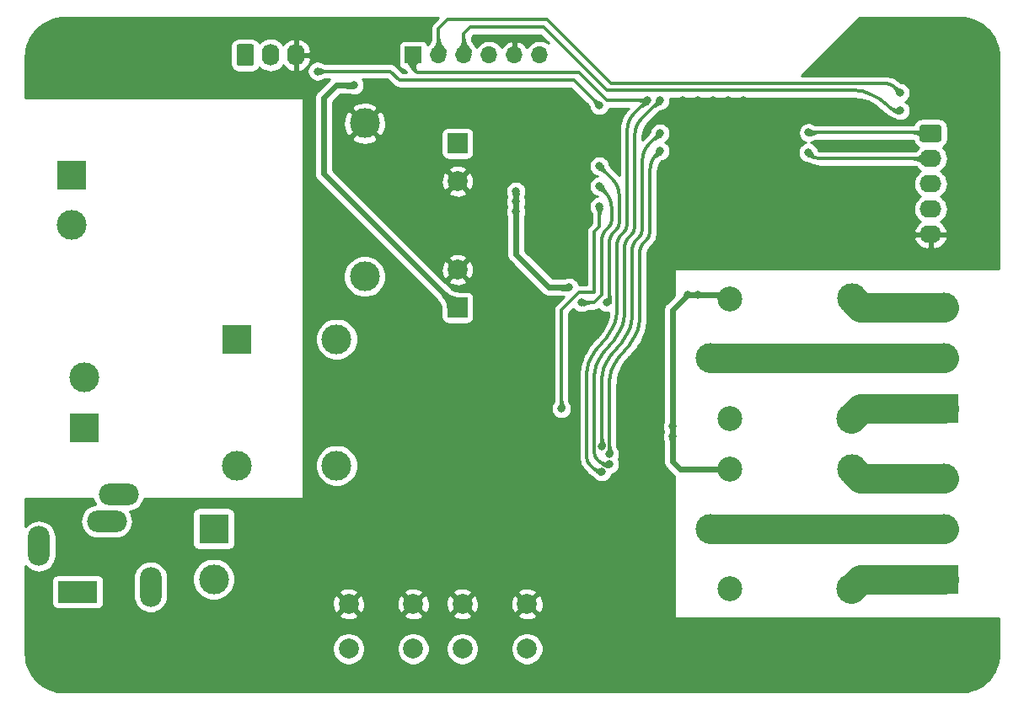
<source format=gbl>
%TF.GenerationSoftware,KiCad,Pcbnew,(5.1.10)-1*%
%TF.CreationDate,2021-10-14T01:28:28-03:00*%
%TF.ProjectId,kicad,6b696361-642e-46b6-9963-61645f706362,rev?*%
%TF.SameCoordinates,Original*%
%TF.FileFunction,Copper,L2,Bot*%
%TF.FilePolarity,Positive*%
%FSLAX46Y46*%
G04 Gerber Fmt 4.6, Leading zero omitted, Abs format (unit mm)*
G04 Created by KiCad (PCBNEW (5.1.10)-1) date 2021-10-14 01:28:28*
%MOMM*%
%LPD*%
G01*
G04 APERTURE LIST*
%TA.AperFunction,ComponentPad*%
%ADD10O,2.200000X4.000000*%
%TD*%
%TA.AperFunction,ComponentPad*%
%ADD11O,4.000000X2.200000*%
%TD*%
%TA.AperFunction,ComponentPad*%
%ADD12R,4.000000X2.200000*%
%TD*%
%TA.AperFunction,ComponentPad*%
%ADD13C,7.000000*%
%TD*%
%TA.AperFunction,ComponentPad*%
%ADD14C,3.000000*%
%TD*%
%TA.AperFunction,ComponentPad*%
%ADD15R,3.000000X3.000000*%
%TD*%
%TA.AperFunction,ComponentPad*%
%ADD16R,2.000000X2.000000*%
%TD*%
%TA.AperFunction,ComponentPad*%
%ADD17C,2.000000*%
%TD*%
%TA.AperFunction,ComponentPad*%
%ADD18O,1.740000X2.190000*%
%TD*%
%TA.AperFunction,ComponentPad*%
%ADD19O,2.190000X1.740000*%
%TD*%
%TA.AperFunction,ComponentPad*%
%ADD20C,2.500000*%
%TD*%
%TA.AperFunction,ComponentPad*%
%ADD21O,1.700000X1.700000*%
%TD*%
%TA.AperFunction,ComponentPad*%
%ADD22R,1.700000X1.700000*%
%TD*%
%TA.AperFunction,ViaPad*%
%ADD23C,0.800000*%
%TD*%
%TA.AperFunction,Conductor*%
%ADD24C,0.600000*%
%TD*%
%TA.AperFunction,Conductor*%
%ADD25C,0.310000*%
%TD*%
%TA.AperFunction,Conductor*%
%ADD26C,3.000000*%
%TD*%
%TA.AperFunction,Conductor*%
%ADD27C,0.254000*%
%TD*%
%TA.AperFunction,Conductor*%
%ADD28C,0.100000*%
%TD*%
%TA.AperFunction,Conductor*%
%ADD29C,0.025400*%
%TD*%
G04 APERTURE END LIST*
D10*
%TO.P,J4,S*%
%TO.N,Net-(J4-PadS)*%
X102465000Y-119225000D03*
D11*
%TO.P,J4,R*%
%TO.N,Net-(J4-PadR)*%
X110465000Y-114025000D03*
%TO.P,J4,RN*%
%TO.N,N/C*%
X109265000Y-116725000D03*
D10*
%TO.P,J4,TN*%
X113665000Y-123325000D03*
D12*
%TO.P,J4,T*%
%TO.N,Net-(C7-Pad1)*%
X106365000Y-123825000D03*
%TD*%
D13*
%TO.P,REF\u002A\u002A,1*%
%TO.N,GND*%
X105000000Y-70000000D03*
%TD*%
%TO.P,REF\u002A\u002A,1*%
%TO.N,GND*%
X195000000Y-70000000D03*
%TD*%
%TO.P,REF\u002A\u002A,1*%
%TO.N,GND*%
X195000000Y-130000000D03*
%TD*%
%TO.P,REF\u002A\u002A,1*%
%TO.N,GND*%
X165000000Y-130000000D03*
%TD*%
%TO.P,REF\u002A\u002A,1*%
%TO.N,GND*%
X105000000Y-130000000D03*
%TD*%
D14*
%TO.P,J5,2*%
%TO.N,Net-(C7-Pad1)*%
X120015000Y-122555000D03*
D15*
%TO.P,J5,1*%
%TO.N,Net-(J4-PadS)*%
X120015000Y-117475000D03*
%TD*%
D14*
%TO.P,J8,3*%
%TO.N,Net-(J8-Pad3)*%
X193405000Y-112395000D03*
%TO.P,J8,2*%
%TO.N,Net-(J8-Pad2)*%
X193405000Y-117475000D03*
D15*
%TO.P,J8,1*%
%TO.N,Net-(J8-Pad1)*%
X193405000Y-122555000D03*
%TD*%
D14*
%TO.P,PS1,4*%
%TO.N,+5V*%
X135175000Y-92115000D03*
%TO.P,PS1,2*%
%TO.N,Net-(J2-Pad2)*%
X105775000Y-86915000D03*
D15*
%TO.P,PS1,1*%
%TO.N,Net-(J2-Pad1)*%
X105775000Y-81915000D03*
D14*
%TO.P,PS1,3*%
%TO.N,GND*%
X135175000Y-76715000D03*
%TD*%
%TO.P,T1,3*%
%TO.N,Net-(R10-Pad2)*%
X132365000Y-111125000D03*
%TO.P,T1,2*%
%TO.N,Net-(J2-Pad1)*%
X122365000Y-111125000D03*
%TO.P,T1,4*%
%TO.N,Net-(C7-Pad1)*%
X132365000Y-98425000D03*
D15*
%TO.P,T1,1*%
%TO.N,Net-(R3-Pad1)*%
X122365000Y-98425000D03*
%TD*%
D14*
%TO.P,J2,2*%
%TO.N,Net-(J2-Pad2)*%
X107045000Y-102235000D03*
D15*
%TO.P,J2,1*%
%TO.N,Net-(J2-Pad1)*%
X107045000Y-107315000D03*
%TD*%
D16*
%TO.P,C8,1*%
%TO.N,+3V3*%
X144510000Y-95245000D03*
D17*
%TO.P,C8,2*%
%TO.N,GND*%
X144510000Y-91445000D03*
%TD*%
D16*
%TO.P,C3,1*%
%TO.N,+5V*%
X144510000Y-78745000D03*
D17*
%TO.P,C3,2*%
%TO.N,GND*%
X144510000Y-82545000D03*
%TD*%
D18*
%TO.P,J1,3*%
%TO.N,GND*%
X128270000Y-69850000D03*
%TO.P,J1,2*%
%TO.N,TEMP*%
X125730000Y-69850000D03*
%TO.P,J1,1*%
%TO.N,+3V3*%
%TA.AperFunction,ComponentPad*%
G36*
G01*
X122320000Y-70695001D02*
X122320000Y-69004999D01*
G75*
G02*
X122569999Y-68755000I249999J0D01*
G01*
X123810001Y-68755000D01*
G75*
G02*
X124060000Y-69004999I0J-249999D01*
G01*
X124060000Y-70695001D01*
G75*
G02*
X123810001Y-70945000I-249999J0D01*
G01*
X122569999Y-70945000D01*
G75*
G02*
X122320000Y-70695001I0J249999D01*
G01*
G37*
%TD.AperFunction*%
%TD*%
D19*
%TO.P,J3,5*%
%TO.N,GND*%
X192024000Y-87884000D03*
%TO.P,J3,4*%
%TO.N,+5V*%
X192024000Y-85344000D03*
%TO.P,J3,3*%
%TO.N,+3V3*%
X192024000Y-82804000D03*
%TO.P,J3,2*%
%TO.N,SDA*%
X192024000Y-80264000D03*
%TO.P,J3,1*%
%TO.N,SCL*%
%TA.AperFunction,ComponentPad*%
G36*
G01*
X191178999Y-76854000D02*
X192869001Y-76854000D01*
G75*
G02*
X193119000Y-77103999I0J-249999D01*
G01*
X193119000Y-78344001D01*
G75*
G02*
X192869001Y-78594000I-249999J0D01*
G01*
X191178999Y-78594000D01*
G75*
G02*
X190929000Y-78344001I0J249999D01*
G01*
X190929000Y-77103999D01*
G75*
G02*
X191178999Y-76854000I249999J0D01*
G01*
G37*
%TD.AperFunction*%
%TD*%
D17*
%TO.P,SW1,1*%
%TO.N,GND*%
X151495000Y-125040000D03*
%TO.P,SW1,2*%
%TO.N,Net-(R6-Pad2)*%
X151495000Y-129540000D03*
%TO.P,SW1,1*%
%TO.N,GND*%
X144995000Y-125040000D03*
%TO.P,SW1,2*%
%TO.N,Net-(R6-Pad2)*%
X144995000Y-129540000D03*
%TD*%
%TO.P,SW2,1*%
%TO.N,GND*%
X140065000Y-125040000D03*
%TO.P,SW2,2*%
%TO.N,Net-(R7-Pad2)*%
X140065000Y-129540000D03*
%TO.P,SW2,1*%
%TO.N,GND*%
X133565000Y-125040000D03*
%TO.P,SW2,2*%
%TO.N,Net-(R7-Pad2)*%
X133565000Y-129540000D03*
%TD*%
D14*
%TO.P,K1,1*%
%TO.N,Net-(J7-Pad2)*%
X169910000Y-100330000D03*
D20*
%TO.P,K1,5*%
%TO.N,+5V*%
X171860000Y-94380000D03*
D14*
%TO.P,K1,4*%
%TO.N,Net-(J7-Pad3)*%
X184110000Y-94330000D03*
%TO.P,K1,3*%
%TO.N,Net-(J7-Pad1)*%
X184060000Y-106380000D03*
D20*
%TO.P,K1,2*%
%TO.N,Net-(D4-Pad2)*%
X171860000Y-106380000D03*
%TD*%
D14*
%TO.P,J7,3*%
%TO.N,Net-(J7-Pad3)*%
X193405000Y-95250000D03*
%TO.P,J7,2*%
%TO.N,Net-(J7-Pad2)*%
X193405000Y-100330000D03*
D15*
%TO.P,J7,1*%
%TO.N,Net-(J7-Pad1)*%
X193405000Y-105410000D03*
%TD*%
D21*
%TO.P,J6,6*%
%TO.N,+3V3*%
X152765000Y-69850000D03*
%TO.P,J6,5*%
%TO.N,GND*%
X150225000Y-69850000D03*
%TO.P,J6,4*%
%TO.N,GPIO0*%
X147685000Y-69850000D03*
%TO.P,J6,3*%
%TO.N,Net-(J6-Pad3)*%
X145145000Y-69850000D03*
%TO.P,J6,2*%
%TO.N,Net-(J6-Pad2)*%
X142605000Y-69850000D03*
D22*
%TO.P,J6,1*%
%TO.N,RESET*%
X140065000Y-69850000D03*
%TD*%
D14*
%TO.P,K2,1*%
%TO.N,Net-(J8-Pad2)*%
X169910000Y-117475000D03*
D20*
%TO.P,K2,5*%
%TO.N,+5V*%
X171860000Y-111525000D03*
D14*
%TO.P,K2,4*%
%TO.N,Net-(J8-Pad3)*%
X184110000Y-111475000D03*
%TO.P,K2,3*%
%TO.N,Net-(J8-Pad1)*%
X184060000Y-123525000D03*
D20*
%TO.P,K2,2*%
%TO.N,Net-(D5-Pad2)*%
X171860000Y-123525000D03*
%TD*%
D23*
%TO.N,GND*%
X181864000Y-78994000D03*
X162560000Y-106680000D03*
X163830000Y-106680000D03*
X162560000Y-107950000D03*
X162560000Y-105410000D03*
X163830000Y-105410000D03*
X152400000Y-114300000D03*
X153670000Y-114300000D03*
X154940000Y-114300000D03*
X157480000Y-114300000D03*
X151130000Y-114300000D03*
X151130000Y-119380000D03*
X152400000Y-119380000D03*
X153670000Y-119380000D03*
X154940000Y-119380000D03*
X151130000Y-111125000D03*
X151130000Y-109855000D03*
X151130000Y-108585000D03*
X151130000Y-107315000D03*
X152400000Y-109220000D03*
X166116000Y-86868000D03*
X168148000Y-86868000D03*
X170180000Y-86868000D03*
X172212000Y-86868000D03*
X174244000Y-86868000D03*
X181102000Y-89154000D03*
X188976000Y-86868000D03*
X188976000Y-87884000D03*
X188976000Y-88900000D03*
X182372000Y-81788000D03*
X180848000Y-81788000D03*
X188976000Y-78994000D03*
X180086000Y-89154000D03*
X179070000Y-89154000D03*
X182372000Y-86868000D03*
X173228000Y-74422000D03*
X171704000Y-74422000D03*
X170180000Y-74422000D03*
X168656000Y-74422000D03*
X167132000Y-74422000D03*
X155956000Y-87630000D03*
X154686000Y-87630000D03*
X153416000Y-87630000D03*
X152146000Y-87630000D03*
X156972000Y-98044000D03*
%TO.N,+3V3*%
X134112000Y-72898000D03*
%TO.N,+5V*%
X166116000Y-107188000D03*
X166116000Y-108204000D03*
X167640000Y-93980000D03*
X168656000Y-93980000D03*
X150368000Y-85598000D03*
X150368000Y-84582000D03*
X150368000Y-83566000D03*
X155702000Y-93218000D03*
%TO.N,GPIO0*%
X159766000Y-110998000D03*
X164846000Y-74422000D03*
%TO.N,RESET*%
X159004000Y-111760000D03*
X163576000Y-74422000D03*
%TO.N,SDA*%
X179736000Y-79660000D03*
X159766000Y-109982000D03*
X164846000Y-79502000D03*
%TO.N,SCL*%
X179768000Y-77660000D03*
X159004000Y-109220000D03*
X164846000Y-77724000D03*
%TO.N,RELAY_1*%
X159512000Y-94742000D03*
X158750000Y-81026000D03*
%TO.N,TEMP*%
X158750000Y-74930000D03*
X130445000Y-71485000D03*
%TO.N,RELAY_2*%
X156972000Y-94742000D03*
X158750000Y-83058000D03*
%TO.N,RDY*%
X154940000Y-105410000D03*
X158750000Y-85090000D03*
%TO.N,Net-(J6-Pad3)*%
X188976000Y-75438000D03*
%TO.N,Net-(J6-Pad2)*%
X188960000Y-73660000D03*
%TD*%
D24*
%TO.N,+3V3*%
X134112000Y-72898000D02*
X132334000Y-72898000D01*
X132334000Y-72898000D02*
X131064000Y-74168000D01*
X131064000Y-81799000D02*
X144510000Y-95245000D01*
X131064000Y-74168000D02*
X131064000Y-81799000D01*
%TO.N,+5V*%
X166116000Y-95504000D02*
X167640000Y-93980000D01*
X166116000Y-108204000D02*
X166116000Y-95504000D01*
X171460000Y-93980000D02*
X171860000Y-94380000D01*
X167640000Y-93980000D02*
X171460000Y-93980000D01*
X166116000Y-108204000D02*
X166116000Y-110744000D01*
X166897000Y-111525000D02*
X171860000Y-111525000D01*
X166116000Y-110744000D02*
X166897000Y-111525000D01*
X155702000Y-93218000D02*
X153670000Y-93218000D01*
X153670000Y-93218000D02*
X150368000Y-89916000D01*
X150368000Y-89916000D02*
X150368000Y-83566000D01*
D25*
%TO.N,GPIO0*%
X159875786Y-98950213D02*
X160193996Y-98599121D01*
X160193996Y-98599121D02*
X160476262Y-98218529D01*
X160476262Y-98218529D02*
X160719864Y-97812104D01*
X160719864Y-97812104D02*
X160922457Y-97383758D01*
X160922457Y-97383758D02*
X161082089Y-96937618D01*
X161082089Y-96937618D02*
X161197222Y-96477979D01*
X161197222Y-96477979D02*
X161266749Y-96009268D01*
X161266749Y-96009268D02*
X161290000Y-95536000D01*
X158242000Y-102584000D02*
X158265249Y-102110731D01*
X158265249Y-102110731D02*
X158334776Y-101642020D01*
X158334776Y-101642020D02*
X158449909Y-101182381D01*
X158449909Y-101182381D02*
X158609541Y-100736240D01*
X158609541Y-100736240D02*
X158812134Y-100307894D01*
X158812134Y-100307894D02*
X159055736Y-99901469D01*
X159055736Y-99901469D02*
X159338001Y-99520877D01*
X159338001Y-99520877D02*
X159656213Y-99169786D01*
X159656213Y-99169786D02*
X159875786Y-98950213D01*
X163013106Y-76254893D02*
X164846000Y-74422000D01*
X163013106Y-76254893D02*
X162712867Y-76620734D01*
X162712867Y-76620734D02*
X162489770Y-77038120D01*
X162489770Y-77038120D02*
X162352387Y-77491010D01*
X162352387Y-77491010D02*
X162306000Y-77962000D01*
X161643553Y-88292446D02*
X161381885Y-88684059D01*
X161381885Y-88684059D02*
X161290000Y-89146000D01*
X161290000Y-89146000D02*
X161290000Y-95536000D01*
X162306000Y-87130000D02*
X162306000Y-77962000D01*
X162306000Y-87130000D02*
X162214113Y-87591939D01*
X162214113Y-87591939D02*
X161952446Y-87983553D01*
X161952446Y-87983553D02*
X161643553Y-88292446D01*
X158595553Y-110589553D02*
X158333885Y-110197939D01*
X158333885Y-110197939D02*
X158242000Y-109736000D01*
X158242000Y-109736000D02*
X158242000Y-102584000D01*
X159504000Y-110998000D02*
X159766000Y-110998000D01*
X159504000Y-110998000D02*
X159042059Y-110906114D01*
X159042059Y-110906114D02*
X158650446Y-110644446D01*
X158650446Y-110644446D02*
X158595553Y-110589553D01*
%TO.N,RESET*%
X159258000Y-74168000D02*
X156718000Y-71628000D01*
X156718000Y-71628000D02*
X140462000Y-71628000D01*
X140065000Y-71231000D02*
X140065000Y-69850000D01*
X140462000Y-71628000D02*
X140065000Y-71231000D01*
X159258000Y-74168000D02*
X159512000Y-74422000D01*
X159512000Y-74422000D02*
X163576000Y-74422000D01*
X163576000Y-74422000D02*
X163576000Y-74422000D01*
X160528000Y-95282000D02*
X160504749Y-95755268D01*
X160504749Y-95755268D02*
X160435222Y-96223979D01*
X160435222Y-96223979D02*
X160320089Y-96683618D01*
X160320089Y-96683618D02*
X160160457Y-97129758D01*
X160160457Y-97129758D02*
X159957864Y-97558104D01*
X159957864Y-97558104D02*
X159714262Y-97964529D01*
X159714262Y-97964529D02*
X159431996Y-98345121D01*
X159431996Y-98345121D02*
X159113786Y-98696213D01*
X157480000Y-102330000D02*
X157503249Y-101856731D01*
X157503249Y-101856731D02*
X157572776Y-101388020D01*
X157572776Y-101388020D02*
X157687909Y-100928381D01*
X157687909Y-100928381D02*
X157847541Y-100482240D01*
X157847541Y-100482240D02*
X158050134Y-100053894D01*
X158050134Y-100053894D02*
X158293736Y-99647469D01*
X158293736Y-99647469D02*
X158576001Y-99266877D01*
X158576001Y-99266877D02*
X158894213Y-98915786D01*
X158894213Y-98915786D02*
X159113786Y-98696213D01*
X162251106Y-75746893D02*
X163576000Y-74422000D01*
X162251106Y-75746893D02*
X161950867Y-76112734D01*
X161950867Y-76112734D02*
X161727770Y-76530120D01*
X161727770Y-76530120D02*
X161590387Y-76983010D01*
X161590387Y-76983010D02*
X161544000Y-77454000D01*
X160881553Y-88038446D02*
X160619885Y-88430059D01*
X160619885Y-88430059D02*
X160528000Y-88892000D01*
X160528000Y-88892000D02*
X160528000Y-95282000D01*
X161544000Y-86876000D02*
X161544000Y-77454000D01*
X161544000Y-86876000D02*
X161452113Y-87337939D01*
X161452113Y-87337939D02*
X161190446Y-87729553D01*
X161190446Y-87729553D02*
X160881553Y-88038446D01*
X157833553Y-111097553D02*
X157571885Y-110705939D01*
X157571885Y-110705939D02*
X157480000Y-110244000D01*
X157480000Y-110244000D02*
X157480000Y-102330000D01*
X158996000Y-111760000D02*
X159004000Y-111760000D01*
X158996000Y-111760000D02*
X158534059Y-111668114D01*
X158534059Y-111668114D02*
X158142446Y-111406446D01*
X158142446Y-111406446D02*
X157833553Y-111097553D01*
%TO.N,SDA*%
X164846000Y-79502000D02*
X164846000Y-79502000D01*
X159766000Y-103092000D02*
X159766000Y-109982000D01*
X159766000Y-103092000D02*
X159789249Y-102618731D01*
X159789249Y-102618731D02*
X159858776Y-102150020D01*
X159858776Y-102150020D02*
X159973909Y-101690381D01*
X159973909Y-101690381D02*
X160133541Y-101244240D01*
X160133541Y-101244240D02*
X160336134Y-100815894D01*
X160336134Y-100815894D02*
X160579736Y-100409469D01*
X160579736Y-100409469D02*
X160862001Y-100028877D01*
X160862001Y-100028877D02*
X161180213Y-99677786D01*
X162814000Y-96044000D02*
X162790749Y-96517268D01*
X162790749Y-96517268D02*
X162721222Y-96985979D01*
X162721222Y-96985979D02*
X162606089Y-97445618D01*
X162606089Y-97445618D02*
X162446457Y-97891758D01*
X162446457Y-97891758D02*
X162243864Y-98320104D01*
X162243864Y-98320104D02*
X162000262Y-98726529D01*
X162000262Y-98726529D02*
X161717996Y-99107121D01*
X161717996Y-99107121D02*
X161399786Y-99458213D01*
X161399786Y-99458213D02*
X161180213Y-99677786D01*
X164537106Y-79810893D02*
X164846000Y-79502000D01*
X164537106Y-79810893D02*
X164236867Y-80176734D01*
X164236867Y-80176734D02*
X164013770Y-80594120D01*
X164013770Y-80594120D02*
X163876387Y-81047010D01*
X163876387Y-81047010D02*
X163830000Y-81518000D01*
X163476446Y-88491553D02*
X163738113Y-88099939D01*
X163738113Y-88099939D02*
X163830000Y-87638000D01*
X163830000Y-87638000D02*
X163830000Y-81518000D01*
X162814000Y-89654000D02*
X162814000Y-96044000D01*
X162814000Y-89654000D02*
X162905885Y-89192059D01*
X162905885Y-89192059D02*
X163167553Y-88800446D01*
X163167553Y-88800446D02*
X163476446Y-88491553D01*
X179986446Y-79910446D02*
X179736000Y-79660000D01*
X179986446Y-79910446D02*
X180378059Y-80172114D01*
X180378059Y-80172114D02*
X180840000Y-80264000D01*
X180840000Y-80264000D02*
X192024000Y-80264000D01*
%TO.N,SCL*%
X191960000Y-77660000D02*
X192024000Y-77724000D01*
X179768000Y-77660000D02*
X191960000Y-77660000D01*
X164846000Y-77724000D02*
X164846000Y-77724000D01*
X159004000Y-102838000D02*
X159004000Y-109220000D01*
X159004000Y-102838000D02*
X159027249Y-102364731D01*
X159027249Y-102364731D02*
X159096776Y-101896020D01*
X159096776Y-101896020D02*
X159211909Y-101436381D01*
X159211909Y-101436381D02*
X159371541Y-100990240D01*
X159371541Y-100990240D02*
X159574134Y-100561894D01*
X159574134Y-100561894D02*
X159817736Y-100155469D01*
X159817736Y-100155469D02*
X160100001Y-99774877D01*
X160100001Y-99774877D02*
X160418213Y-99423786D01*
X162052000Y-95790000D02*
X162028749Y-96263268D01*
X162028749Y-96263268D02*
X161959222Y-96731979D01*
X161959222Y-96731979D02*
X161844089Y-97191618D01*
X161844089Y-97191618D02*
X161684457Y-97637758D01*
X161684457Y-97637758D02*
X161481864Y-98066104D01*
X161481864Y-98066104D02*
X161238262Y-98472529D01*
X161238262Y-98472529D02*
X160955996Y-98853121D01*
X160955996Y-98853121D02*
X160637786Y-99204213D01*
X160637786Y-99204213D02*
X160418213Y-99423786D01*
X163068000Y-80502000D02*
X163114387Y-80031010D01*
X163114387Y-80031010D02*
X163251770Y-79578120D01*
X163251770Y-79578120D02*
X163474867Y-79160734D01*
X163474867Y-79160734D02*
X163775106Y-78794893D01*
X163775106Y-78794893D02*
X164846000Y-77724000D01*
X162714446Y-88237553D02*
X162976113Y-87845939D01*
X162976113Y-87845939D02*
X163068000Y-87384000D01*
X163068000Y-87384000D02*
X163068000Y-80502000D01*
X162052000Y-89400000D02*
X162052000Y-95790000D01*
X162052000Y-89400000D02*
X162143885Y-88938059D01*
X162143885Y-88938059D02*
X162405553Y-88546446D01*
X162405553Y-88546446D02*
X162714446Y-88237553D01*
%TO.N,RELAY_1*%
X159766000Y-94488000D02*
X159512000Y-94742000D01*
X159766000Y-88638000D02*
X159766000Y-94488000D01*
X159766000Y-88638000D02*
X159857885Y-88176059D01*
X159857885Y-88176059D02*
X160119553Y-87784446D01*
X160782000Y-86622000D02*
X160690113Y-87083939D01*
X160690113Y-87083939D02*
X160428446Y-87475553D01*
X160428446Y-87475553D02*
X160119553Y-87784446D01*
X160074893Y-82350893D02*
X158750000Y-81026000D01*
X160074893Y-82350893D02*
X160375130Y-82716735D01*
X160375130Y-82716735D02*
X160598227Y-83134120D01*
X160598227Y-83134120D02*
X160735610Y-83587010D01*
X160735610Y-83587010D02*
X160782000Y-84058000D01*
X160782000Y-84058000D02*
X160782000Y-86622000D01*
%TO.N,TEMP*%
X158750000Y-74930000D02*
X156210000Y-72390000D01*
X156210000Y-72390000D02*
X138684000Y-72390000D01*
X137779000Y-71485000D02*
X130445000Y-71485000D01*
X138684000Y-72390000D02*
X137779000Y-71485000D01*
D26*
%TO.N,Net-(J7-Pad3)*%
X193405000Y-95250000D02*
X185030000Y-95250000D01*
X185030000Y-95250000D02*
X184110000Y-94330000D01*
%TO.N,Net-(J7-Pad2)*%
X193405000Y-100330000D02*
X169910000Y-100330000D01*
%TO.N,Net-(J7-Pad1)*%
X193405000Y-105410000D02*
X185030000Y-105410000D01*
X185030000Y-105410000D02*
X184060000Y-106380000D01*
%TO.N,Net-(J8-Pad3)*%
X185030000Y-112395000D02*
X184110000Y-111475000D01*
X193405000Y-112395000D02*
X185030000Y-112395000D01*
%TO.N,Net-(J8-Pad2)*%
X193405000Y-117475000D02*
X169910000Y-117475000D01*
%TO.N,Net-(J8-Pad1)*%
X193405000Y-122555000D02*
X185030000Y-122555000D01*
X185030000Y-122555000D02*
X184060000Y-123525000D01*
D25*
%TO.N,RELAY_2*%
X158242000Y-94742000D02*
X156972000Y-94742000D01*
X159004000Y-93980000D02*
X158242000Y-94742000D01*
X159357553Y-87530446D02*
X159095885Y-87922059D01*
X159095885Y-87922059D02*
X159004000Y-88384000D01*
X159004000Y-88384000D02*
X159004000Y-93980000D01*
X160020000Y-86368000D02*
X159928113Y-86829939D01*
X159928113Y-86829939D02*
X159666446Y-87221553D01*
X159666446Y-87221553D02*
X159357553Y-87530446D01*
X159312893Y-83620893D02*
X158750000Y-83058000D01*
X159312893Y-83620893D02*
X159613131Y-83986734D01*
X159613131Y-83986734D02*
X159836228Y-84404120D01*
X159836228Y-84404120D02*
X159973611Y-84857010D01*
X159973611Y-84857010D02*
X160020000Y-85328000D01*
X160020000Y-85328000D02*
X160020000Y-86368000D01*
%TO.N,RDY*%
X154940000Y-95504000D02*
X154940000Y-105410000D01*
X158242000Y-87630000D02*
X158242000Y-93726000D01*
X156718000Y-93726000D02*
X154940000Y-95504000D01*
X158242000Y-93726000D02*
X156718000Y-93726000D01*
X158242000Y-87630000D02*
X158750000Y-87122000D01*
X158750000Y-87122000D02*
X158750000Y-85090000D01*
%TO.N,Net-(J6-Pad3)*%
X159512000Y-73406000D02*
X153162000Y-67056000D01*
X153162000Y-67056000D02*
X145796000Y-67056000D01*
X184182000Y-73406000D02*
X159512000Y-73406000D01*
X184182000Y-73406000D02*
X185123979Y-73498776D01*
X185123979Y-73498776D02*
X186029758Y-73773542D01*
X186029758Y-73773542D02*
X186864529Y-74219736D01*
X186864529Y-74219736D02*
X187596213Y-74820213D01*
X188714000Y-75438000D02*
X188976000Y-75438000D01*
X188714000Y-75438000D02*
X188252059Y-75346114D01*
X188252059Y-75346114D02*
X187860446Y-75084446D01*
X187860446Y-75084446D02*
X187596213Y-74820213D01*
X145796000Y-67056000D02*
X145145000Y-67707000D01*
X145145000Y-67707000D02*
X145145000Y-69850000D01*
%TO.N,Net-(J6-Pad2)*%
X159893660Y-72695010D02*
X153492650Y-66294000D01*
X153492650Y-66294000D02*
X143510000Y-66294000D01*
X142605000Y-67199000D02*
X142605000Y-69850000D01*
X143510000Y-66294000D02*
X142605000Y-67199000D01*
X187495010Y-72695010D02*
X159893660Y-72695010D01*
X187495010Y-72695010D02*
X187956949Y-72786895D01*
X187956949Y-72786895D02*
X188348563Y-73048563D01*
X188348563Y-73048563D02*
X188960000Y-73660000D01*
%TD*%
D27*
%TO.N,GND*%
X142073830Y-66612942D02*
X142043683Y-66637683D01*
X141944961Y-66757977D01*
X141894901Y-66851633D01*
X141871604Y-66895218D01*
X141826431Y-67044134D01*
X141811178Y-67199000D01*
X141815000Y-67237806D01*
X141815000Y-68200936D01*
X141813964Y-68207958D01*
X141813028Y-68207858D01*
X141799092Y-68338009D01*
X141783867Y-68401880D01*
X141766891Y-68445100D01*
X141742113Y-68489813D01*
X141696913Y-68555206D01*
X141696763Y-68555406D01*
X141644678Y-68623254D01*
X141627044Y-68645682D01*
X141622036Y-68652136D01*
X141559426Y-68733908D01*
X141554484Y-68740449D01*
X141543178Y-68755617D01*
X141531626Y-68771630D01*
X141516061Y-68793926D01*
X141504502Y-68755820D01*
X141445537Y-68645506D01*
X141366185Y-68548815D01*
X141269494Y-68469463D01*
X141159180Y-68410498D01*
X141039482Y-68374188D01*
X140915000Y-68361928D01*
X139215000Y-68361928D01*
X139090518Y-68374188D01*
X138970820Y-68410498D01*
X138860506Y-68469463D01*
X138763815Y-68548815D01*
X138684463Y-68645506D01*
X138625498Y-68755820D01*
X138589188Y-68875518D01*
X138576928Y-69000000D01*
X138576928Y-70700000D01*
X138589188Y-70824482D01*
X138625498Y-70944180D01*
X138684463Y-71054494D01*
X138763815Y-71151185D01*
X138860506Y-71230537D01*
X138970820Y-71289502D01*
X139090518Y-71325812D01*
X139153760Y-71332041D01*
X139154229Y-71332749D01*
X139228911Y-71441845D01*
X139240657Y-71458428D01*
X139243693Y-71462572D01*
X139254793Y-71477271D01*
X139342302Y-71589724D01*
X139350542Y-71600000D01*
X139011229Y-71600000D01*
X138365058Y-70953830D01*
X138340317Y-70923683D01*
X138220024Y-70824961D01*
X138082783Y-70751604D01*
X137933867Y-70706431D01*
X137817806Y-70695000D01*
X137817805Y-70695000D01*
X137779000Y-70691178D01*
X137740195Y-70695000D01*
X131223519Y-70695000D01*
X131223532Y-70694797D01*
X131169335Y-70691375D01*
X131152765Y-70689038D01*
X131150685Y-70688550D01*
X131144322Y-70685780D01*
X131122507Y-70674612D01*
X131083835Y-70653222D01*
X131078290Y-70650097D01*
X131075044Y-70648281D01*
X131033980Y-70625454D01*
X131030706Y-70623646D01*
X131021879Y-70618807D01*
X131013181Y-70614126D01*
X130972215Y-70592490D01*
X130935256Y-70567795D01*
X130746898Y-70489774D01*
X130546939Y-70450000D01*
X130343061Y-70450000D01*
X130143102Y-70489774D01*
X129954744Y-70567795D01*
X129785226Y-70681063D01*
X129641063Y-70825226D01*
X129527795Y-70994744D01*
X129449774Y-71183102D01*
X129410000Y-71383061D01*
X129410000Y-71586939D01*
X129449774Y-71786898D01*
X129527795Y-71975256D01*
X129641063Y-72144774D01*
X129785226Y-72288937D01*
X129954744Y-72402205D01*
X130143102Y-72480226D01*
X130343061Y-72520000D01*
X130546939Y-72520000D01*
X130746898Y-72480226D01*
X130935256Y-72402205D01*
X130972219Y-72377507D01*
X131013188Y-72355869D01*
X131021879Y-72351192D01*
X131030706Y-72346353D01*
X131033980Y-72344545D01*
X131075044Y-72321718D01*
X131078290Y-72319902D01*
X131083853Y-72316767D01*
X131122510Y-72295385D01*
X131144322Y-72284219D01*
X131150685Y-72281449D01*
X131152752Y-72280964D01*
X131169329Y-72278625D01*
X131223540Y-72275202D01*
X131223527Y-72275000D01*
X131634710Y-72275000D01*
X130435341Y-73474370D01*
X130399656Y-73503656D01*
X130282814Y-73646029D01*
X130195993Y-73808461D01*
X130153764Y-73947671D01*
X130142529Y-73984709D01*
X130124476Y-74168000D01*
X130129000Y-74213932D01*
X130129001Y-81753058D01*
X130124476Y-81799000D01*
X130142529Y-81982291D01*
X130184442Y-82120457D01*
X130195994Y-82158540D01*
X130282815Y-82320972D01*
X130399657Y-82463344D01*
X130435336Y-82492625D01*
X142489988Y-94547277D01*
X142497421Y-94557670D01*
X142496902Y-94558111D01*
X142502171Y-94564312D01*
X142503380Y-94566003D01*
X142506037Y-94568863D01*
X142606152Y-94686694D01*
X142668931Y-94777185D01*
X142709154Y-94851596D01*
X142738653Y-94924414D01*
X142765433Y-95013197D01*
X142792400Y-95125800D01*
X142806654Y-95190749D01*
X142806790Y-95191367D01*
X142808306Y-95198242D01*
X142808411Y-95198717D01*
X142827381Y-95284433D01*
X142829755Y-95294752D01*
X142860737Y-95424454D01*
X142863286Y-95434746D01*
X142868550Y-95455261D01*
X142871928Y-95467731D01*
X142871928Y-96245000D01*
X142884188Y-96369482D01*
X142920498Y-96489180D01*
X142979463Y-96599494D01*
X143058815Y-96696185D01*
X143155506Y-96775537D01*
X143265820Y-96834502D01*
X143385518Y-96870812D01*
X143510000Y-96883072D01*
X145510000Y-96883072D01*
X145634482Y-96870812D01*
X145754180Y-96834502D01*
X145864494Y-96775537D01*
X145961185Y-96696185D01*
X146040537Y-96599494D01*
X146099502Y-96489180D01*
X146135812Y-96369482D01*
X146148072Y-96245000D01*
X146148072Y-94245000D01*
X146135812Y-94120518D01*
X146099502Y-94000820D01*
X146040537Y-93890506D01*
X145961185Y-93793815D01*
X145864494Y-93714463D01*
X145754180Y-93655498D01*
X145634482Y-93619188D01*
X145510000Y-93606928D01*
X144732732Y-93606928D01*
X144720239Y-93603544D01*
X144699725Y-93598281D01*
X144689454Y-93595737D01*
X144559752Y-93564755D01*
X144549433Y-93562381D01*
X144463717Y-93543411D01*
X144463242Y-93543306D01*
X144456367Y-93541790D01*
X144455749Y-93541654D01*
X144390800Y-93527400D01*
X144278197Y-93500433D01*
X144189414Y-93473653D01*
X144116590Y-93444152D01*
X144042184Y-93403931D01*
X143951695Y-93341152D01*
X143833871Y-93241045D01*
X143831003Y-93238380D01*
X143829307Y-93237167D01*
X143823109Y-93231901D01*
X143822669Y-93232419D01*
X143812273Y-93224984D01*
X143167702Y-92580413D01*
X143554192Y-92580413D01*
X143649956Y-92844814D01*
X143939571Y-92985704D01*
X144251108Y-93067384D01*
X144572595Y-93086718D01*
X144891675Y-93042961D01*
X145196088Y-92937795D01*
X145370044Y-92844814D01*
X145465808Y-92580413D01*
X144510000Y-91624605D01*
X143554192Y-92580413D01*
X143167702Y-92580413D01*
X142094884Y-91507595D01*
X142868282Y-91507595D01*
X142912039Y-91826675D01*
X143017205Y-92131088D01*
X143110186Y-92305044D01*
X143374587Y-92400808D01*
X144330395Y-91445000D01*
X144689605Y-91445000D01*
X145645413Y-92400808D01*
X145909814Y-92305044D01*
X146050704Y-92015429D01*
X146132384Y-91703892D01*
X146151718Y-91382405D01*
X146107961Y-91063325D01*
X146002795Y-90758912D01*
X145909814Y-90584956D01*
X145645413Y-90489192D01*
X144689605Y-91445000D01*
X144330395Y-91445000D01*
X143374587Y-90489192D01*
X143110186Y-90584956D01*
X142969296Y-90874571D01*
X142887616Y-91186108D01*
X142868282Y-91507595D01*
X142094884Y-91507595D01*
X140896876Y-90309587D01*
X143554192Y-90309587D01*
X144510000Y-91265395D01*
X145465808Y-90309587D01*
X145370044Y-90045186D01*
X145080429Y-89904296D01*
X144768892Y-89822616D01*
X144447405Y-89803282D01*
X144128325Y-89847039D01*
X143823912Y-89952205D01*
X143649956Y-90045186D01*
X143554192Y-90309587D01*
X140896876Y-90309587D01*
X134267702Y-83680413D01*
X143554192Y-83680413D01*
X143649956Y-83944814D01*
X143939571Y-84085704D01*
X144251108Y-84167384D01*
X144572595Y-84186718D01*
X144891675Y-84142961D01*
X145196088Y-84037795D01*
X145370044Y-83944814D01*
X145465808Y-83680413D01*
X144510000Y-82724605D01*
X143554192Y-83680413D01*
X134267702Y-83680413D01*
X133194884Y-82607595D01*
X142868282Y-82607595D01*
X142912039Y-82926675D01*
X143017205Y-83231088D01*
X143110186Y-83405044D01*
X143374587Y-83500808D01*
X144330395Y-82545000D01*
X144689605Y-82545000D01*
X145645413Y-83500808D01*
X145909814Y-83405044D01*
X146050704Y-83115429D01*
X146132384Y-82803892D01*
X146151718Y-82482405D01*
X146107961Y-82163325D01*
X146002795Y-81858912D01*
X145909814Y-81684956D01*
X145645413Y-81589192D01*
X144689605Y-82545000D01*
X144330395Y-82545000D01*
X143374587Y-81589192D01*
X143110186Y-81684956D01*
X142969296Y-81974571D01*
X142887616Y-82286108D01*
X142868282Y-82607595D01*
X133194884Y-82607595D01*
X131999000Y-81411711D01*
X131999000Y-81409587D01*
X143554192Y-81409587D01*
X144510000Y-82365395D01*
X145465808Y-81409587D01*
X145370044Y-81145186D01*
X145080429Y-81004296D01*
X144768892Y-80922616D01*
X144447405Y-80903282D01*
X144128325Y-80947039D01*
X143823912Y-81052205D01*
X143649956Y-81145186D01*
X143554192Y-81409587D01*
X131999000Y-81409587D01*
X131999000Y-78206653D01*
X133862952Y-78206653D01*
X134018962Y-78522214D01*
X134393745Y-78713020D01*
X134798551Y-78827044D01*
X135217824Y-78859902D01*
X135635451Y-78810334D01*
X136035383Y-78680243D01*
X136331038Y-78522214D01*
X136487048Y-78206653D01*
X135175000Y-76894605D01*
X133862952Y-78206653D01*
X131999000Y-78206653D01*
X131999000Y-76757824D01*
X133030098Y-76757824D01*
X133079666Y-77175451D01*
X133209757Y-77575383D01*
X133367786Y-77871038D01*
X133683347Y-78027048D01*
X134995395Y-76715000D01*
X135354605Y-76715000D01*
X136666653Y-78027048D01*
X136982214Y-77871038D01*
X137046381Y-77745000D01*
X142871928Y-77745000D01*
X142871928Y-79745000D01*
X142884188Y-79869482D01*
X142920498Y-79989180D01*
X142979463Y-80099494D01*
X143058815Y-80196185D01*
X143155506Y-80275537D01*
X143265820Y-80334502D01*
X143385518Y-80370812D01*
X143510000Y-80383072D01*
X145510000Y-80383072D01*
X145634482Y-80370812D01*
X145754180Y-80334502D01*
X145864494Y-80275537D01*
X145961185Y-80196185D01*
X146040537Y-80099494D01*
X146099502Y-79989180D01*
X146135812Y-79869482D01*
X146148072Y-79745000D01*
X146148072Y-77745000D01*
X146135812Y-77620518D01*
X146099502Y-77500820D01*
X146040537Y-77390506D01*
X145961185Y-77293815D01*
X145864494Y-77214463D01*
X145754180Y-77155498D01*
X145634482Y-77119188D01*
X145510000Y-77106928D01*
X143510000Y-77106928D01*
X143385518Y-77119188D01*
X143265820Y-77155498D01*
X143155506Y-77214463D01*
X143058815Y-77293815D01*
X142979463Y-77390506D01*
X142920498Y-77500820D01*
X142884188Y-77620518D01*
X142871928Y-77745000D01*
X137046381Y-77745000D01*
X137173020Y-77496255D01*
X137287044Y-77091449D01*
X137319902Y-76672176D01*
X137270334Y-76254549D01*
X137140243Y-75854617D01*
X136982214Y-75558962D01*
X136666653Y-75402952D01*
X135354605Y-76715000D01*
X134995395Y-76715000D01*
X133683347Y-75402952D01*
X133367786Y-75558962D01*
X133176980Y-75933745D01*
X133062956Y-76338551D01*
X133030098Y-76757824D01*
X131999000Y-76757824D01*
X131999000Y-75223347D01*
X133862952Y-75223347D01*
X135175000Y-76535395D01*
X136487048Y-75223347D01*
X136331038Y-74907786D01*
X135956255Y-74716980D01*
X135551449Y-74602956D01*
X135132176Y-74570098D01*
X134714549Y-74619666D01*
X134314617Y-74749757D01*
X134018962Y-74907786D01*
X133862952Y-75223347D01*
X131999000Y-75223347D01*
X131999000Y-74555289D01*
X132721290Y-73833000D01*
X133659568Y-73833000D01*
X133666583Y-73833778D01*
X133810102Y-73893226D01*
X134010061Y-73933000D01*
X134213939Y-73933000D01*
X134413898Y-73893226D01*
X134602256Y-73815205D01*
X134771774Y-73701937D01*
X134915937Y-73557774D01*
X135029205Y-73388256D01*
X135107226Y-73199898D01*
X135147000Y-72999939D01*
X135147000Y-72796061D01*
X135107226Y-72596102D01*
X135029205Y-72407744D01*
X134940509Y-72275000D01*
X137451772Y-72275000D01*
X138097945Y-72921174D01*
X138122683Y-72951317D01*
X138242976Y-73050039D01*
X138380217Y-73123396D01*
X138529133Y-73168569D01*
X138645194Y-73180000D01*
X138645204Y-73180000D01*
X138683999Y-73183821D01*
X138722794Y-73180000D01*
X155882772Y-73180000D01*
X157640890Y-74938119D01*
X157640738Y-74938253D01*
X157676641Y-74978994D01*
X157686710Y-74992371D01*
X157687828Y-74994174D01*
X157690372Y-75000640D01*
X157697900Y-75023962D01*
X157710129Y-75066463D01*
X157711837Y-75072580D01*
X157712836Y-75076121D01*
X157725738Y-75121323D01*
X157726783Y-75124943D01*
X157729600Y-75134595D01*
X157732433Y-75144027D01*
X157746100Y-75188290D01*
X157754774Y-75231898D01*
X157832795Y-75420256D01*
X157946063Y-75589774D01*
X158090226Y-75733937D01*
X158259744Y-75847205D01*
X158448102Y-75925226D01*
X158648061Y-75965000D01*
X158851939Y-75965000D01*
X159051898Y-75925226D01*
X159240256Y-75847205D01*
X159409774Y-75733937D01*
X159553937Y-75589774D01*
X159667205Y-75420256D01*
X159745226Y-75231898D01*
X159749184Y-75212000D01*
X161668771Y-75212000D01*
X161665052Y-75215719D01*
X161659939Y-75221949D01*
X161364811Y-75581562D01*
X161337234Y-75609139D01*
X161278295Y-75697349D01*
X161250780Y-75738528D01*
X161235858Y-75774551D01*
X161049346Y-76123493D01*
X161027682Y-76155915D01*
X161012760Y-76191940D01*
X161012759Y-76191942D01*
X160968130Y-76299687D01*
X160960522Y-76337933D01*
X160845671Y-76716547D01*
X160830746Y-76752578D01*
X160813169Y-76840947D01*
X160800388Y-76905202D01*
X160800388Y-76944198D01*
X160754197Y-77413200D01*
X160754001Y-77415194D01*
X160754001Y-81933105D01*
X160734934Y-81909872D01*
X160734932Y-81909869D01*
X160660947Y-81819718D01*
X159859109Y-81017880D01*
X159859261Y-81017746D01*
X159823358Y-80977005D01*
X159813289Y-80963628D01*
X159812171Y-80961825D01*
X159809627Y-80955359D01*
X159802099Y-80932037D01*
X159789870Y-80889536D01*
X159788162Y-80883419D01*
X159787163Y-80879878D01*
X159774261Y-80834676D01*
X159773228Y-80831098D01*
X159770412Y-80821447D01*
X159767566Y-80811967D01*
X159753899Y-80767706D01*
X159745226Y-80724102D01*
X159667205Y-80535744D01*
X159553937Y-80366226D01*
X159409774Y-80222063D01*
X159240256Y-80108795D01*
X159051898Y-80030774D01*
X158851939Y-79991000D01*
X158648061Y-79991000D01*
X158448102Y-80030774D01*
X158259744Y-80108795D01*
X158090226Y-80222063D01*
X157946063Y-80366226D01*
X157832795Y-80535744D01*
X157754774Y-80724102D01*
X157715000Y-80924061D01*
X157715000Y-81127939D01*
X157754774Y-81327898D01*
X157832795Y-81516256D01*
X157946063Y-81685774D01*
X158090226Y-81829937D01*
X158259744Y-81943205D01*
X158448102Y-82021226D01*
X158491716Y-82029901D01*
X158535972Y-82043566D01*
X158539436Y-82044607D01*
X158448102Y-82062774D01*
X158259744Y-82140795D01*
X158090226Y-82254063D01*
X157946063Y-82398226D01*
X157832795Y-82567744D01*
X157754774Y-82756102D01*
X157715000Y-82956061D01*
X157715000Y-83159939D01*
X157754774Y-83359898D01*
X157832795Y-83548256D01*
X157946063Y-83717774D01*
X158090226Y-83861937D01*
X158259744Y-83975205D01*
X158448102Y-84053226D01*
X158500530Y-84063655D01*
X158543117Y-84075874D01*
X158448102Y-84094774D01*
X158259744Y-84172795D01*
X158090226Y-84286063D01*
X157946063Y-84430226D01*
X157832795Y-84599744D01*
X157754774Y-84788102D01*
X157715000Y-84988061D01*
X157715000Y-85191939D01*
X157754774Y-85391898D01*
X157832795Y-85580256D01*
X157857490Y-85617215D01*
X157879126Y-85658181D01*
X157883807Y-85666879D01*
X157888646Y-85675706D01*
X157890454Y-85678980D01*
X157913281Y-85720044D01*
X157915097Y-85723290D01*
X157918222Y-85728835D01*
X157939612Y-85767507D01*
X157950780Y-85789322D01*
X157953551Y-85795686D01*
X157954038Y-85797762D01*
X157956375Y-85814335D01*
X157959797Y-85868532D01*
X157960001Y-85868519D01*
X157960000Y-86794772D01*
X157710831Y-87043941D01*
X157680683Y-87068683D01*
X157581961Y-87188977D01*
X157519919Y-87305050D01*
X157508604Y-87326218D01*
X157463431Y-87475134D01*
X157448178Y-87630000D01*
X157452000Y-87668805D01*
X157452001Y-92936000D01*
X156756806Y-92936000D01*
X156718000Y-92932178D01*
X156700761Y-92933876D01*
X156697226Y-92916102D01*
X156619205Y-92727744D01*
X156505937Y-92558226D01*
X156361774Y-92414063D01*
X156192256Y-92300795D01*
X156003898Y-92222774D01*
X155803939Y-92183000D01*
X155600061Y-92183000D01*
X155400102Y-92222774D01*
X155256585Y-92282221D01*
X155249562Y-92283000D01*
X154057290Y-92283000D01*
X151303000Y-89528711D01*
X151303000Y-86045295D01*
X151363226Y-85899898D01*
X151403000Y-85699939D01*
X151403000Y-85496061D01*
X151363226Y-85296102D01*
X151303000Y-85150705D01*
X151303000Y-85029295D01*
X151363226Y-84883898D01*
X151403000Y-84683939D01*
X151403000Y-84480061D01*
X151363226Y-84280102D01*
X151303000Y-84134705D01*
X151303000Y-84018431D01*
X151303778Y-84011417D01*
X151363226Y-83867898D01*
X151403000Y-83667939D01*
X151403000Y-83464061D01*
X151363226Y-83264102D01*
X151285205Y-83075744D01*
X151171937Y-82906226D01*
X151027774Y-82762063D01*
X150858256Y-82648795D01*
X150669898Y-82570774D01*
X150469939Y-82531000D01*
X150266061Y-82531000D01*
X150066102Y-82570774D01*
X149877744Y-82648795D01*
X149708226Y-82762063D01*
X149564063Y-82906226D01*
X149450795Y-83075744D01*
X149372774Y-83264102D01*
X149333000Y-83464061D01*
X149333000Y-83667939D01*
X149372774Y-83867898D01*
X149432221Y-84011415D01*
X149433001Y-84018445D01*
X149433001Y-84134702D01*
X149372774Y-84280102D01*
X149333000Y-84480061D01*
X149333000Y-84683939D01*
X149372774Y-84883898D01*
X149433001Y-85029297D01*
X149433001Y-85150703D01*
X149372774Y-85296102D01*
X149333000Y-85496061D01*
X149333000Y-85699939D01*
X149372774Y-85899898D01*
X149433001Y-86045297D01*
X149433000Y-89870068D01*
X149428476Y-89916000D01*
X149433000Y-89961931D01*
X149446529Y-90099291D01*
X149499993Y-90275539D01*
X149586814Y-90437971D01*
X149703656Y-90580344D01*
X149739341Y-90609630D01*
X152976374Y-93846664D01*
X153005656Y-93882344D01*
X153148028Y-93999186D01*
X153310460Y-94086007D01*
X153421601Y-94119721D01*
X153486707Y-94139471D01*
X153669999Y-94157524D01*
X153715931Y-94153000D01*
X155173772Y-94153000D01*
X154408830Y-94917942D01*
X154378683Y-94942683D01*
X154279961Y-95062977D01*
X154213134Y-95188001D01*
X154206604Y-95200218D01*
X154161431Y-95349134D01*
X154146178Y-95504000D01*
X154150000Y-95542805D01*
X154150001Y-104631480D01*
X154149797Y-104631467D01*
X154146376Y-104685654D01*
X154144035Y-104702247D01*
X154143551Y-104704313D01*
X154140781Y-104710674D01*
X154129597Y-104732521D01*
X154108236Y-104771139D01*
X154105097Y-104776709D01*
X154103281Y-104779955D01*
X154080454Y-104821019D01*
X154078646Y-104824293D01*
X154073807Y-104833120D01*
X154069126Y-104841818D01*
X154047487Y-104882789D01*
X154022795Y-104919744D01*
X153944774Y-105108102D01*
X153905000Y-105308061D01*
X153905000Y-105511939D01*
X153944774Y-105711898D01*
X154022795Y-105900256D01*
X154136063Y-106069774D01*
X154280226Y-106213937D01*
X154449744Y-106327205D01*
X154638102Y-106405226D01*
X154838061Y-106445000D01*
X155041939Y-106445000D01*
X155241898Y-106405226D01*
X155430256Y-106327205D01*
X155599774Y-106213937D01*
X155743937Y-106069774D01*
X155857205Y-105900256D01*
X155935226Y-105711898D01*
X155975000Y-105511939D01*
X155975000Y-105308061D01*
X155935226Y-105108102D01*
X155857205Y-104919744D01*
X155832508Y-104882782D01*
X155810873Y-104841818D01*
X155806192Y-104833120D01*
X155801353Y-104824293D01*
X155799545Y-104821019D01*
X155776718Y-104779955D01*
X155774902Y-104776709D01*
X155771777Y-104771164D01*
X155750387Y-104732492D01*
X155739219Y-104710677D01*
X155736449Y-104704314D01*
X155735964Y-104702245D01*
X155733625Y-104685670D01*
X155730202Y-104631459D01*
X155730000Y-104631472D01*
X155730000Y-95831228D01*
X156164615Y-95396614D01*
X156168063Y-95401774D01*
X156312226Y-95545937D01*
X156481744Y-95659205D01*
X156670102Y-95737226D01*
X156870061Y-95777000D01*
X157073939Y-95777000D01*
X157273898Y-95737226D01*
X157462256Y-95659205D01*
X157499219Y-95634507D01*
X157540188Y-95612869D01*
X157548879Y-95608192D01*
X157557706Y-95603353D01*
X157560980Y-95601545D01*
X157602044Y-95578718D01*
X157605290Y-95576902D01*
X157610853Y-95573767D01*
X157649510Y-95552385D01*
X157671322Y-95541219D01*
X157677685Y-95538449D01*
X157679752Y-95537964D01*
X157696329Y-95535625D01*
X157750540Y-95532202D01*
X157750527Y-95532000D01*
X158203195Y-95532000D01*
X158242000Y-95535822D01*
X158280805Y-95532000D01*
X158280806Y-95532000D01*
X158396867Y-95520569D01*
X158545783Y-95475396D01*
X158683024Y-95402039D01*
X158699310Y-95388674D01*
X158708063Y-95401774D01*
X158852226Y-95545937D01*
X159021744Y-95659205D01*
X159210102Y-95737226D01*
X159410061Y-95777000D01*
X159613939Y-95777000D01*
X159705586Y-95758770D01*
X159659467Y-96069677D01*
X159563197Y-96454010D01*
X159429713Y-96827072D01*
X159260311Y-97185245D01*
X159056610Y-97525099D01*
X158820581Y-97843348D01*
X158541462Y-98151309D01*
X158349305Y-98343466D01*
X158334924Y-98356500D01*
X158321888Y-98370883D01*
X158308159Y-98384612D01*
X158295845Y-98399617D01*
X157975352Y-98753225D01*
X157964583Y-98765107D01*
X157676598Y-99153412D01*
X157636081Y-99208043D01*
X157354944Y-99677093D01*
X157352575Y-99681045D01*
X157166658Y-100074134D01*
X157116795Y-100179559D01*
X156931016Y-100698776D01*
X156902679Y-100811903D01*
X156902679Y-100811906D01*
X156825358Y-101120588D01*
X156825358Y-101120589D01*
X156797021Y-101233717D01*
X156716383Y-101777337D01*
X156716105Y-101779210D01*
X156691903Y-102271885D01*
X156690001Y-102291194D01*
X156690001Y-102310598D01*
X156689048Y-102329998D01*
X156690001Y-102349394D01*
X156690000Y-110205194D01*
X156686178Y-110244000D01*
X156690000Y-110282805D01*
X156701431Y-110398866D01*
X156712751Y-110436182D01*
X156789493Y-110821993D01*
X156793316Y-110860805D01*
X156835534Y-110999980D01*
X156838489Y-111009721D01*
X156911846Y-111146962D01*
X156936585Y-111177106D01*
X157155135Y-111504189D01*
X157173515Y-111538576D01*
X157198250Y-111568716D01*
X157198252Y-111568719D01*
X157272236Y-111658869D01*
X157302378Y-111683606D01*
X157556392Y-111937620D01*
X157581129Y-111967762D01*
X157671279Y-112041747D01*
X157671283Y-112041749D01*
X157701423Y-112066485D01*
X157735812Y-112084866D01*
X157854349Y-112164070D01*
X157857797Y-112166968D01*
X157857793Y-112166973D01*
X157857855Y-112167017D01*
X157858279Y-112167373D01*
X157861219Y-112169387D01*
X157925348Y-112214581D01*
X157976212Y-112252573D01*
X158018431Y-112286023D01*
X158058576Y-112319528D01*
X158060055Y-112320791D01*
X158093256Y-112349490D01*
X158117260Y-112370492D01*
X158117668Y-112370849D01*
X158122463Y-112375037D01*
X158122810Y-112375339D01*
X158146319Y-112395842D01*
X158149692Y-112398763D01*
X158192129Y-112435252D01*
X158195443Y-112438082D01*
X158199758Y-112441741D01*
X158205189Y-112446294D01*
X158256985Y-112489231D01*
X158262488Y-112493741D01*
X158265713Y-112496354D01*
X158271900Y-112501304D01*
X158318006Y-112537717D01*
X158344226Y-112563937D01*
X158513744Y-112677205D01*
X158702102Y-112755226D01*
X158902061Y-112795000D01*
X159105939Y-112795000D01*
X159305898Y-112755226D01*
X159494256Y-112677205D01*
X159663774Y-112563937D01*
X159807937Y-112419774D01*
X159921205Y-112250256D01*
X159999226Y-112061898D01*
X160010619Y-112004619D01*
X160067898Y-111993226D01*
X160256256Y-111915205D01*
X160425774Y-111801937D01*
X160569937Y-111657774D01*
X160683205Y-111488256D01*
X160761226Y-111299898D01*
X160801000Y-111099939D01*
X160801000Y-110896061D01*
X160761226Y-110696102D01*
X160683205Y-110507744D01*
X160671349Y-110490000D01*
X160683205Y-110472256D01*
X160761226Y-110283898D01*
X160801000Y-110083939D01*
X160801000Y-109880061D01*
X160761226Y-109680102D01*
X160683205Y-109491744D01*
X160658508Y-109454782D01*
X160636873Y-109413818D01*
X160632192Y-109405120D01*
X160627353Y-109396293D01*
X160625545Y-109393019D01*
X160602718Y-109351955D01*
X160600902Y-109348709D01*
X160597777Y-109343164D01*
X160576387Y-109304492D01*
X160565219Y-109282677D01*
X160562449Y-109276314D01*
X160561964Y-109274245D01*
X160559625Y-109257670D01*
X160556202Y-109203459D01*
X160556000Y-109203472D01*
X160556000Y-103111382D01*
X160576393Y-102696259D01*
X160634531Y-102304321D01*
X160730802Y-101919985D01*
X160864287Y-101546921D01*
X161033693Y-101188744D01*
X161237390Y-100848897D01*
X161473416Y-100530651D01*
X161752542Y-100222685D01*
X161944704Y-100030523D01*
X161959077Y-100017496D01*
X161972103Y-100003124D01*
X161985840Y-99989387D01*
X161998163Y-99974371D01*
X162329409Y-99608897D01*
X162329689Y-99608520D01*
X162601102Y-99242561D01*
X162657917Y-99165955D01*
X162941419Y-98692961D01*
X162946232Y-98682785D01*
X163177200Y-98194447D01*
X163181446Y-98182582D01*
X163362981Y-97675225D01*
X163363143Y-97674581D01*
X163377009Y-97619222D01*
X163391319Y-97562097D01*
X163391319Y-97562093D01*
X163496975Y-97140290D01*
X163496977Y-97140282D01*
X163577892Y-96594800D01*
X163577892Y-96594798D01*
X163577893Y-96594792D01*
X163602096Y-96102135D01*
X163604000Y-96082806D01*
X163604000Y-96063384D01*
X163604952Y-96044006D01*
X163604000Y-96024626D01*
X163604000Y-89731807D01*
X163650049Y-89500301D01*
X163781184Y-89304043D01*
X164007622Y-89077605D01*
X164037764Y-89052868D01*
X164088428Y-88991134D01*
X164136485Y-88932576D01*
X164154868Y-88898183D01*
X164373412Y-88571108D01*
X164398150Y-88540965D01*
X164471507Y-88403724D01*
X164471507Y-88403723D01*
X164471509Y-88403720D01*
X164493591Y-88330925D01*
X164505362Y-88292123D01*
X164505363Y-88292118D01*
X164516682Y-88254804D01*
X164517743Y-88244031D01*
X190337698Y-88244031D01*
X190354449Y-88331591D01*
X190469526Y-88604809D01*
X190635694Y-88850326D01*
X190846567Y-89058708D01*
X191094042Y-89221947D01*
X191368608Y-89333769D01*
X191659714Y-89389877D01*
X191897000Y-89234376D01*
X191897000Y-88011000D01*
X192151000Y-88011000D01*
X192151000Y-89234376D01*
X192388286Y-89389877D01*
X192679392Y-89333769D01*
X192953958Y-89221947D01*
X193201433Y-89058708D01*
X193412306Y-88850326D01*
X193578474Y-88604809D01*
X193693551Y-88331591D01*
X193710302Y-88244031D01*
X193589246Y-88011000D01*
X192151000Y-88011000D01*
X191897000Y-88011000D01*
X190458754Y-88011000D01*
X190337698Y-88244031D01*
X164517743Y-88244031D01*
X164520504Y-88216001D01*
X164597248Y-87830188D01*
X164608569Y-87792867D01*
X164620000Y-87676806D01*
X164620000Y-87676805D01*
X164623822Y-87638003D01*
X164620000Y-87599197D01*
X164620000Y-81556802D01*
X164654956Y-81201875D01*
X164747166Y-80897903D01*
X164896906Y-80617758D01*
X164921588Y-80587684D01*
X164921624Y-80587718D01*
X164955336Y-80551950D01*
X164960970Y-80549921D01*
X164997103Y-80538685D01*
X165017408Y-80532673D01*
X165018403Y-80532377D01*
X165030791Y-80528687D01*
X165031761Y-80528397D01*
X165057191Y-80520778D01*
X165064974Y-80518392D01*
X165105695Y-80505621D01*
X165147898Y-80497226D01*
X165336256Y-80419205D01*
X165505774Y-80305937D01*
X165649937Y-80161774D01*
X165763205Y-79992256D01*
X165841226Y-79803898D01*
X165881000Y-79603939D01*
X165881000Y-79558061D01*
X178701000Y-79558061D01*
X178701000Y-79761939D01*
X178740774Y-79961898D01*
X178818795Y-80150256D01*
X178932063Y-80319774D01*
X179076226Y-80463937D01*
X179245744Y-80577205D01*
X179434102Y-80655226D01*
X179488506Y-80666048D01*
X179556990Y-80685151D01*
X179568129Y-80688149D01*
X179571748Y-80689088D01*
X179578901Y-80690900D01*
X179641447Y-80706355D01*
X179648635Y-80708087D01*
X179676359Y-80714596D01*
X179676857Y-80714713D01*
X179684137Y-80716416D01*
X179684781Y-80716566D01*
X179707253Y-80721798D01*
X179748208Y-80731872D01*
X179774955Y-80739529D01*
X179793804Y-80746144D01*
X179814557Y-80755089D01*
X179845275Y-80770928D01*
X179902146Y-80804815D01*
X179902390Y-80804406D01*
X179906891Y-80807414D01*
X179937035Y-80832152D01*
X179988155Y-80859476D01*
X180074275Y-80905509D01*
X180223191Y-80950682D01*
X180261998Y-80954504D01*
X180647810Y-81031247D01*
X180685133Y-81042569D01*
X180801194Y-81054000D01*
X180801197Y-81054000D01*
X180839999Y-81057822D01*
X180878805Y-81054000D01*
X190336238Y-81054000D01*
X190344271Y-81055188D01*
X190344173Y-81056096D01*
X190478092Y-81070551D01*
X190530319Y-81083105D01*
X190541583Y-81104179D01*
X190729655Y-81333345D01*
X190958821Y-81521417D01*
X190982362Y-81534000D01*
X190958821Y-81546583D01*
X190729655Y-81734655D01*
X190541583Y-81963821D01*
X190401834Y-82225275D01*
X190315776Y-82508968D01*
X190286718Y-82804000D01*
X190315776Y-83099032D01*
X190401834Y-83382725D01*
X190541583Y-83644179D01*
X190729655Y-83873345D01*
X190958821Y-84061417D01*
X190982362Y-84074000D01*
X190958821Y-84086583D01*
X190729655Y-84274655D01*
X190541583Y-84503821D01*
X190401834Y-84765275D01*
X190315776Y-85048968D01*
X190286718Y-85344000D01*
X190315776Y-85639032D01*
X190401834Y-85922725D01*
X190541583Y-86184179D01*
X190729655Y-86413345D01*
X190958821Y-86601417D01*
X190987152Y-86616560D01*
X190846567Y-86709292D01*
X190635694Y-86917674D01*
X190469526Y-87163191D01*
X190354449Y-87436409D01*
X190337698Y-87523969D01*
X190458754Y-87757000D01*
X191897000Y-87757000D01*
X191897000Y-87737000D01*
X192151000Y-87737000D01*
X192151000Y-87757000D01*
X193589246Y-87757000D01*
X193710302Y-87523969D01*
X193693551Y-87436409D01*
X193578474Y-87163191D01*
X193412306Y-86917674D01*
X193201433Y-86709292D01*
X193060848Y-86616560D01*
X193089179Y-86601417D01*
X193318345Y-86413345D01*
X193506417Y-86184179D01*
X193646166Y-85922725D01*
X193732224Y-85639032D01*
X193761282Y-85344000D01*
X193732224Y-85048968D01*
X193646166Y-84765275D01*
X193506417Y-84503821D01*
X193318345Y-84274655D01*
X193089179Y-84086583D01*
X193065638Y-84074000D01*
X193089179Y-84061417D01*
X193318345Y-83873345D01*
X193506417Y-83644179D01*
X193646166Y-83382725D01*
X193732224Y-83099032D01*
X193761282Y-82804000D01*
X193732224Y-82508968D01*
X193646166Y-82225275D01*
X193506417Y-81963821D01*
X193318345Y-81734655D01*
X193089179Y-81546583D01*
X193065638Y-81534000D01*
X193089179Y-81521417D01*
X193318345Y-81333345D01*
X193506417Y-81104179D01*
X193646166Y-80842725D01*
X193732224Y-80559032D01*
X193761282Y-80264000D01*
X193732224Y-79968968D01*
X193646166Y-79685275D01*
X193506417Y-79423821D01*
X193318345Y-79194655D01*
X193252886Y-79140934D01*
X193362387Y-79082405D01*
X193496962Y-78971962D01*
X193607405Y-78837387D01*
X193689472Y-78683851D01*
X193740008Y-78517255D01*
X193757072Y-78344001D01*
X193757072Y-77103999D01*
X193740008Y-76930745D01*
X193689472Y-76764149D01*
X193607405Y-76610613D01*
X193496962Y-76476038D01*
X193362387Y-76365595D01*
X193208851Y-76283528D01*
X193042255Y-76232992D01*
X192869001Y-76215928D01*
X191178999Y-76215928D01*
X191005745Y-76232992D01*
X190839149Y-76283528D01*
X190685613Y-76365595D01*
X190551038Y-76476038D01*
X190440595Y-76610613D01*
X190358528Y-76764149D01*
X190326419Y-76870000D01*
X180546519Y-76870000D01*
X180546532Y-76869797D01*
X180492335Y-76866375D01*
X180475765Y-76864038D01*
X180473685Y-76863550D01*
X180467322Y-76860780D01*
X180445507Y-76849612D01*
X180406835Y-76828222D01*
X180401290Y-76825097D01*
X180398044Y-76823281D01*
X180356980Y-76800454D01*
X180353706Y-76798646D01*
X180344879Y-76793807D01*
X180336181Y-76789126D01*
X180295215Y-76767490D01*
X180258256Y-76742795D01*
X180069898Y-76664774D01*
X179869939Y-76625000D01*
X179666061Y-76625000D01*
X179466102Y-76664774D01*
X179277744Y-76742795D01*
X179108226Y-76856063D01*
X178964063Y-77000226D01*
X178850795Y-77169744D01*
X178772774Y-77358102D01*
X178733000Y-77558061D01*
X178733000Y-77761939D01*
X178772774Y-77961898D01*
X178850795Y-78150256D01*
X178964063Y-78319774D01*
X179108226Y-78463937D01*
X179277744Y-78577205D01*
X179466102Y-78655226D01*
X179474103Y-78656817D01*
X179434102Y-78664774D01*
X179245744Y-78742795D01*
X179076226Y-78856063D01*
X178932063Y-79000226D01*
X178818795Y-79169744D01*
X178740774Y-79358102D01*
X178701000Y-79558061D01*
X165881000Y-79558061D01*
X165881000Y-79400061D01*
X165841226Y-79200102D01*
X165763205Y-79011744D01*
X165649937Y-78842226D01*
X165505774Y-78698063D01*
X165378468Y-78613000D01*
X165505774Y-78527937D01*
X165649937Y-78383774D01*
X165763205Y-78214256D01*
X165841226Y-78025898D01*
X165881000Y-77825939D01*
X165881000Y-77622061D01*
X165841226Y-77422102D01*
X165763205Y-77233744D01*
X165649937Y-77064226D01*
X165505774Y-76920063D01*
X165336256Y-76806795D01*
X165147898Y-76728774D01*
X164947939Y-76689000D01*
X164744061Y-76689000D01*
X164544102Y-76728774D01*
X164355744Y-76806795D01*
X164186226Y-76920063D01*
X164042063Y-77064226D01*
X163928795Y-77233744D01*
X163850774Y-77422102D01*
X163842101Y-77465706D01*
X163828435Y-77509963D01*
X163825589Y-77519441D01*
X163822770Y-77529102D01*
X163821740Y-77532670D01*
X163808842Y-77577854D01*
X163807840Y-77581407D01*
X163806143Y-77587485D01*
X163793897Y-77630047D01*
X163786372Y-77653359D01*
X163783829Y-77659822D01*
X163782709Y-77661628D01*
X163772643Y-77675001D01*
X163736735Y-77715749D01*
X163736888Y-77715883D01*
X163189052Y-78263719D01*
X163189048Y-78263724D01*
X163096000Y-78377103D01*
X163096000Y-78000802D01*
X163130956Y-77645875D01*
X163223166Y-77341903D01*
X163372906Y-77061758D01*
X163599162Y-76786065D01*
X164854115Y-75531113D01*
X164854249Y-75531265D01*
X164895003Y-75495352D01*
X164908371Y-75485289D01*
X164910174Y-75484171D01*
X164916640Y-75481627D01*
X164939962Y-75474099D01*
X164982463Y-75461870D01*
X164988580Y-75460162D01*
X164992121Y-75459163D01*
X165037323Y-75446261D01*
X165040885Y-75445233D01*
X165050537Y-75442417D01*
X165060033Y-75439566D01*
X165104294Y-75425899D01*
X165147898Y-75417226D01*
X165336256Y-75339205D01*
X165505774Y-75225937D01*
X165649937Y-75081774D01*
X165763205Y-74912256D01*
X165841226Y-74723898D01*
X165881000Y-74523939D01*
X165881000Y-74320061D01*
X165856323Y-74196000D01*
X184143195Y-74196000D01*
X184969114Y-74277345D01*
X185725977Y-74506938D01*
X186423509Y-74879778D01*
X187065042Y-75406270D01*
X187274392Y-75615620D01*
X187299129Y-75645762D01*
X187389279Y-75719747D01*
X187389283Y-75719749D01*
X187419423Y-75744485D01*
X187453811Y-75762866D01*
X187780891Y-75981414D01*
X187811035Y-76006152D01*
X187862238Y-76033520D01*
X187876757Y-76041281D01*
X187899905Y-76055613D01*
X187909834Y-76061635D01*
X187915008Y-76064709D01*
X187926051Y-76071120D01*
X187992609Y-76108874D01*
X188003719Y-76115031D01*
X188007467Y-76117059D01*
X188018368Y-76122821D01*
X188078791Y-76154014D01*
X188089799Y-76159562D01*
X188092082Y-76160685D01*
X188100868Y-76164924D01*
X188157744Y-76191824D01*
X188166917Y-76196073D01*
X188167704Y-76196430D01*
X188171899Y-76198314D01*
X188227806Y-76223188D01*
X188232348Y-76225188D01*
X188253644Y-76234464D01*
X188265485Y-76239646D01*
X188284179Y-76247863D01*
X188332337Y-76269621D01*
X188379028Y-76292193D01*
X188433456Y-76320803D01*
X188433614Y-76320890D01*
X188433700Y-76320931D01*
X188437215Y-76322779D01*
X188485744Y-76355205D01*
X188674102Y-76433226D01*
X188874061Y-76473000D01*
X189077939Y-76473000D01*
X189277898Y-76433226D01*
X189466256Y-76355205D01*
X189635774Y-76241937D01*
X189779937Y-76097774D01*
X189893205Y-75928256D01*
X189971226Y-75739898D01*
X190011000Y-75539939D01*
X190011000Y-75336061D01*
X189971226Y-75136102D01*
X189893205Y-74947744D01*
X189779937Y-74778226D01*
X189635774Y-74634063D01*
X189500468Y-74543655D01*
X189619774Y-74463937D01*
X189763937Y-74319774D01*
X189877205Y-74150256D01*
X189955226Y-73961898D01*
X189995000Y-73761939D01*
X189995000Y-73558061D01*
X189955226Y-73358102D01*
X189877205Y-73169744D01*
X189763937Y-73000226D01*
X189619774Y-72856063D01*
X189450256Y-72742795D01*
X189261898Y-72664774D01*
X189218300Y-72656102D01*
X189174032Y-72642433D01*
X189164552Y-72639587D01*
X189154901Y-72636771D01*
X189151323Y-72635738D01*
X189106121Y-72622836D01*
X189102580Y-72621837D01*
X189096463Y-72620129D01*
X189053962Y-72607900D01*
X189030640Y-72600372D01*
X189024175Y-72597828D01*
X189022375Y-72596712D01*
X189008999Y-72586644D01*
X188968249Y-72550734D01*
X188968115Y-72550887D01*
X188934616Y-72517388D01*
X188909879Y-72487246D01*
X188877700Y-72460837D01*
X188841106Y-72430806D01*
X188819729Y-72413262D01*
X188819726Y-72413260D01*
X188789586Y-72388525D01*
X188755199Y-72370145D01*
X188428116Y-72151595D01*
X188397972Y-72126856D01*
X188260731Y-72053499D01*
X188237055Y-72046317D01*
X188111815Y-72008326D01*
X188073003Y-72004503D01*
X187687195Y-71927761D01*
X187649877Y-71916441D01*
X187533816Y-71905010D01*
X187533815Y-71905010D01*
X187495010Y-71901188D01*
X187456204Y-71905010D01*
X179099596Y-71905010D01*
X184874803Y-66129803D01*
X184877103Y-66127000D01*
X194996882Y-66127000D01*
X195379610Y-66145802D01*
X195755549Y-66201568D01*
X196124231Y-66293918D01*
X196482069Y-66421954D01*
X196825657Y-66584459D01*
X197151636Y-66779844D01*
X197456905Y-67006247D01*
X197738516Y-67261484D01*
X197993753Y-67543095D01*
X198220156Y-67848364D01*
X198415541Y-68174343D01*
X198578046Y-68517931D01*
X198706082Y-68875769D01*
X198798432Y-69244451D01*
X198854198Y-69620390D01*
X198873000Y-70003118D01*
X198873000Y-91313000D01*
X166370000Y-91313000D01*
X166345224Y-91315440D01*
X166321399Y-91322667D01*
X166299443Y-91334403D01*
X166280197Y-91350197D01*
X166264403Y-91369443D01*
X166252667Y-91391399D01*
X166245440Y-91415224D01*
X166243000Y-91440000D01*
X166243000Y-94054710D01*
X165487336Y-94810375D01*
X165451657Y-94839656D01*
X165334815Y-94982028D01*
X165280650Y-95083365D01*
X165247994Y-95144460D01*
X165194529Y-95320709D01*
X165176476Y-95504000D01*
X165181001Y-95549942D01*
X165181000Y-106740704D01*
X165120774Y-106886102D01*
X165081000Y-107086061D01*
X165081000Y-107289939D01*
X165120774Y-107489898D01*
X165181000Y-107635295D01*
X165181000Y-107751559D01*
X165180221Y-107758585D01*
X165120774Y-107902102D01*
X165081000Y-108102061D01*
X165081000Y-108305939D01*
X165120774Y-108505898D01*
X165180221Y-108649415D01*
X165181000Y-108656439D01*
X165181001Y-110698058D01*
X165176476Y-110744000D01*
X165194529Y-110927291D01*
X165235004Y-111060719D01*
X165247994Y-111103540D01*
X165334815Y-111265972D01*
X165451657Y-111408344D01*
X165487336Y-111437625D01*
X166203370Y-112153659D01*
X166232656Y-112189344D01*
X166243000Y-112197833D01*
X166243000Y-126365000D01*
X166245440Y-126389776D01*
X166252667Y-126413601D01*
X166264403Y-126435557D01*
X166280197Y-126454803D01*
X166299443Y-126470597D01*
X166321399Y-126482333D01*
X166345224Y-126489560D01*
X166370000Y-126492000D01*
X198873000Y-126492000D01*
X198873000Y-129996882D01*
X198854198Y-130379610D01*
X198798432Y-130755549D01*
X198706082Y-131124231D01*
X198578046Y-131482069D01*
X198415541Y-131825657D01*
X198220156Y-132151636D01*
X197993753Y-132456905D01*
X197738516Y-132738516D01*
X197456905Y-132993753D01*
X197151636Y-133220156D01*
X196825657Y-133415541D01*
X196482069Y-133578046D01*
X196124231Y-133706082D01*
X195755549Y-133798432D01*
X195379610Y-133854198D01*
X194996882Y-133873000D01*
X105003118Y-133873000D01*
X104620390Y-133854198D01*
X104244451Y-133798432D01*
X103875769Y-133706082D01*
X103517931Y-133578046D01*
X103174343Y-133415541D01*
X102848364Y-133220156D01*
X102543095Y-132993753D01*
X102261484Y-132738516D01*
X102006247Y-132456905D01*
X101779844Y-132151636D01*
X101584459Y-131825657D01*
X101421954Y-131482069D01*
X101293918Y-131124231D01*
X101201568Y-130755549D01*
X101145802Y-130379610D01*
X101127000Y-129996882D01*
X101127000Y-129378967D01*
X131930000Y-129378967D01*
X131930000Y-129701033D01*
X131992832Y-130016912D01*
X132116082Y-130314463D01*
X132295013Y-130582252D01*
X132522748Y-130809987D01*
X132790537Y-130988918D01*
X133088088Y-131112168D01*
X133403967Y-131175000D01*
X133726033Y-131175000D01*
X134041912Y-131112168D01*
X134339463Y-130988918D01*
X134607252Y-130809987D01*
X134834987Y-130582252D01*
X135013918Y-130314463D01*
X135137168Y-130016912D01*
X135200000Y-129701033D01*
X135200000Y-129378967D01*
X138430000Y-129378967D01*
X138430000Y-129701033D01*
X138492832Y-130016912D01*
X138616082Y-130314463D01*
X138795013Y-130582252D01*
X139022748Y-130809987D01*
X139290537Y-130988918D01*
X139588088Y-131112168D01*
X139903967Y-131175000D01*
X140226033Y-131175000D01*
X140541912Y-131112168D01*
X140839463Y-130988918D01*
X141107252Y-130809987D01*
X141334987Y-130582252D01*
X141513918Y-130314463D01*
X141637168Y-130016912D01*
X141700000Y-129701033D01*
X141700000Y-129378967D01*
X143360000Y-129378967D01*
X143360000Y-129701033D01*
X143422832Y-130016912D01*
X143546082Y-130314463D01*
X143725013Y-130582252D01*
X143952748Y-130809987D01*
X144220537Y-130988918D01*
X144518088Y-131112168D01*
X144833967Y-131175000D01*
X145156033Y-131175000D01*
X145471912Y-131112168D01*
X145769463Y-130988918D01*
X146037252Y-130809987D01*
X146264987Y-130582252D01*
X146443918Y-130314463D01*
X146567168Y-130016912D01*
X146630000Y-129701033D01*
X146630000Y-129378967D01*
X149860000Y-129378967D01*
X149860000Y-129701033D01*
X149922832Y-130016912D01*
X150046082Y-130314463D01*
X150225013Y-130582252D01*
X150452748Y-130809987D01*
X150720537Y-130988918D01*
X151018088Y-131112168D01*
X151333967Y-131175000D01*
X151656033Y-131175000D01*
X151971912Y-131112168D01*
X152269463Y-130988918D01*
X152537252Y-130809987D01*
X152764987Y-130582252D01*
X152943918Y-130314463D01*
X153067168Y-130016912D01*
X153130000Y-129701033D01*
X153130000Y-129378967D01*
X153067168Y-129063088D01*
X152943918Y-128765537D01*
X152764987Y-128497748D01*
X152537252Y-128270013D01*
X152269463Y-128091082D01*
X151971912Y-127967832D01*
X151656033Y-127905000D01*
X151333967Y-127905000D01*
X151018088Y-127967832D01*
X150720537Y-128091082D01*
X150452748Y-128270013D01*
X150225013Y-128497748D01*
X150046082Y-128765537D01*
X149922832Y-129063088D01*
X149860000Y-129378967D01*
X146630000Y-129378967D01*
X146567168Y-129063088D01*
X146443918Y-128765537D01*
X146264987Y-128497748D01*
X146037252Y-128270013D01*
X145769463Y-128091082D01*
X145471912Y-127967832D01*
X145156033Y-127905000D01*
X144833967Y-127905000D01*
X144518088Y-127967832D01*
X144220537Y-128091082D01*
X143952748Y-128270013D01*
X143725013Y-128497748D01*
X143546082Y-128765537D01*
X143422832Y-129063088D01*
X143360000Y-129378967D01*
X141700000Y-129378967D01*
X141637168Y-129063088D01*
X141513918Y-128765537D01*
X141334987Y-128497748D01*
X141107252Y-128270013D01*
X140839463Y-128091082D01*
X140541912Y-127967832D01*
X140226033Y-127905000D01*
X139903967Y-127905000D01*
X139588088Y-127967832D01*
X139290537Y-128091082D01*
X139022748Y-128270013D01*
X138795013Y-128497748D01*
X138616082Y-128765537D01*
X138492832Y-129063088D01*
X138430000Y-129378967D01*
X135200000Y-129378967D01*
X135137168Y-129063088D01*
X135013918Y-128765537D01*
X134834987Y-128497748D01*
X134607252Y-128270013D01*
X134339463Y-128091082D01*
X134041912Y-127967832D01*
X133726033Y-127905000D01*
X133403967Y-127905000D01*
X133088088Y-127967832D01*
X132790537Y-128091082D01*
X132522748Y-128270013D01*
X132295013Y-128497748D01*
X132116082Y-128765537D01*
X131992832Y-129063088D01*
X131930000Y-129378967D01*
X101127000Y-129378967D01*
X101127000Y-126175413D01*
X132609192Y-126175413D01*
X132704956Y-126439814D01*
X132994571Y-126580704D01*
X133306108Y-126662384D01*
X133627595Y-126681718D01*
X133946675Y-126637961D01*
X134251088Y-126532795D01*
X134425044Y-126439814D01*
X134520808Y-126175413D01*
X139109192Y-126175413D01*
X139204956Y-126439814D01*
X139494571Y-126580704D01*
X139806108Y-126662384D01*
X140127595Y-126681718D01*
X140446675Y-126637961D01*
X140751088Y-126532795D01*
X140925044Y-126439814D01*
X141020808Y-126175413D01*
X144039192Y-126175413D01*
X144134956Y-126439814D01*
X144424571Y-126580704D01*
X144736108Y-126662384D01*
X145057595Y-126681718D01*
X145376675Y-126637961D01*
X145681088Y-126532795D01*
X145855044Y-126439814D01*
X145950808Y-126175413D01*
X150539192Y-126175413D01*
X150634956Y-126439814D01*
X150924571Y-126580704D01*
X151236108Y-126662384D01*
X151557595Y-126681718D01*
X151876675Y-126637961D01*
X152181088Y-126532795D01*
X152355044Y-126439814D01*
X152450808Y-126175413D01*
X151495000Y-125219605D01*
X150539192Y-126175413D01*
X145950808Y-126175413D01*
X144995000Y-125219605D01*
X144039192Y-126175413D01*
X141020808Y-126175413D01*
X140065000Y-125219605D01*
X139109192Y-126175413D01*
X134520808Y-126175413D01*
X133565000Y-125219605D01*
X132609192Y-126175413D01*
X101127000Y-126175413D01*
X101127000Y-122725000D01*
X103726928Y-122725000D01*
X103726928Y-124925000D01*
X103739188Y-125049482D01*
X103775498Y-125169180D01*
X103834463Y-125279494D01*
X103913815Y-125376185D01*
X104010506Y-125455537D01*
X104120820Y-125514502D01*
X104240518Y-125550812D01*
X104365000Y-125563072D01*
X108365000Y-125563072D01*
X108489482Y-125550812D01*
X108609180Y-125514502D01*
X108719494Y-125455537D01*
X108816185Y-125376185D01*
X108895537Y-125279494D01*
X108954502Y-125169180D01*
X108990812Y-125049482D01*
X109003072Y-124925000D01*
X109003072Y-122725000D01*
X108990812Y-122600518D01*
X108954502Y-122480820D01*
X108895537Y-122370506D01*
X108870318Y-122339776D01*
X111930000Y-122339776D01*
X111930000Y-124310225D01*
X111955106Y-124565119D01*
X112054315Y-124892168D01*
X112215422Y-125193578D01*
X112432235Y-125457766D01*
X112696423Y-125674579D01*
X112997833Y-125835686D01*
X113324882Y-125934895D01*
X113665000Y-125968394D01*
X114005119Y-125934895D01*
X114332168Y-125835686D01*
X114633578Y-125674579D01*
X114897766Y-125457766D01*
X115114579Y-125193578D01*
X115163210Y-125102595D01*
X131923282Y-125102595D01*
X131967039Y-125421675D01*
X132072205Y-125726088D01*
X132165186Y-125900044D01*
X132429587Y-125995808D01*
X133385395Y-125040000D01*
X133744605Y-125040000D01*
X134700413Y-125995808D01*
X134964814Y-125900044D01*
X135105704Y-125610429D01*
X135187384Y-125298892D01*
X135199189Y-125102595D01*
X138423282Y-125102595D01*
X138467039Y-125421675D01*
X138572205Y-125726088D01*
X138665186Y-125900044D01*
X138929587Y-125995808D01*
X139885395Y-125040000D01*
X140244605Y-125040000D01*
X141200413Y-125995808D01*
X141464814Y-125900044D01*
X141605704Y-125610429D01*
X141687384Y-125298892D01*
X141699189Y-125102595D01*
X143353282Y-125102595D01*
X143397039Y-125421675D01*
X143502205Y-125726088D01*
X143595186Y-125900044D01*
X143859587Y-125995808D01*
X144815395Y-125040000D01*
X145174605Y-125040000D01*
X146130413Y-125995808D01*
X146394814Y-125900044D01*
X146535704Y-125610429D01*
X146617384Y-125298892D01*
X146629189Y-125102595D01*
X149853282Y-125102595D01*
X149897039Y-125421675D01*
X150002205Y-125726088D01*
X150095186Y-125900044D01*
X150359587Y-125995808D01*
X151315395Y-125040000D01*
X151674605Y-125040000D01*
X152630413Y-125995808D01*
X152894814Y-125900044D01*
X153035704Y-125610429D01*
X153117384Y-125298892D01*
X153136718Y-124977405D01*
X153092961Y-124658325D01*
X152987795Y-124353912D01*
X152894814Y-124179956D01*
X152630413Y-124084192D01*
X151674605Y-125040000D01*
X151315395Y-125040000D01*
X150359587Y-124084192D01*
X150095186Y-124179956D01*
X149954296Y-124469571D01*
X149872616Y-124781108D01*
X149853282Y-125102595D01*
X146629189Y-125102595D01*
X146636718Y-124977405D01*
X146592961Y-124658325D01*
X146487795Y-124353912D01*
X146394814Y-124179956D01*
X146130413Y-124084192D01*
X145174605Y-125040000D01*
X144815395Y-125040000D01*
X143859587Y-124084192D01*
X143595186Y-124179956D01*
X143454296Y-124469571D01*
X143372616Y-124781108D01*
X143353282Y-125102595D01*
X141699189Y-125102595D01*
X141706718Y-124977405D01*
X141662961Y-124658325D01*
X141557795Y-124353912D01*
X141464814Y-124179956D01*
X141200413Y-124084192D01*
X140244605Y-125040000D01*
X139885395Y-125040000D01*
X138929587Y-124084192D01*
X138665186Y-124179956D01*
X138524296Y-124469571D01*
X138442616Y-124781108D01*
X138423282Y-125102595D01*
X135199189Y-125102595D01*
X135206718Y-124977405D01*
X135162961Y-124658325D01*
X135057795Y-124353912D01*
X134964814Y-124179956D01*
X134700413Y-124084192D01*
X133744605Y-125040000D01*
X133385395Y-125040000D01*
X132429587Y-124084192D01*
X132165186Y-124179956D01*
X132024296Y-124469571D01*
X131942616Y-124781108D01*
X131923282Y-125102595D01*
X115163210Y-125102595D01*
X115275686Y-124892168D01*
X115374895Y-124565119D01*
X115400000Y-124310225D01*
X115400000Y-122344721D01*
X117880000Y-122344721D01*
X117880000Y-122765279D01*
X117962047Y-123177756D01*
X118122988Y-123566302D01*
X118356637Y-123915983D01*
X118654017Y-124213363D01*
X119003698Y-124447012D01*
X119392244Y-124607953D01*
X119804721Y-124690000D01*
X120225279Y-124690000D01*
X120637756Y-124607953D01*
X121026302Y-124447012D01*
X121375983Y-124213363D01*
X121673363Y-123915983D01*
X121680977Y-123904587D01*
X132609192Y-123904587D01*
X133565000Y-124860395D01*
X134520808Y-123904587D01*
X139109192Y-123904587D01*
X140065000Y-124860395D01*
X141020808Y-123904587D01*
X144039192Y-123904587D01*
X144995000Y-124860395D01*
X145950808Y-123904587D01*
X150539192Y-123904587D01*
X151495000Y-124860395D01*
X152450808Y-123904587D01*
X152355044Y-123640186D01*
X152065429Y-123499296D01*
X151753892Y-123417616D01*
X151432405Y-123398282D01*
X151113325Y-123442039D01*
X150808912Y-123547205D01*
X150634956Y-123640186D01*
X150539192Y-123904587D01*
X145950808Y-123904587D01*
X145855044Y-123640186D01*
X145565429Y-123499296D01*
X145253892Y-123417616D01*
X144932405Y-123398282D01*
X144613325Y-123442039D01*
X144308912Y-123547205D01*
X144134956Y-123640186D01*
X144039192Y-123904587D01*
X141020808Y-123904587D01*
X140925044Y-123640186D01*
X140635429Y-123499296D01*
X140323892Y-123417616D01*
X140002405Y-123398282D01*
X139683325Y-123442039D01*
X139378912Y-123547205D01*
X139204956Y-123640186D01*
X139109192Y-123904587D01*
X134520808Y-123904587D01*
X134425044Y-123640186D01*
X134135429Y-123499296D01*
X133823892Y-123417616D01*
X133502405Y-123398282D01*
X133183325Y-123442039D01*
X132878912Y-123547205D01*
X132704956Y-123640186D01*
X132609192Y-123904587D01*
X121680977Y-123904587D01*
X121907012Y-123566302D01*
X122067953Y-123177756D01*
X122150000Y-122765279D01*
X122150000Y-122344721D01*
X122067953Y-121932244D01*
X121907012Y-121543698D01*
X121673363Y-121194017D01*
X121375983Y-120896637D01*
X121026302Y-120662988D01*
X120637756Y-120502047D01*
X120225279Y-120420000D01*
X119804721Y-120420000D01*
X119392244Y-120502047D01*
X119003698Y-120662988D01*
X118654017Y-120896637D01*
X118356637Y-121194017D01*
X118122988Y-121543698D01*
X117962047Y-121932244D01*
X117880000Y-122344721D01*
X115400000Y-122344721D01*
X115400000Y-122339775D01*
X115374895Y-122084881D01*
X115275686Y-121757832D01*
X115114579Y-121456422D01*
X114897766Y-121192234D01*
X114633577Y-120975421D01*
X114332167Y-120814314D01*
X114005118Y-120715105D01*
X113665000Y-120681606D01*
X113324881Y-120715105D01*
X112997832Y-120814314D01*
X112696422Y-120975421D01*
X112432234Y-121192234D01*
X112215421Y-121456423D01*
X112054314Y-121757833D01*
X111955105Y-122084882D01*
X111930000Y-122339776D01*
X108870318Y-122339776D01*
X108816185Y-122273815D01*
X108719494Y-122194463D01*
X108609180Y-122135498D01*
X108489482Y-122099188D01*
X108365000Y-122086928D01*
X104365000Y-122086928D01*
X104240518Y-122099188D01*
X104120820Y-122135498D01*
X104010506Y-122194463D01*
X103913815Y-122273815D01*
X103834463Y-122370506D01*
X103775498Y-122480820D01*
X103739188Y-122600518D01*
X103726928Y-122725000D01*
X101127000Y-122725000D01*
X101127000Y-121229536D01*
X101232235Y-121357766D01*
X101496423Y-121574579D01*
X101797833Y-121735686D01*
X102124882Y-121834895D01*
X102465000Y-121868394D01*
X102805119Y-121834895D01*
X103132168Y-121735686D01*
X103433578Y-121574579D01*
X103697766Y-121357766D01*
X103914579Y-121093578D01*
X104075686Y-120792168D01*
X104174895Y-120465119D01*
X104200000Y-120210225D01*
X104200000Y-118239775D01*
X104174895Y-117984881D01*
X104075686Y-117657832D01*
X103914579Y-117356422D01*
X103697766Y-117092234D01*
X103433577Y-116875421D01*
X103132167Y-116714314D01*
X102805118Y-116615105D01*
X102465000Y-116581606D01*
X102124881Y-116615105D01*
X101797832Y-116714314D01*
X101496422Y-116875421D01*
X101232234Y-117092234D01*
X101127000Y-117220463D01*
X101127000Y-114427000D01*
X107873876Y-114427000D01*
X107954314Y-114692168D01*
X108115421Y-114993578D01*
X108124995Y-115005245D01*
X108024881Y-115015105D01*
X107697832Y-115114314D01*
X107396422Y-115275421D01*
X107132234Y-115492234D01*
X106915421Y-115756422D01*
X106754314Y-116057832D01*
X106655105Y-116384881D01*
X106621606Y-116725000D01*
X106655105Y-117065119D01*
X106754314Y-117392168D01*
X106915421Y-117693578D01*
X107132234Y-117957766D01*
X107396422Y-118174579D01*
X107697832Y-118335686D01*
X108024881Y-118434895D01*
X108279775Y-118460000D01*
X110250225Y-118460000D01*
X110505119Y-118434895D01*
X110832168Y-118335686D01*
X111133578Y-118174579D01*
X111397766Y-117957766D01*
X111614579Y-117693578D01*
X111775686Y-117392168D01*
X111874895Y-117065119D01*
X111908394Y-116725000D01*
X111874895Y-116384881D01*
X111775686Y-116057832D01*
X111731412Y-115975000D01*
X117876928Y-115975000D01*
X117876928Y-118975000D01*
X117889188Y-119099482D01*
X117925498Y-119219180D01*
X117984463Y-119329494D01*
X118063815Y-119426185D01*
X118160506Y-119505537D01*
X118270820Y-119564502D01*
X118390518Y-119600812D01*
X118515000Y-119613072D01*
X121515000Y-119613072D01*
X121639482Y-119600812D01*
X121759180Y-119564502D01*
X121869494Y-119505537D01*
X121966185Y-119426185D01*
X122045537Y-119329494D01*
X122104502Y-119219180D01*
X122140812Y-119099482D01*
X122153072Y-118975000D01*
X122153072Y-115975000D01*
X122140812Y-115850518D01*
X122104502Y-115730820D01*
X122045537Y-115620506D01*
X121966185Y-115523815D01*
X121869494Y-115444463D01*
X121759180Y-115385498D01*
X121639482Y-115349188D01*
X121515000Y-115336928D01*
X118515000Y-115336928D01*
X118390518Y-115349188D01*
X118270820Y-115385498D01*
X118160506Y-115444463D01*
X118063815Y-115523815D01*
X117984463Y-115620506D01*
X117925498Y-115730820D01*
X117889188Y-115850518D01*
X117876928Y-115975000D01*
X111731412Y-115975000D01*
X111614579Y-115756422D01*
X111605005Y-115744755D01*
X111705119Y-115734895D01*
X112032168Y-115635686D01*
X112333578Y-115474579D01*
X112597766Y-115257766D01*
X112814579Y-114993578D01*
X112975686Y-114692168D01*
X113056124Y-114427000D01*
X128940000Y-114427000D01*
X128964776Y-114424560D01*
X128988601Y-114417333D01*
X129010557Y-114405597D01*
X129029803Y-114389803D01*
X129045597Y-114370557D01*
X129057333Y-114348601D01*
X129064560Y-114324776D01*
X129067000Y-114300000D01*
X129067000Y-110914721D01*
X130230000Y-110914721D01*
X130230000Y-111335279D01*
X130312047Y-111747756D01*
X130472988Y-112136302D01*
X130706637Y-112485983D01*
X131004017Y-112783363D01*
X131353698Y-113017012D01*
X131742244Y-113177953D01*
X132154721Y-113260000D01*
X132575279Y-113260000D01*
X132987756Y-113177953D01*
X133376302Y-113017012D01*
X133725983Y-112783363D01*
X134023363Y-112485983D01*
X134257012Y-112136302D01*
X134417953Y-111747756D01*
X134500000Y-111335279D01*
X134500000Y-110914721D01*
X134417953Y-110502244D01*
X134257012Y-110113698D01*
X134023363Y-109764017D01*
X133725983Y-109466637D01*
X133376302Y-109232988D01*
X132987756Y-109072047D01*
X132575279Y-108990000D01*
X132154721Y-108990000D01*
X131742244Y-109072047D01*
X131353698Y-109232988D01*
X131004017Y-109466637D01*
X130706637Y-109764017D01*
X130472988Y-110113698D01*
X130312047Y-110502244D01*
X130230000Y-110914721D01*
X129067000Y-110914721D01*
X129067000Y-98214721D01*
X130230000Y-98214721D01*
X130230000Y-98635279D01*
X130312047Y-99047756D01*
X130472988Y-99436302D01*
X130706637Y-99785983D01*
X131004017Y-100083363D01*
X131353698Y-100317012D01*
X131742244Y-100477953D01*
X132154721Y-100560000D01*
X132575279Y-100560000D01*
X132987756Y-100477953D01*
X133376302Y-100317012D01*
X133725983Y-100083363D01*
X134023363Y-99785983D01*
X134257012Y-99436302D01*
X134417953Y-99047756D01*
X134500000Y-98635279D01*
X134500000Y-98214721D01*
X134417953Y-97802244D01*
X134257012Y-97413698D01*
X134023363Y-97064017D01*
X133725983Y-96766637D01*
X133376302Y-96532988D01*
X132987756Y-96372047D01*
X132575279Y-96290000D01*
X132154721Y-96290000D01*
X131742244Y-96372047D01*
X131353698Y-96532988D01*
X131004017Y-96766637D01*
X130706637Y-97064017D01*
X130472988Y-97413698D01*
X130312047Y-97802244D01*
X130230000Y-98214721D01*
X129067000Y-98214721D01*
X129067000Y-91904721D01*
X133040000Y-91904721D01*
X133040000Y-92325279D01*
X133122047Y-92737756D01*
X133282988Y-93126302D01*
X133516637Y-93475983D01*
X133814017Y-93773363D01*
X134163698Y-94007012D01*
X134552244Y-94167953D01*
X134964721Y-94250000D01*
X135385279Y-94250000D01*
X135797756Y-94167953D01*
X136186302Y-94007012D01*
X136535983Y-93773363D01*
X136833363Y-93475983D01*
X137067012Y-93126302D01*
X137227953Y-92737756D01*
X137310000Y-92325279D01*
X137310000Y-91904721D01*
X137227953Y-91492244D01*
X137067012Y-91103698D01*
X136833363Y-90754017D01*
X136535983Y-90456637D01*
X136186302Y-90222988D01*
X135797756Y-90062047D01*
X135385279Y-89980000D01*
X134964721Y-89980000D01*
X134552244Y-90062047D01*
X134163698Y-90222988D01*
X133814017Y-90456637D01*
X133516637Y-90754017D01*
X133282988Y-91103698D01*
X133122047Y-91492244D01*
X133040000Y-91904721D01*
X129067000Y-91904721D01*
X129067000Y-74295000D01*
X129064560Y-74270224D01*
X129057333Y-74246399D01*
X129045597Y-74224443D01*
X129029803Y-74205197D01*
X129010557Y-74189403D01*
X128988601Y-74177667D01*
X128964776Y-74170440D01*
X128940000Y-74168000D01*
X101127000Y-74168000D01*
X101127000Y-70003118D01*
X101145802Y-69620390D01*
X101201568Y-69244451D01*
X101261547Y-69004999D01*
X121681928Y-69004999D01*
X121681928Y-70695001D01*
X121698992Y-70868255D01*
X121749528Y-71034851D01*
X121831595Y-71188387D01*
X121942038Y-71322962D01*
X122076613Y-71433405D01*
X122230149Y-71515472D01*
X122396745Y-71566008D01*
X122569999Y-71583072D01*
X123810001Y-71583072D01*
X123983255Y-71566008D01*
X124149851Y-71515472D01*
X124303387Y-71433405D01*
X124437962Y-71322962D01*
X124548405Y-71188387D01*
X124606934Y-71078886D01*
X124660655Y-71144345D01*
X124889822Y-71332417D01*
X125151276Y-71472166D01*
X125434969Y-71558224D01*
X125730000Y-71587282D01*
X126025032Y-71558224D01*
X126308725Y-71472166D01*
X126570179Y-71332417D01*
X126799345Y-71144345D01*
X126987417Y-70915179D01*
X127002560Y-70886848D01*
X127095292Y-71027433D01*
X127303674Y-71238306D01*
X127549191Y-71404474D01*
X127822409Y-71519551D01*
X127909969Y-71536302D01*
X128143000Y-71415246D01*
X128143000Y-69977000D01*
X128397000Y-69977000D01*
X128397000Y-71415246D01*
X128630031Y-71536302D01*
X128717591Y-71519551D01*
X128990809Y-71404474D01*
X129236326Y-71238306D01*
X129444708Y-71027433D01*
X129607947Y-70779958D01*
X129719769Y-70505392D01*
X129775877Y-70214286D01*
X129620376Y-69977000D01*
X128397000Y-69977000D01*
X128143000Y-69977000D01*
X128123000Y-69977000D01*
X128123000Y-69723000D01*
X128143000Y-69723000D01*
X128143000Y-68284754D01*
X128397000Y-68284754D01*
X128397000Y-69723000D01*
X129620376Y-69723000D01*
X129775877Y-69485714D01*
X129719769Y-69194608D01*
X129607947Y-68920042D01*
X129444708Y-68672567D01*
X129236326Y-68461694D01*
X128990809Y-68295526D01*
X128717591Y-68180449D01*
X128630031Y-68163698D01*
X128397000Y-68284754D01*
X128143000Y-68284754D01*
X127909969Y-68163698D01*
X127822409Y-68180449D01*
X127549191Y-68295526D01*
X127303674Y-68461694D01*
X127095292Y-68672567D01*
X127002560Y-68813152D01*
X126987417Y-68784821D01*
X126799345Y-68555655D01*
X126570178Y-68367583D01*
X126308724Y-68227834D01*
X126025031Y-68141776D01*
X125730000Y-68112718D01*
X125434968Y-68141776D01*
X125151275Y-68227834D01*
X124889821Y-68367583D01*
X124660655Y-68555655D01*
X124606935Y-68621114D01*
X124548405Y-68511613D01*
X124437962Y-68377038D01*
X124303387Y-68266595D01*
X124149851Y-68184528D01*
X123983255Y-68133992D01*
X123810001Y-68116928D01*
X122569999Y-68116928D01*
X122396745Y-68133992D01*
X122230149Y-68184528D01*
X122076613Y-68266595D01*
X121942038Y-68377038D01*
X121831595Y-68511613D01*
X121749528Y-68665149D01*
X121698992Y-68831745D01*
X121681928Y-69004999D01*
X101261547Y-69004999D01*
X101293918Y-68875769D01*
X101421954Y-68517931D01*
X101584459Y-68174343D01*
X101779844Y-67848364D01*
X102006247Y-67543095D01*
X102261484Y-67261484D01*
X102543095Y-67006247D01*
X102848364Y-66779844D01*
X103174343Y-66584459D01*
X103517931Y-66421954D01*
X103875769Y-66293918D01*
X104244451Y-66201568D01*
X104620390Y-66145802D01*
X105003118Y-66127000D01*
X142559771Y-66127000D01*
X142073830Y-66612942D01*
%TA.AperFunction,Conductor*%
D28*
G36*
X142073830Y-66612942D02*
G01*
X142043683Y-66637683D01*
X141944961Y-66757977D01*
X141894901Y-66851633D01*
X141871604Y-66895218D01*
X141826431Y-67044134D01*
X141811178Y-67199000D01*
X141815000Y-67237806D01*
X141815000Y-68200936D01*
X141813964Y-68207958D01*
X141813028Y-68207858D01*
X141799092Y-68338009D01*
X141783867Y-68401880D01*
X141766891Y-68445100D01*
X141742113Y-68489813D01*
X141696913Y-68555206D01*
X141696763Y-68555406D01*
X141644678Y-68623254D01*
X141627044Y-68645682D01*
X141622036Y-68652136D01*
X141559426Y-68733908D01*
X141554484Y-68740449D01*
X141543178Y-68755617D01*
X141531626Y-68771630D01*
X141516061Y-68793926D01*
X141504502Y-68755820D01*
X141445537Y-68645506D01*
X141366185Y-68548815D01*
X141269494Y-68469463D01*
X141159180Y-68410498D01*
X141039482Y-68374188D01*
X140915000Y-68361928D01*
X139215000Y-68361928D01*
X139090518Y-68374188D01*
X138970820Y-68410498D01*
X138860506Y-68469463D01*
X138763815Y-68548815D01*
X138684463Y-68645506D01*
X138625498Y-68755820D01*
X138589188Y-68875518D01*
X138576928Y-69000000D01*
X138576928Y-70700000D01*
X138589188Y-70824482D01*
X138625498Y-70944180D01*
X138684463Y-71054494D01*
X138763815Y-71151185D01*
X138860506Y-71230537D01*
X138970820Y-71289502D01*
X139090518Y-71325812D01*
X139153760Y-71332041D01*
X139154229Y-71332749D01*
X139228911Y-71441845D01*
X139240657Y-71458428D01*
X139243693Y-71462572D01*
X139254793Y-71477271D01*
X139342302Y-71589724D01*
X139350542Y-71600000D01*
X139011229Y-71600000D01*
X138365058Y-70953830D01*
X138340317Y-70923683D01*
X138220024Y-70824961D01*
X138082783Y-70751604D01*
X137933867Y-70706431D01*
X137817806Y-70695000D01*
X137817805Y-70695000D01*
X137779000Y-70691178D01*
X137740195Y-70695000D01*
X131223519Y-70695000D01*
X131223532Y-70694797D01*
X131169335Y-70691375D01*
X131152765Y-70689038D01*
X131150685Y-70688550D01*
X131144322Y-70685780D01*
X131122507Y-70674612D01*
X131083835Y-70653222D01*
X131078290Y-70650097D01*
X131075044Y-70648281D01*
X131033980Y-70625454D01*
X131030706Y-70623646D01*
X131021879Y-70618807D01*
X131013181Y-70614126D01*
X130972215Y-70592490D01*
X130935256Y-70567795D01*
X130746898Y-70489774D01*
X130546939Y-70450000D01*
X130343061Y-70450000D01*
X130143102Y-70489774D01*
X129954744Y-70567795D01*
X129785226Y-70681063D01*
X129641063Y-70825226D01*
X129527795Y-70994744D01*
X129449774Y-71183102D01*
X129410000Y-71383061D01*
X129410000Y-71586939D01*
X129449774Y-71786898D01*
X129527795Y-71975256D01*
X129641063Y-72144774D01*
X129785226Y-72288937D01*
X129954744Y-72402205D01*
X130143102Y-72480226D01*
X130343061Y-72520000D01*
X130546939Y-72520000D01*
X130746898Y-72480226D01*
X130935256Y-72402205D01*
X130972219Y-72377507D01*
X131013188Y-72355869D01*
X131021879Y-72351192D01*
X131030706Y-72346353D01*
X131033980Y-72344545D01*
X131075044Y-72321718D01*
X131078290Y-72319902D01*
X131083853Y-72316767D01*
X131122510Y-72295385D01*
X131144322Y-72284219D01*
X131150685Y-72281449D01*
X131152752Y-72280964D01*
X131169329Y-72278625D01*
X131223540Y-72275202D01*
X131223527Y-72275000D01*
X131634710Y-72275000D01*
X130435341Y-73474370D01*
X130399656Y-73503656D01*
X130282814Y-73646029D01*
X130195993Y-73808461D01*
X130153764Y-73947671D01*
X130142529Y-73984709D01*
X130124476Y-74168000D01*
X130129000Y-74213932D01*
X130129001Y-81753058D01*
X130124476Y-81799000D01*
X130142529Y-81982291D01*
X130184442Y-82120457D01*
X130195994Y-82158540D01*
X130282815Y-82320972D01*
X130399657Y-82463344D01*
X130435336Y-82492625D01*
X142489988Y-94547277D01*
X142497421Y-94557670D01*
X142496902Y-94558111D01*
X142502171Y-94564312D01*
X142503380Y-94566003D01*
X142506037Y-94568863D01*
X142606152Y-94686694D01*
X142668931Y-94777185D01*
X142709154Y-94851596D01*
X142738653Y-94924414D01*
X142765433Y-95013197D01*
X142792400Y-95125800D01*
X142806654Y-95190749D01*
X142806790Y-95191367D01*
X142808306Y-95198242D01*
X142808411Y-95198717D01*
X142827381Y-95284433D01*
X142829755Y-95294752D01*
X142860737Y-95424454D01*
X142863286Y-95434746D01*
X142868550Y-95455261D01*
X142871928Y-95467731D01*
X142871928Y-96245000D01*
X142884188Y-96369482D01*
X142920498Y-96489180D01*
X142979463Y-96599494D01*
X143058815Y-96696185D01*
X143155506Y-96775537D01*
X143265820Y-96834502D01*
X143385518Y-96870812D01*
X143510000Y-96883072D01*
X145510000Y-96883072D01*
X145634482Y-96870812D01*
X145754180Y-96834502D01*
X145864494Y-96775537D01*
X145961185Y-96696185D01*
X146040537Y-96599494D01*
X146099502Y-96489180D01*
X146135812Y-96369482D01*
X146148072Y-96245000D01*
X146148072Y-94245000D01*
X146135812Y-94120518D01*
X146099502Y-94000820D01*
X146040537Y-93890506D01*
X145961185Y-93793815D01*
X145864494Y-93714463D01*
X145754180Y-93655498D01*
X145634482Y-93619188D01*
X145510000Y-93606928D01*
X144732732Y-93606928D01*
X144720239Y-93603544D01*
X144699725Y-93598281D01*
X144689454Y-93595737D01*
X144559752Y-93564755D01*
X144549433Y-93562381D01*
X144463717Y-93543411D01*
X144463242Y-93543306D01*
X144456367Y-93541790D01*
X144455749Y-93541654D01*
X144390800Y-93527400D01*
X144278197Y-93500433D01*
X144189414Y-93473653D01*
X144116590Y-93444152D01*
X144042184Y-93403931D01*
X143951695Y-93341152D01*
X143833871Y-93241045D01*
X143831003Y-93238380D01*
X143829307Y-93237167D01*
X143823109Y-93231901D01*
X143822669Y-93232419D01*
X143812273Y-93224984D01*
X143167702Y-92580413D01*
X143554192Y-92580413D01*
X143649956Y-92844814D01*
X143939571Y-92985704D01*
X144251108Y-93067384D01*
X144572595Y-93086718D01*
X144891675Y-93042961D01*
X145196088Y-92937795D01*
X145370044Y-92844814D01*
X145465808Y-92580413D01*
X144510000Y-91624605D01*
X143554192Y-92580413D01*
X143167702Y-92580413D01*
X142094884Y-91507595D01*
X142868282Y-91507595D01*
X142912039Y-91826675D01*
X143017205Y-92131088D01*
X143110186Y-92305044D01*
X143374587Y-92400808D01*
X144330395Y-91445000D01*
X144689605Y-91445000D01*
X145645413Y-92400808D01*
X145909814Y-92305044D01*
X146050704Y-92015429D01*
X146132384Y-91703892D01*
X146151718Y-91382405D01*
X146107961Y-91063325D01*
X146002795Y-90758912D01*
X145909814Y-90584956D01*
X145645413Y-90489192D01*
X144689605Y-91445000D01*
X144330395Y-91445000D01*
X143374587Y-90489192D01*
X143110186Y-90584956D01*
X142969296Y-90874571D01*
X142887616Y-91186108D01*
X142868282Y-91507595D01*
X142094884Y-91507595D01*
X140896876Y-90309587D01*
X143554192Y-90309587D01*
X144510000Y-91265395D01*
X145465808Y-90309587D01*
X145370044Y-90045186D01*
X145080429Y-89904296D01*
X144768892Y-89822616D01*
X144447405Y-89803282D01*
X144128325Y-89847039D01*
X143823912Y-89952205D01*
X143649956Y-90045186D01*
X143554192Y-90309587D01*
X140896876Y-90309587D01*
X134267702Y-83680413D01*
X143554192Y-83680413D01*
X143649956Y-83944814D01*
X143939571Y-84085704D01*
X144251108Y-84167384D01*
X144572595Y-84186718D01*
X144891675Y-84142961D01*
X145196088Y-84037795D01*
X145370044Y-83944814D01*
X145465808Y-83680413D01*
X144510000Y-82724605D01*
X143554192Y-83680413D01*
X134267702Y-83680413D01*
X133194884Y-82607595D01*
X142868282Y-82607595D01*
X142912039Y-82926675D01*
X143017205Y-83231088D01*
X143110186Y-83405044D01*
X143374587Y-83500808D01*
X144330395Y-82545000D01*
X144689605Y-82545000D01*
X145645413Y-83500808D01*
X145909814Y-83405044D01*
X146050704Y-83115429D01*
X146132384Y-82803892D01*
X146151718Y-82482405D01*
X146107961Y-82163325D01*
X146002795Y-81858912D01*
X145909814Y-81684956D01*
X145645413Y-81589192D01*
X144689605Y-82545000D01*
X144330395Y-82545000D01*
X143374587Y-81589192D01*
X143110186Y-81684956D01*
X142969296Y-81974571D01*
X142887616Y-82286108D01*
X142868282Y-82607595D01*
X133194884Y-82607595D01*
X131999000Y-81411711D01*
X131999000Y-81409587D01*
X143554192Y-81409587D01*
X144510000Y-82365395D01*
X145465808Y-81409587D01*
X145370044Y-81145186D01*
X145080429Y-81004296D01*
X144768892Y-80922616D01*
X144447405Y-80903282D01*
X144128325Y-80947039D01*
X143823912Y-81052205D01*
X143649956Y-81145186D01*
X143554192Y-81409587D01*
X131999000Y-81409587D01*
X131999000Y-78206653D01*
X133862952Y-78206653D01*
X134018962Y-78522214D01*
X134393745Y-78713020D01*
X134798551Y-78827044D01*
X135217824Y-78859902D01*
X135635451Y-78810334D01*
X136035383Y-78680243D01*
X136331038Y-78522214D01*
X136487048Y-78206653D01*
X135175000Y-76894605D01*
X133862952Y-78206653D01*
X131999000Y-78206653D01*
X131999000Y-76757824D01*
X133030098Y-76757824D01*
X133079666Y-77175451D01*
X133209757Y-77575383D01*
X133367786Y-77871038D01*
X133683347Y-78027048D01*
X134995395Y-76715000D01*
X135354605Y-76715000D01*
X136666653Y-78027048D01*
X136982214Y-77871038D01*
X137046381Y-77745000D01*
X142871928Y-77745000D01*
X142871928Y-79745000D01*
X142884188Y-79869482D01*
X142920498Y-79989180D01*
X142979463Y-80099494D01*
X143058815Y-80196185D01*
X143155506Y-80275537D01*
X143265820Y-80334502D01*
X143385518Y-80370812D01*
X143510000Y-80383072D01*
X145510000Y-80383072D01*
X145634482Y-80370812D01*
X145754180Y-80334502D01*
X145864494Y-80275537D01*
X145961185Y-80196185D01*
X146040537Y-80099494D01*
X146099502Y-79989180D01*
X146135812Y-79869482D01*
X146148072Y-79745000D01*
X146148072Y-77745000D01*
X146135812Y-77620518D01*
X146099502Y-77500820D01*
X146040537Y-77390506D01*
X145961185Y-77293815D01*
X145864494Y-77214463D01*
X145754180Y-77155498D01*
X145634482Y-77119188D01*
X145510000Y-77106928D01*
X143510000Y-77106928D01*
X143385518Y-77119188D01*
X143265820Y-77155498D01*
X143155506Y-77214463D01*
X143058815Y-77293815D01*
X142979463Y-77390506D01*
X142920498Y-77500820D01*
X142884188Y-77620518D01*
X142871928Y-77745000D01*
X137046381Y-77745000D01*
X137173020Y-77496255D01*
X137287044Y-77091449D01*
X137319902Y-76672176D01*
X137270334Y-76254549D01*
X137140243Y-75854617D01*
X136982214Y-75558962D01*
X136666653Y-75402952D01*
X135354605Y-76715000D01*
X134995395Y-76715000D01*
X133683347Y-75402952D01*
X133367786Y-75558962D01*
X133176980Y-75933745D01*
X133062956Y-76338551D01*
X133030098Y-76757824D01*
X131999000Y-76757824D01*
X131999000Y-75223347D01*
X133862952Y-75223347D01*
X135175000Y-76535395D01*
X136487048Y-75223347D01*
X136331038Y-74907786D01*
X135956255Y-74716980D01*
X135551449Y-74602956D01*
X135132176Y-74570098D01*
X134714549Y-74619666D01*
X134314617Y-74749757D01*
X134018962Y-74907786D01*
X133862952Y-75223347D01*
X131999000Y-75223347D01*
X131999000Y-74555289D01*
X132721290Y-73833000D01*
X133659568Y-73833000D01*
X133666583Y-73833778D01*
X133810102Y-73893226D01*
X134010061Y-73933000D01*
X134213939Y-73933000D01*
X134413898Y-73893226D01*
X134602256Y-73815205D01*
X134771774Y-73701937D01*
X134915937Y-73557774D01*
X135029205Y-73388256D01*
X135107226Y-73199898D01*
X135147000Y-72999939D01*
X135147000Y-72796061D01*
X135107226Y-72596102D01*
X135029205Y-72407744D01*
X134940509Y-72275000D01*
X137451772Y-72275000D01*
X138097945Y-72921174D01*
X138122683Y-72951317D01*
X138242976Y-73050039D01*
X138380217Y-73123396D01*
X138529133Y-73168569D01*
X138645194Y-73180000D01*
X138645204Y-73180000D01*
X138683999Y-73183821D01*
X138722794Y-73180000D01*
X155882772Y-73180000D01*
X157640890Y-74938119D01*
X157640738Y-74938253D01*
X157676641Y-74978994D01*
X157686710Y-74992371D01*
X157687828Y-74994174D01*
X157690372Y-75000640D01*
X157697900Y-75023962D01*
X157710129Y-75066463D01*
X157711837Y-75072580D01*
X157712836Y-75076121D01*
X157725738Y-75121323D01*
X157726783Y-75124943D01*
X157729600Y-75134595D01*
X157732433Y-75144027D01*
X157746100Y-75188290D01*
X157754774Y-75231898D01*
X157832795Y-75420256D01*
X157946063Y-75589774D01*
X158090226Y-75733937D01*
X158259744Y-75847205D01*
X158448102Y-75925226D01*
X158648061Y-75965000D01*
X158851939Y-75965000D01*
X159051898Y-75925226D01*
X159240256Y-75847205D01*
X159409774Y-75733937D01*
X159553937Y-75589774D01*
X159667205Y-75420256D01*
X159745226Y-75231898D01*
X159749184Y-75212000D01*
X161668771Y-75212000D01*
X161665052Y-75215719D01*
X161659939Y-75221949D01*
X161364811Y-75581562D01*
X161337234Y-75609139D01*
X161278295Y-75697349D01*
X161250780Y-75738528D01*
X161235858Y-75774551D01*
X161049346Y-76123493D01*
X161027682Y-76155915D01*
X161012760Y-76191940D01*
X161012759Y-76191942D01*
X160968130Y-76299687D01*
X160960522Y-76337933D01*
X160845671Y-76716547D01*
X160830746Y-76752578D01*
X160813169Y-76840947D01*
X160800388Y-76905202D01*
X160800388Y-76944198D01*
X160754197Y-77413200D01*
X160754001Y-77415194D01*
X160754001Y-81933105D01*
X160734934Y-81909872D01*
X160734932Y-81909869D01*
X160660947Y-81819718D01*
X159859109Y-81017880D01*
X159859261Y-81017746D01*
X159823358Y-80977005D01*
X159813289Y-80963628D01*
X159812171Y-80961825D01*
X159809627Y-80955359D01*
X159802099Y-80932037D01*
X159789870Y-80889536D01*
X159788162Y-80883419D01*
X159787163Y-80879878D01*
X159774261Y-80834676D01*
X159773228Y-80831098D01*
X159770412Y-80821447D01*
X159767566Y-80811967D01*
X159753899Y-80767706D01*
X159745226Y-80724102D01*
X159667205Y-80535744D01*
X159553937Y-80366226D01*
X159409774Y-80222063D01*
X159240256Y-80108795D01*
X159051898Y-80030774D01*
X158851939Y-79991000D01*
X158648061Y-79991000D01*
X158448102Y-80030774D01*
X158259744Y-80108795D01*
X158090226Y-80222063D01*
X157946063Y-80366226D01*
X157832795Y-80535744D01*
X157754774Y-80724102D01*
X157715000Y-80924061D01*
X157715000Y-81127939D01*
X157754774Y-81327898D01*
X157832795Y-81516256D01*
X157946063Y-81685774D01*
X158090226Y-81829937D01*
X158259744Y-81943205D01*
X158448102Y-82021226D01*
X158491716Y-82029901D01*
X158535972Y-82043566D01*
X158539436Y-82044607D01*
X158448102Y-82062774D01*
X158259744Y-82140795D01*
X158090226Y-82254063D01*
X157946063Y-82398226D01*
X157832795Y-82567744D01*
X157754774Y-82756102D01*
X157715000Y-82956061D01*
X157715000Y-83159939D01*
X157754774Y-83359898D01*
X157832795Y-83548256D01*
X157946063Y-83717774D01*
X158090226Y-83861937D01*
X158259744Y-83975205D01*
X158448102Y-84053226D01*
X158500530Y-84063655D01*
X158543117Y-84075874D01*
X158448102Y-84094774D01*
X158259744Y-84172795D01*
X158090226Y-84286063D01*
X157946063Y-84430226D01*
X157832795Y-84599744D01*
X157754774Y-84788102D01*
X157715000Y-84988061D01*
X157715000Y-85191939D01*
X157754774Y-85391898D01*
X157832795Y-85580256D01*
X157857490Y-85617215D01*
X157879126Y-85658181D01*
X157883807Y-85666879D01*
X157888646Y-85675706D01*
X157890454Y-85678980D01*
X157913281Y-85720044D01*
X157915097Y-85723290D01*
X157918222Y-85728835D01*
X157939612Y-85767507D01*
X157950780Y-85789322D01*
X157953551Y-85795686D01*
X157954038Y-85797762D01*
X157956375Y-85814335D01*
X157959797Y-85868532D01*
X157960001Y-85868519D01*
X157960000Y-86794772D01*
X157710831Y-87043941D01*
X157680683Y-87068683D01*
X157581961Y-87188977D01*
X157519919Y-87305050D01*
X157508604Y-87326218D01*
X157463431Y-87475134D01*
X157448178Y-87630000D01*
X157452000Y-87668805D01*
X157452001Y-92936000D01*
X156756806Y-92936000D01*
X156718000Y-92932178D01*
X156700761Y-92933876D01*
X156697226Y-92916102D01*
X156619205Y-92727744D01*
X156505937Y-92558226D01*
X156361774Y-92414063D01*
X156192256Y-92300795D01*
X156003898Y-92222774D01*
X155803939Y-92183000D01*
X155600061Y-92183000D01*
X155400102Y-92222774D01*
X155256585Y-92282221D01*
X155249562Y-92283000D01*
X154057290Y-92283000D01*
X151303000Y-89528711D01*
X151303000Y-86045295D01*
X151363226Y-85899898D01*
X151403000Y-85699939D01*
X151403000Y-85496061D01*
X151363226Y-85296102D01*
X151303000Y-85150705D01*
X151303000Y-85029295D01*
X151363226Y-84883898D01*
X151403000Y-84683939D01*
X151403000Y-84480061D01*
X151363226Y-84280102D01*
X151303000Y-84134705D01*
X151303000Y-84018431D01*
X151303778Y-84011417D01*
X151363226Y-83867898D01*
X151403000Y-83667939D01*
X151403000Y-83464061D01*
X151363226Y-83264102D01*
X151285205Y-83075744D01*
X151171937Y-82906226D01*
X151027774Y-82762063D01*
X150858256Y-82648795D01*
X150669898Y-82570774D01*
X150469939Y-82531000D01*
X150266061Y-82531000D01*
X150066102Y-82570774D01*
X149877744Y-82648795D01*
X149708226Y-82762063D01*
X149564063Y-82906226D01*
X149450795Y-83075744D01*
X149372774Y-83264102D01*
X149333000Y-83464061D01*
X149333000Y-83667939D01*
X149372774Y-83867898D01*
X149432221Y-84011415D01*
X149433001Y-84018445D01*
X149433001Y-84134702D01*
X149372774Y-84280102D01*
X149333000Y-84480061D01*
X149333000Y-84683939D01*
X149372774Y-84883898D01*
X149433001Y-85029297D01*
X149433001Y-85150703D01*
X149372774Y-85296102D01*
X149333000Y-85496061D01*
X149333000Y-85699939D01*
X149372774Y-85899898D01*
X149433001Y-86045297D01*
X149433000Y-89870068D01*
X149428476Y-89916000D01*
X149433000Y-89961931D01*
X149446529Y-90099291D01*
X149499993Y-90275539D01*
X149586814Y-90437971D01*
X149703656Y-90580344D01*
X149739341Y-90609630D01*
X152976374Y-93846664D01*
X153005656Y-93882344D01*
X153148028Y-93999186D01*
X153310460Y-94086007D01*
X153421601Y-94119721D01*
X153486707Y-94139471D01*
X153669999Y-94157524D01*
X153715931Y-94153000D01*
X155173772Y-94153000D01*
X154408830Y-94917942D01*
X154378683Y-94942683D01*
X154279961Y-95062977D01*
X154213134Y-95188001D01*
X154206604Y-95200218D01*
X154161431Y-95349134D01*
X154146178Y-95504000D01*
X154150000Y-95542805D01*
X154150001Y-104631480D01*
X154149797Y-104631467D01*
X154146376Y-104685654D01*
X154144035Y-104702247D01*
X154143551Y-104704313D01*
X154140781Y-104710674D01*
X154129597Y-104732521D01*
X154108236Y-104771139D01*
X154105097Y-104776709D01*
X154103281Y-104779955D01*
X154080454Y-104821019D01*
X154078646Y-104824293D01*
X154073807Y-104833120D01*
X154069126Y-104841818D01*
X154047487Y-104882789D01*
X154022795Y-104919744D01*
X153944774Y-105108102D01*
X153905000Y-105308061D01*
X153905000Y-105511939D01*
X153944774Y-105711898D01*
X154022795Y-105900256D01*
X154136063Y-106069774D01*
X154280226Y-106213937D01*
X154449744Y-106327205D01*
X154638102Y-106405226D01*
X154838061Y-106445000D01*
X155041939Y-106445000D01*
X155241898Y-106405226D01*
X155430256Y-106327205D01*
X155599774Y-106213937D01*
X155743937Y-106069774D01*
X155857205Y-105900256D01*
X155935226Y-105711898D01*
X155975000Y-105511939D01*
X155975000Y-105308061D01*
X155935226Y-105108102D01*
X155857205Y-104919744D01*
X155832508Y-104882782D01*
X155810873Y-104841818D01*
X155806192Y-104833120D01*
X155801353Y-104824293D01*
X155799545Y-104821019D01*
X155776718Y-104779955D01*
X155774902Y-104776709D01*
X155771777Y-104771164D01*
X155750387Y-104732492D01*
X155739219Y-104710677D01*
X155736449Y-104704314D01*
X155735964Y-104702245D01*
X155733625Y-104685670D01*
X155730202Y-104631459D01*
X155730000Y-104631472D01*
X155730000Y-95831228D01*
X156164615Y-95396614D01*
X156168063Y-95401774D01*
X156312226Y-95545937D01*
X156481744Y-95659205D01*
X156670102Y-95737226D01*
X156870061Y-95777000D01*
X157073939Y-95777000D01*
X157273898Y-95737226D01*
X157462256Y-95659205D01*
X157499219Y-95634507D01*
X157540188Y-95612869D01*
X157548879Y-95608192D01*
X157557706Y-95603353D01*
X157560980Y-95601545D01*
X157602044Y-95578718D01*
X157605290Y-95576902D01*
X157610853Y-95573767D01*
X157649510Y-95552385D01*
X157671322Y-95541219D01*
X157677685Y-95538449D01*
X157679752Y-95537964D01*
X157696329Y-95535625D01*
X157750540Y-95532202D01*
X157750527Y-95532000D01*
X158203195Y-95532000D01*
X158242000Y-95535822D01*
X158280805Y-95532000D01*
X158280806Y-95532000D01*
X158396867Y-95520569D01*
X158545783Y-95475396D01*
X158683024Y-95402039D01*
X158699310Y-95388674D01*
X158708063Y-95401774D01*
X158852226Y-95545937D01*
X159021744Y-95659205D01*
X159210102Y-95737226D01*
X159410061Y-95777000D01*
X159613939Y-95777000D01*
X159705586Y-95758770D01*
X159659467Y-96069677D01*
X159563197Y-96454010D01*
X159429713Y-96827072D01*
X159260311Y-97185245D01*
X159056610Y-97525099D01*
X158820581Y-97843348D01*
X158541462Y-98151309D01*
X158349305Y-98343466D01*
X158334924Y-98356500D01*
X158321888Y-98370883D01*
X158308159Y-98384612D01*
X158295845Y-98399617D01*
X157975352Y-98753225D01*
X157964583Y-98765107D01*
X157676598Y-99153412D01*
X157636081Y-99208043D01*
X157354944Y-99677093D01*
X157352575Y-99681045D01*
X157166658Y-100074134D01*
X157116795Y-100179559D01*
X156931016Y-100698776D01*
X156902679Y-100811903D01*
X156902679Y-100811906D01*
X156825358Y-101120588D01*
X156825358Y-101120589D01*
X156797021Y-101233717D01*
X156716383Y-101777337D01*
X156716105Y-101779210D01*
X156691903Y-102271885D01*
X156690001Y-102291194D01*
X156690001Y-102310598D01*
X156689048Y-102329998D01*
X156690001Y-102349394D01*
X156690000Y-110205194D01*
X156686178Y-110244000D01*
X156690000Y-110282805D01*
X156701431Y-110398866D01*
X156712751Y-110436182D01*
X156789493Y-110821993D01*
X156793316Y-110860805D01*
X156835534Y-110999980D01*
X156838489Y-111009721D01*
X156911846Y-111146962D01*
X156936585Y-111177106D01*
X157155135Y-111504189D01*
X157173515Y-111538576D01*
X157198250Y-111568716D01*
X157198252Y-111568719D01*
X157272236Y-111658869D01*
X157302378Y-111683606D01*
X157556392Y-111937620D01*
X157581129Y-111967762D01*
X157671279Y-112041747D01*
X157671283Y-112041749D01*
X157701423Y-112066485D01*
X157735812Y-112084866D01*
X157854349Y-112164070D01*
X157857797Y-112166968D01*
X157857793Y-112166973D01*
X157857855Y-112167017D01*
X157858279Y-112167373D01*
X157861219Y-112169387D01*
X157925348Y-112214581D01*
X157976212Y-112252573D01*
X158018431Y-112286023D01*
X158058576Y-112319528D01*
X158060055Y-112320791D01*
X158093256Y-112349490D01*
X158117260Y-112370492D01*
X158117668Y-112370849D01*
X158122463Y-112375037D01*
X158122810Y-112375339D01*
X158146319Y-112395842D01*
X158149692Y-112398763D01*
X158192129Y-112435252D01*
X158195443Y-112438082D01*
X158199758Y-112441741D01*
X158205189Y-112446294D01*
X158256985Y-112489231D01*
X158262488Y-112493741D01*
X158265713Y-112496354D01*
X158271900Y-112501304D01*
X158318006Y-112537717D01*
X158344226Y-112563937D01*
X158513744Y-112677205D01*
X158702102Y-112755226D01*
X158902061Y-112795000D01*
X159105939Y-112795000D01*
X159305898Y-112755226D01*
X159494256Y-112677205D01*
X159663774Y-112563937D01*
X159807937Y-112419774D01*
X159921205Y-112250256D01*
X159999226Y-112061898D01*
X160010619Y-112004619D01*
X160067898Y-111993226D01*
X160256256Y-111915205D01*
X160425774Y-111801937D01*
X160569937Y-111657774D01*
X160683205Y-111488256D01*
X160761226Y-111299898D01*
X160801000Y-111099939D01*
X160801000Y-110896061D01*
X160761226Y-110696102D01*
X160683205Y-110507744D01*
X160671349Y-110490000D01*
X160683205Y-110472256D01*
X160761226Y-110283898D01*
X160801000Y-110083939D01*
X160801000Y-109880061D01*
X160761226Y-109680102D01*
X160683205Y-109491744D01*
X160658508Y-109454782D01*
X160636873Y-109413818D01*
X160632192Y-109405120D01*
X160627353Y-109396293D01*
X160625545Y-109393019D01*
X160602718Y-109351955D01*
X160600902Y-109348709D01*
X160597777Y-109343164D01*
X160576387Y-109304492D01*
X160565219Y-109282677D01*
X160562449Y-109276314D01*
X160561964Y-109274245D01*
X160559625Y-109257670D01*
X160556202Y-109203459D01*
X160556000Y-109203472D01*
X160556000Y-103111382D01*
X160576393Y-102696259D01*
X160634531Y-102304321D01*
X160730802Y-101919985D01*
X160864287Y-101546921D01*
X161033693Y-101188744D01*
X161237390Y-100848897D01*
X161473416Y-100530651D01*
X161752542Y-100222685D01*
X161944704Y-100030523D01*
X161959077Y-100017496D01*
X161972103Y-100003124D01*
X161985840Y-99989387D01*
X161998163Y-99974371D01*
X162329409Y-99608897D01*
X162329689Y-99608520D01*
X162601102Y-99242561D01*
X162657917Y-99165955D01*
X162941419Y-98692961D01*
X162946232Y-98682785D01*
X163177200Y-98194447D01*
X163181446Y-98182582D01*
X163362981Y-97675225D01*
X163363143Y-97674581D01*
X163377009Y-97619222D01*
X163391319Y-97562097D01*
X163391319Y-97562093D01*
X163496975Y-97140290D01*
X163496977Y-97140282D01*
X163577892Y-96594800D01*
X163577892Y-96594798D01*
X163577893Y-96594792D01*
X163602096Y-96102135D01*
X163604000Y-96082806D01*
X163604000Y-96063384D01*
X163604952Y-96044006D01*
X163604000Y-96024626D01*
X163604000Y-89731807D01*
X163650049Y-89500301D01*
X163781184Y-89304043D01*
X164007622Y-89077605D01*
X164037764Y-89052868D01*
X164088428Y-88991134D01*
X164136485Y-88932576D01*
X164154868Y-88898183D01*
X164373412Y-88571108D01*
X164398150Y-88540965D01*
X164471507Y-88403724D01*
X164471507Y-88403723D01*
X164471509Y-88403720D01*
X164493591Y-88330925D01*
X164505362Y-88292123D01*
X164505363Y-88292118D01*
X164516682Y-88254804D01*
X164517743Y-88244031D01*
X190337698Y-88244031D01*
X190354449Y-88331591D01*
X190469526Y-88604809D01*
X190635694Y-88850326D01*
X190846567Y-89058708D01*
X191094042Y-89221947D01*
X191368608Y-89333769D01*
X191659714Y-89389877D01*
X191897000Y-89234376D01*
X191897000Y-88011000D01*
X192151000Y-88011000D01*
X192151000Y-89234376D01*
X192388286Y-89389877D01*
X192679392Y-89333769D01*
X192953958Y-89221947D01*
X193201433Y-89058708D01*
X193412306Y-88850326D01*
X193578474Y-88604809D01*
X193693551Y-88331591D01*
X193710302Y-88244031D01*
X193589246Y-88011000D01*
X192151000Y-88011000D01*
X191897000Y-88011000D01*
X190458754Y-88011000D01*
X190337698Y-88244031D01*
X164517743Y-88244031D01*
X164520504Y-88216001D01*
X164597248Y-87830188D01*
X164608569Y-87792867D01*
X164620000Y-87676806D01*
X164620000Y-87676805D01*
X164623822Y-87638003D01*
X164620000Y-87599197D01*
X164620000Y-81556802D01*
X164654956Y-81201875D01*
X164747166Y-80897903D01*
X164896906Y-80617758D01*
X164921588Y-80587684D01*
X164921624Y-80587718D01*
X164955336Y-80551950D01*
X164960970Y-80549921D01*
X164997103Y-80538685D01*
X165017408Y-80532673D01*
X165018403Y-80532377D01*
X165030791Y-80528687D01*
X165031761Y-80528397D01*
X165057191Y-80520778D01*
X165064974Y-80518392D01*
X165105695Y-80505621D01*
X165147898Y-80497226D01*
X165336256Y-80419205D01*
X165505774Y-80305937D01*
X165649937Y-80161774D01*
X165763205Y-79992256D01*
X165841226Y-79803898D01*
X165881000Y-79603939D01*
X165881000Y-79558061D01*
X178701000Y-79558061D01*
X178701000Y-79761939D01*
X178740774Y-79961898D01*
X178818795Y-80150256D01*
X178932063Y-80319774D01*
X179076226Y-80463937D01*
X179245744Y-80577205D01*
X179434102Y-80655226D01*
X179488506Y-80666048D01*
X179556990Y-80685151D01*
X179568129Y-80688149D01*
X179571748Y-80689088D01*
X179578901Y-80690900D01*
X179641447Y-80706355D01*
X179648635Y-80708087D01*
X179676359Y-80714596D01*
X179676857Y-80714713D01*
X179684137Y-80716416D01*
X179684781Y-80716566D01*
X179707253Y-80721798D01*
X179748208Y-80731872D01*
X179774955Y-80739529D01*
X179793804Y-80746144D01*
X179814557Y-80755089D01*
X179845275Y-80770928D01*
X179902146Y-80804815D01*
X179902390Y-80804406D01*
X179906891Y-80807414D01*
X179937035Y-80832152D01*
X179988155Y-80859476D01*
X180074275Y-80905509D01*
X180223191Y-80950682D01*
X180261998Y-80954504D01*
X180647810Y-81031247D01*
X180685133Y-81042569D01*
X180801194Y-81054000D01*
X180801197Y-81054000D01*
X180839999Y-81057822D01*
X180878805Y-81054000D01*
X190336238Y-81054000D01*
X190344271Y-81055188D01*
X190344173Y-81056096D01*
X190478092Y-81070551D01*
X190530319Y-81083105D01*
X190541583Y-81104179D01*
X190729655Y-81333345D01*
X190958821Y-81521417D01*
X190982362Y-81534000D01*
X190958821Y-81546583D01*
X190729655Y-81734655D01*
X190541583Y-81963821D01*
X190401834Y-82225275D01*
X190315776Y-82508968D01*
X190286718Y-82804000D01*
X190315776Y-83099032D01*
X190401834Y-83382725D01*
X190541583Y-83644179D01*
X190729655Y-83873345D01*
X190958821Y-84061417D01*
X190982362Y-84074000D01*
X190958821Y-84086583D01*
X190729655Y-84274655D01*
X190541583Y-84503821D01*
X190401834Y-84765275D01*
X190315776Y-85048968D01*
X190286718Y-85344000D01*
X190315776Y-85639032D01*
X190401834Y-85922725D01*
X190541583Y-86184179D01*
X190729655Y-86413345D01*
X190958821Y-86601417D01*
X190987152Y-86616560D01*
X190846567Y-86709292D01*
X190635694Y-86917674D01*
X190469526Y-87163191D01*
X190354449Y-87436409D01*
X190337698Y-87523969D01*
X190458754Y-87757000D01*
X191897000Y-87757000D01*
X191897000Y-87737000D01*
X192151000Y-87737000D01*
X192151000Y-87757000D01*
X193589246Y-87757000D01*
X193710302Y-87523969D01*
X193693551Y-87436409D01*
X193578474Y-87163191D01*
X193412306Y-86917674D01*
X193201433Y-86709292D01*
X193060848Y-86616560D01*
X193089179Y-86601417D01*
X193318345Y-86413345D01*
X193506417Y-86184179D01*
X193646166Y-85922725D01*
X193732224Y-85639032D01*
X193761282Y-85344000D01*
X193732224Y-85048968D01*
X193646166Y-84765275D01*
X193506417Y-84503821D01*
X193318345Y-84274655D01*
X193089179Y-84086583D01*
X193065638Y-84074000D01*
X193089179Y-84061417D01*
X193318345Y-83873345D01*
X193506417Y-83644179D01*
X193646166Y-83382725D01*
X193732224Y-83099032D01*
X193761282Y-82804000D01*
X193732224Y-82508968D01*
X193646166Y-82225275D01*
X193506417Y-81963821D01*
X193318345Y-81734655D01*
X193089179Y-81546583D01*
X193065638Y-81534000D01*
X193089179Y-81521417D01*
X193318345Y-81333345D01*
X193506417Y-81104179D01*
X193646166Y-80842725D01*
X193732224Y-80559032D01*
X193761282Y-80264000D01*
X193732224Y-79968968D01*
X193646166Y-79685275D01*
X193506417Y-79423821D01*
X193318345Y-79194655D01*
X193252886Y-79140934D01*
X193362387Y-79082405D01*
X193496962Y-78971962D01*
X193607405Y-78837387D01*
X193689472Y-78683851D01*
X193740008Y-78517255D01*
X193757072Y-78344001D01*
X193757072Y-77103999D01*
X193740008Y-76930745D01*
X193689472Y-76764149D01*
X193607405Y-76610613D01*
X193496962Y-76476038D01*
X193362387Y-76365595D01*
X193208851Y-76283528D01*
X193042255Y-76232992D01*
X192869001Y-76215928D01*
X191178999Y-76215928D01*
X191005745Y-76232992D01*
X190839149Y-76283528D01*
X190685613Y-76365595D01*
X190551038Y-76476038D01*
X190440595Y-76610613D01*
X190358528Y-76764149D01*
X190326419Y-76870000D01*
X180546519Y-76870000D01*
X180546532Y-76869797D01*
X180492335Y-76866375D01*
X180475765Y-76864038D01*
X180473685Y-76863550D01*
X180467322Y-76860780D01*
X180445507Y-76849612D01*
X180406835Y-76828222D01*
X180401290Y-76825097D01*
X180398044Y-76823281D01*
X180356980Y-76800454D01*
X180353706Y-76798646D01*
X180344879Y-76793807D01*
X180336181Y-76789126D01*
X180295215Y-76767490D01*
X180258256Y-76742795D01*
X180069898Y-76664774D01*
X179869939Y-76625000D01*
X179666061Y-76625000D01*
X179466102Y-76664774D01*
X179277744Y-76742795D01*
X179108226Y-76856063D01*
X178964063Y-77000226D01*
X178850795Y-77169744D01*
X178772774Y-77358102D01*
X178733000Y-77558061D01*
X178733000Y-77761939D01*
X178772774Y-77961898D01*
X178850795Y-78150256D01*
X178964063Y-78319774D01*
X179108226Y-78463937D01*
X179277744Y-78577205D01*
X179466102Y-78655226D01*
X179474103Y-78656817D01*
X179434102Y-78664774D01*
X179245744Y-78742795D01*
X179076226Y-78856063D01*
X178932063Y-79000226D01*
X178818795Y-79169744D01*
X178740774Y-79358102D01*
X178701000Y-79558061D01*
X165881000Y-79558061D01*
X165881000Y-79400061D01*
X165841226Y-79200102D01*
X165763205Y-79011744D01*
X165649937Y-78842226D01*
X165505774Y-78698063D01*
X165378468Y-78613000D01*
X165505774Y-78527937D01*
X165649937Y-78383774D01*
X165763205Y-78214256D01*
X165841226Y-78025898D01*
X165881000Y-77825939D01*
X165881000Y-77622061D01*
X165841226Y-77422102D01*
X165763205Y-77233744D01*
X165649937Y-77064226D01*
X165505774Y-76920063D01*
X165336256Y-76806795D01*
X165147898Y-76728774D01*
X164947939Y-76689000D01*
X164744061Y-76689000D01*
X164544102Y-76728774D01*
X164355744Y-76806795D01*
X164186226Y-76920063D01*
X164042063Y-77064226D01*
X163928795Y-77233744D01*
X163850774Y-77422102D01*
X163842101Y-77465706D01*
X163828435Y-77509963D01*
X163825589Y-77519441D01*
X163822770Y-77529102D01*
X163821740Y-77532670D01*
X163808842Y-77577854D01*
X163807840Y-77581407D01*
X163806143Y-77587485D01*
X163793897Y-77630047D01*
X163786372Y-77653359D01*
X163783829Y-77659822D01*
X163782709Y-77661628D01*
X163772643Y-77675001D01*
X163736735Y-77715749D01*
X163736888Y-77715883D01*
X163189052Y-78263719D01*
X163189048Y-78263724D01*
X163096000Y-78377103D01*
X163096000Y-78000802D01*
X163130956Y-77645875D01*
X163223166Y-77341903D01*
X163372906Y-77061758D01*
X163599162Y-76786065D01*
X164854115Y-75531113D01*
X164854249Y-75531265D01*
X164895003Y-75495352D01*
X164908371Y-75485289D01*
X164910174Y-75484171D01*
X164916640Y-75481627D01*
X164939962Y-75474099D01*
X164982463Y-75461870D01*
X164988580Y-75460162D01*
X164992121Y-75459163D01*
X165037323Y-75446261D01*
X165040885Y-75445233D01*
X165050537Y-75442417D01*
X165060033Y-75439566D01*
X165104294Y-75425899D01*
X165147898Y-75417226D01*
X165336256Y-75339205D01*
X165505774Y-75225937D01*
X165649937Y-75081774D01*
X165763205Y-74912256D01*
X165841226Y-74723898D01*
X165881000Y-74523939D01*
X165881000Y-74320061D01*
X165856323Y-74196000D01*
X184143195Y-74196000D01*
X184969114Y-74277345D01*
X185725977Y-74506938D01*
X186423509Y-74879778D01*
X187065042Y-75406270D01*
X187274392Y-75615620D01*
X187299129Y-75645762D01*
X187389279Y-75719747D01*
X187389283Y-75719749D01*
X187419423Y-75744485D01*
X187453811Y-75762866D01*
X187780891Y-75981414D01*
X187811035Y-76006152D01*
X187862238Y-76033520D01*
X187876757Y-76041281D01*
X187899905Y-76055613D01*
X187909834Y-76061635D01*
X187915008Y-76064709D01*
X187926051Y-76071120D01*
X187992609Y-76108874D01*
X188003719Y-76115031D01*
X188007467Y-76117059D01*
X188018368Y-76122821D01*
X188078791Y-76154014D01*
X188089799Y-76159562D01*
X188092082Y-76160685D01*
X188100868Y-76164924D01*
X188157744Y-76191824D01*
X188166917Y-76196073D01*
X188167704Y-76196430D01*
X188171899Y-76198314D01*
X188227806Y-76223188D01*
X188232348Y-76225188D01*
X188253644Y-76234464D01*
X188265485Y-76239646D01*
X188284179Y-76247863D01*
X188332337Y-76269621D01*
X188379028Y-76292193D01*
X188433456Y-76320803D01*
X188433614Y-76320890D01*
X188433700Y-76320931D01*
X188437215Y-76322779D01*
X188485744Y-76355205D01*
X188674102Y-76433226D01*
X188874061Y-76473000D01*
X189077939Y-76473000D01*
X189277898Y-76433226D01*
X189466256Y-76355205D01*
X189635774Y-76241937D01*
X189779937Y-76097774D01*
X189893205Y-75928256D01*
X189971226Y-75739898D01*
X190011000Y-75539939D01*
X190011000Y-75336061D01*
X189971226Y-75136102D01*
X189893205Y-74947744D01*
X189779937Y-74778226D01*
X189635774Y-74634063D01*
X189500468Y-74543655D01*
X189619774Y-74463937D01*
X189763937Y-74319774D01*
X189877205Y-74150256D01*
X189955226Y-73961898D01*
X189995000Y-73761939D01*
X189995000Y-73558061D01*
X189955226Y-73358102D01*
X189877205Y-73169744D01*
X189763937Y-73000226D01*
X189619774Y-72856063D01*
X189450256Y-72742795D01*
X189261898Y-72664774D01*
X189218300Y-72656102D01*
X189174032Y-72642433D01*
X189164552Y-72639587D01*
X189154901Y-72636771D01*
X189151323Y-72635738D01*
X189106121Y-72622836D01*
X189102580Y-72621837D01*
X189096463Y-72620129D01*
X189053962Y-72607900D01*
X189030640Y-72600372D01*
X189024175Y-72597828D01*
X189022375Y-72596712D01*
X189008999Y-72586644D01*
X188968249Y-72550734D01*
X188968115Y-72550887D01*
X188934616Y-72517388D01*
X188909879Y-72487246D01*
X188877700Y-72460837D01*
X188841106Y-72430806D01*
X188819729Y-72413262D01*
X188819726Y-72413260D01*
X188789586Y-72388525D01*
X188755199Y-72370145D01*
X188428116Y-72151595D01*
X188397972Y-72126856D01*
X188260731Y-72053499D01*
X188237055Y-72046317D01*
X188111815Y-72008326D01*
X188073003Y-72004503D01*
X187687195Y-71927761D01*
X187649877Y-71916441D01*
X187533816Y-71905010D01*
X187533815Y-71905010D01*
X187495010Y-71901188D01*
X187456204Y-71905010D01*
X179099596Y-71905010D01*
X184874803Y-66129803D01*
X184877103Y-66127000D01*
X194996882Y-66127000D01*
X195379610Y-66145802D01*
X195755549Y-66201568D01*
X196124231Y-66293918D01*
X196482069Y-66421954D01*
X196825657Y-66584459D01*
X197151636Y-66779844D01*
X197456905Y-67006247D01*
X197738516Y-67261484D01*
X197993753Y-67543095D01*
X198220156Y-67848364D01*
X198415541Y-68174343D01*
X198578046Y-68517931D01*
X198706082Y-68875769D01*
X198798432Y-69244451D01*
X198854198Y-69620390D01*
X198873000Y-70003118D01*
X198873000Y-91313000D01*
X166370000Y-91313000D01*
X166345224Y-91315440D01*
X166321399Y-91322667D01*
X166299443Y-91334403D01*
X166280197Y-91350197D01*
X166264403Y-91369443D01*
X166252667Y-91391399D01*
X166245440Y-91415224D01*
X166243000Y-91440000D01*
X166243000Y-94054710D01*
X165487336Y-94810375D01*
X165451657Y-94839656D01*
X165334815Y-94982028D01*
X165280650Y-95083365D01*
X165247994Y-95144460D01*
X165194529Y-95320709D01*
X165176476Y-95504000D01*
X165181001Y-95549942D01*
X165181000Y-106740704D01*
X165120774Y-106886102D01*
X165081000Y-107086061D01*
X165081000Y-107289939D01*
X165120774Y-107489898D01*
X165181000Y-107635295D01*
X165181000Y-107751559D01*
X165180221Y-107758585D01*
X165120774Y-107902102D01*
X165081000Y-108102061D01*
X165081000Y-108305939D01*
X165120774Y-108505898D01*
X165180221Y-108649415D01*
X165181000Y-108656439D01*
X165181001Y-110698058D01*
X165176476Y-110744000D01*
X165194529Y-110927291D01*
X165235004Y-111060719D01*
X165247994Y-111103540D01*
X165334815Y-111265972D01*
X165451657Y-111408344D01*
X165487336Y-111437625D01*
X166203370Y-112153659D01*
X166232656Y-112189344D01*
X166243000Y-112197833D01*
X166243000Y-126365000D01*
X166245440Y-126389776D01*
X166252667Y-126413601D01*
X166264403Y-126435557D01*
X166280197Y-126454803D01*
X166299443Y-126470597D01*
X166321399Y-126482333D01*
X166345224Y-126489560D01*
X166370000Y-126492000D01*
X198873000Y-126492000D01*
X198873000Y-129996882D01*
X198854198Y-130379610D01*
X198798432Y-130755549D01*
X198706082Y-131124231D01*
X198578046Y-131482069D01*
X198415541Y-131825657D01*
X198220156Y-132151636D01*
X197993753Y-132456905D01*
X197738516Y-132738516D01*
X197456905Y-132993753D01*
X197151636Y-133220156D01*
X196825657Y-133415541D01*
X196482069Y-133578046D01*
X196124231Y-133706082D01*
X195755549Y-133798432D01*
X195379610Y-133854198D01*
X194996882Y-133873000D01*
X105003118Y-133873000D01*
X104620390Y-133854198D01*
X104244451Y-133798432D01*
X103875769Y-133706082D01*
X103517931Y-133578046D01*
X103174343Y-133415541D01*
X102848364Y-133220156D01*
X102543095Y-132993753D01*
X102261484Y-132738516D01*
X102006247Y-132456905D01*
X101779844Y-132151636D01*
X101584459Y-131825657D01*
X101421954Y-131482069D01*
X101293918Y-131124231D01*
X101201568Y-130755549D01*
X101145802Y-130379610D01*
X101127000Y-129996882D01*
X101127000Y-129378967D01*
X131930000Y-129378967D01*
X131930000Y-129701033D01*
X131992832Y-130016912D01*
X132116082Y-130314463D01*
X132295013Y-130582252D01*
X132522748Y-130809987D01*
X132790537Y-130988918D01*
X133088088Y-131112168D01*
X133403967Y-131175000D01*
X133726033Y-131175000D01*
X134041912Y-131112168D01*
X134339463Y-130988918D01*
X134607252Y-130809987D01*
X134834987Y-130582252D01*
X135013918Y-130314463D01*
X135137168Y-130016912D01*
X135200000Y-129701033D01*
X135200000Y-129378967D01*
X138430000Y-129378967D01*
X138430000Y-129701033D01*
X138492832Y-130016912D01*
X138616082Y-130314463D01*
X138795013Y-130582252D01*
X139022748Y-130809987D01*
X139290537Y-130988918D01*
X139588088Y-131112168D01*
X139903967Y-131175000D01*
X140226033Y-131175000D01*
X140541912Y-131112168D01*
X140839463Y-130988918D01*
X141107252Y-130809987D01*
X141334987Y-130582252D01*
X141513918Y-130314463D01*
X141637168Y-130016912D01*
X141700000Y-129701033D01*
X141700000Y-129378967D01*
X143360000Y-129378967D01*
X143360000Y-129701033D01*
X143422832Y-130016912D01*
X143546082Y-130314463D01*
X143725013Y-130582252D01*
X143952748Y-130809987D01*
X144220537Y-130988918D01*
X144518088Y-131112168D01*
X144833967Y-131175000D01*
X145156033Y-131175000D01*
X145471912Y-131112168D01*
X145769463Y-130988918D01*
X146037252Y-130809987D01*
X146264987Y-130582252D01*
X146443918Y-130314463D01*
X146567168Y-130016912D01*
X146630000Y-129701033D01*
X146630000Y-129378967D01*
X149860000Y-129378967D01*
X149860000Y-129701033D01*
X149922832Y-130016912D01*
X150046082Y-130314463D01*
X150225013Y-130582252D01*
X150452748Y-130809987D01*
X150720537Y-130988918D01*
X151018088Y-131112168D01*
X151333967Y-131175000D01*
X151656033Y-131175000D01*
X151971912Y-131112168D01*
X152269463Y-130988918D01*
X152537252Y-130809987D01*
X152764987Y-130582252D01*
X152943918Y-130314463D01*
X153067168Y-130016912D01*
X153130000Y-129701033D01*
X153130000Y-129378967D01*
X153067168Y-129063088D01*
X152943918Y-128765537D01*
X152764987Y-128497748D01*
X152537252Y-128270013D01*
X152269463Y-128091082D01*
X151971912Y-127967832D01*
X151656033Y-127905000D01*
X151333967Y-127905000D01*
X151018088Y-127967832D01*
X150720537Y-128091082D01*
X150452748Y-128270013D01*
X150225013Y-128497748D01*
X150046082Y-128765537D01*
X149922832Y-129063088D01*
X149860000Y-129378967D01*
X146630000Y-129378967D01*
X146567168Y-129063088D01*
X146443918Y-128765537D01*
X146264987Y-128497748D01*
X146037252Y-128270013D01*
X145769463Y-128091082D01*
X145471912Y-127967832D01*
X145156033Y-127905000D01*
X144833967Y-127905000D01*
X144518088Y-127967832D01*
X144220537Y-128091082D01*
X143952748Y-128270013D01*
X143725013Y-128497748D01*
X143546082Y-128765537D01*
X143422832Y-129063088D01*
X143360000Y-129378967D01*
X141700000Y-129378967D01*
X141637168Y-129063088D01*
X141513918Y-128765537D01*
X141334987Y-128497748D01*
X141107252Y-128270013D01*
X140839463Y-128091082D01*
X140541912Y-127967832D01*
X140226033Y-127905000D01*
X139903967Y-127905000D01*
X139588088Y-127967832D01*
X139290537Y-128091082D01*
X139022748Y-128270013D01*
X138795013Y-128497748D01*
X138616082Y-128765537D01*
X138492832Y-129063088D01*
X138430000Y-129378967D01*
X135200000Y-129378967D01*
X135137168Y-129063088D01*
X135013918Y-128765537D01*
X134834987Y-128497748D01*
X134607252Y-128270013D01*
X134339463Y-128091082D01*
X134041912Y-127967832D01*
X133726033Y-127905000D01*
X133403967Y-127905000D01*
X133088088Y-127967832D01*
X132790537Y-128091082D01*
X132522748Y-128270013D01*
X132295013Y-128497748D01*
X132116082Y-128765537D01*
X131992832Y-129063088D01*
X131930000Y-129378967D01*
X101127000Y-129378967D01*
X101127000Y-126175413D01*
X132609192Y-126175413D01*
X132704956Y-126439814D01*
X132994571Y-126580704D01*
X133306108Y-126662384D01*
X133627595Y-126681718D01*
X133946675Y-126637961D01*
X134251088Y-126532795D01*
X134425044Y-126439814D01*
X134520808Y-126175413D01*
X139109192Y-126175413D01*
X139204956Y-126439814D01*
X139494571Y-126580704D01*
X139806108Y-126662384D01*
X140127595Y-126681718D01*
X140446675Y-126637961D01*
X140751088Y-126532795D01*
X140925044Y-126439814D01*
X141020808Y-126175413D01*
X144039192Y-126175413D01*
X144134956Y-126439814D01*
X144424571Y-126580704D01*
X144736108Y-126662384D01*
X145057595Y-126681718D01*
X145376675Y-126637961D01*
X145681088Y-126532795D01*
X145855044Y-126439814D01*
X145950808Y-126175413D01*
X150539192Y-126175413D01*
X150634956Y-126439814D01*
X150924571Y-126580704D01*
X151236108Y-126662384D01*
X151557595Y-126681718D01*
X151876675Y-126637961D01*
X152181088Y-126532795D01*
X152355044Y-126439814D01*
X152450808Y-126175413D01*
X151495000Y-125219605D01*
X150539192Y-126175413D01*
X145950808Y-126175413D01*
X144995000Y-125219605D01*
X144039192Y-126175413D01*
X141020808Y-126175413D01*
X140065000Y-125219605D01*
X139109192Y-126175413D01*
X134520808Y-126175413D01*
X133565000Y-125219605D01*
X132609192Y-126175413D01*
X101127000Y-126175413D01*
X101127000Y-122725000D01*
X103726928Y-122725000D01*
X103726928Y-124925000D01*
X103739188Y-125049482D01*
X103775498Y-125169180D01*
X103834463Y-125279494D01*
X103913815Y-125376185D01*
X104010506Y-125455537D01*
X104120820Y-125514502D01*
X104240518Y-125550812D01*
X104365000Y-125563072D01*
X108365000Y-125563072D01*
X108489482Y-125550812D01*
X108609180Y-125514502D01*
X108719494Y-125455537D01*
X108816185Y-125376185D01*
X108895537Y-125279494D01*
X108954502Y-125169180D01*
X108990812Y-125049482D01*
X109003072Y-124925000D01*
X109003072Y-122725000D01*
X108990812Y-122600518D01*
X108954502Y-122480820D01*
X108895537Y-122370506D01*
X108870318Y-122339776D01*
X111930000Y-122339776D01*
X111930000Y-124310225D01*
X111955106Y-124565119D01*
X112054315Y-124892168D01*
X112215422Y-125193578D01*
X112432235Y-125457766D01*
X112696423Y-125674579D01*
X112997833Y-125835686D01*
X113324882Y-125934895D01*
X113665000Y-125968394D01*
X114005119Y-125934895D01*
X114332168Y-125835686D01*
X114633578Y-125674579D01*
X114897766Y-125457766D01*
X115114579Y-125193578D01*
X115163210Y-125102595D01*
X131923282Y-125102595D01*
X131967039Y-125421675D01*
X132072205Y-125726088D01*
X132165186Y-125900044D01*
X132429587Y-125995808D01*
X133385395Y-125040000D01*
X133744605Y-125040000D01*
X134700413Y-125995808D01*
X134964814Y-125900044D01*
X135105704Y-125610429D01*
X135187384Y-125298892D01*
X135199189Y-125102595D01*
X138423282Y-125102595D01*
X138467039Y-125421675D01*
X138572205Y-125726088D01*
X138665186Y-125900044D01*
X138929587Y-125995808D01*
X139885395Y-125040000D01*
X140244605Y-125040000D01*
X141200413Y-125995808D01*
X141464814Y-125900044D01*
X141605704Y-125610429D01*
X141687384Y-125298892D01*
X141699189Y-125102595D01*
X143353282Y-125102595D01*
X143397039Y-125421675D01*
X143502205Y-125726088D01*
X143595186Y-125900044D01*
X143859587Y-125995808D01*
X144815395Y-125040000D01*
X145174605Y-125040000D01*
X146130413Y-125995808D01*
X146394814Y-125900044D01*
X146535704Y-125610429D01*
X146617384Y-125298892D01*
X146629189Y-125102595D01*
X149853282Y-125102595D01*
X149897039Y-125421675D01*
X150002205Y-125726088D01*
X150095186Y-125900044D01*
X150359587Y-125995808D01*
X151315395Y-125040000D01*
X151674605Y-125040000D01*
X152630413Y-125995808D01*
X152894814Y-125900044D01*
X153035704Y-125610429D01*
X153117384Y-125298892D01*
X153136718Y-124977405D01*
X153092961Y-124658325D01*
X152987795Y-124353912D01*
X152894814Y-124179956D01*
X152630413Y-124084192D01*
X151674605Y-125040000D01*
X151315395Y-125040000D01*
X150359587Y-124084192D01*
X150095186Y-124179956D01*
X149954296Y-124469571D01*
X149872616Y-124781108D01*
X149853282Y-125102595D01*
X146629189Y-125102595D01*
X146636718Y-124977405D01*
X146592961Y-124658325D01*
X146487795Y-124353912D01*
X146394814Y-124179956D01*
X146130413Y-124084192D01*
X145174605Y-125040000D01*
X144815395Y-125040000D01*
X143859587Y-124084192D01*
X143595186Y-124179956D01*
X143454296Y-124469571D01*
X143372616Y-124781108D01*
X143353282Y-125102595D01*
X141699189Y-125102595D01*
X141706718Y-124977405D01*
X141662961Y-124658325D01*
X141557795Y-124353912D01*
X141464814Y-124179956D01*
X141200413Y-124084192D01*
X140244605Y-125040000D01*
X139885395Y-125040000D01*
X138929587Y-124084192D01*
X138665186Y-124179956D01*
X138524296Y-124469571D01*
X138442616Y-124781108D01*
X138423282Y-125102595D01*
X135199189Y-125102595D01*
X135206718Y-124977405D01*
X135162961Y-124658325D01*
X135057795Y-124353912D01*
X134964814Y-124179956D01*
X134700413Y-124084192D01*
X133744605Y-125040000D01*
X133385395Y-125040000D01*
X132429587Y-124084192D01*
X132165186Y-124179956D01*
X132024296Y-124469571D01*
X131942616Y-124781108D01*
X131923282Y-125102595D01*
X115163210Y-125102595D01*
X115275686Y-124892168D01*
X115374895Y-124565119D01*
X115400000Y-124310225D01*
X115400000Y-122344721D01*
X117880000Y-122344721D01*
X117880000Y-122765279D01*
X117962047Y-123177756D01*
X118122988Y-123566302D01*
X118356637Y-123915983D01*
X118654017Y-124213363D01*
X119003698Y-124447012D01*
X119392244Y-124607953D01*
X119804721Y-124690000D01*
X120225279Y-124690000D01*
X120637756Y-124607953D01*
X121026302Y-124447012D01*
X121375983Y-124213363D01*
X121673363Y-123915983D01*
X121680977Y-123904587D01*
X132609192Y-123904587D01*
X133565000Y-124860395D01*
X134520808Y-123904587D01*
X139109192Y-123904587D01*
X140065000Y-124860395D01*
X141020808Y-123904587D01*
X144039192Y-123904587D01*
X144995000Y-124860395D01*
X145950808Y-123904587D01*
X150539192Y-123904587D01*
X151495000Y-124860395D01*
X152450808Y-123904587D01*
X152355044Y-123640186D01*
X152065429Y-123499296D01*
X151753892Y-123417616D01*
X151432405Y-123398282D01*
X151113325Y-123442039D01*
X150808912Y-123547205D01*
X150634956Y-123640186D01*
X150539192Y-123904587D01*
X145950808Y-123904587D01*
X145855044Y-123640186D01*
X145565429Y-123499296D01*
X145253892Y-123417616D01*
X144932405Y-123398282D01*
X144613325Y-123442039D01*
X144308912Y-123547205D01*
X144134956Y-123640186D01*
X144039192Y-123904587D01*
X141020808Y-123904587D01*
X140925044Y-123640186D01*
X140635429Y-123499296D01*
X140323892Y-123417616D01*
X140002405Y-123398282D01*
X139683325Y-123442039D01*
X139378912Y-123547205D01*
X139204956Y-123640186D01*
X139109192Y-123904587D01*
X134520808Y-123904587D01*
X134425044Y-123640186D01*
X134135429Y-123499296D01*
X133823892Y-123417616D01*
X133502405Y-123398282D01*
X133183325Y-123442039D01*
X132878912Y-123547205D01*
X132704956Y-123640186D01*
X132609192Y-123904587D01*
X121680977Y-123904587D01*
X121907012Y-123566302D01*
X122067953Y-123177756D01*
X122150000Y-122765279D01*
X122150000Y-122344721D01*
X122067953Y-121932244D01*
X121907012Y-121543698D01*
X121673363Y-121194017D01*
X121375983Y-120896637D01*
X121026302Y-120662988D01*
X120637756Y-120502047D01*
X120225279Y-120420000D01*
X119804721Y-120420000D01*
X119392244Y-120502047D01*
X119003698Y-120662988D01*
X118654017Y-120896637D01*
X118356637Y-121194017D01*
X118122988Y-121543698D01*
X117962047Y-121932244D01*
X117880000Y-122344721D01*
X115400000Y-122344721D01*
X115400000Y-122339775D01*
X115374895Y-122084881D01*
X115275686Y-121757832D01*
X115114579Y-121456422D01*
X114897766Y-121192234D01*
X114633577Y-120975421D01*
X114332167Y-120814314D01*
X114005118Y-120715105D01*
X113665000Y-120681606D01*
X113324881Y-120715105D01*
X112997832Y-120814314D01*
X112696422Y-120975421D01*
X112432234Y-121192234D01*
X112215421Y-121456423D01*
X112054314Y-121757833D01*
X111955105Y-122084882D01*
X111930000Y-122339776D01*
X108870318Y-122339776D01*
X108816185Y-122273815D01*
X108719494Y-122194463D01*
X108609180Y-122135498D01*
X108489482Y-122099188D01*
X108365000Y-122086928D01*
X104365000Y-122086928D01*
X104240518Y-122099188D01*
X104120820Y-122135498D01*
X104010506Y-122194463D01*
X103913815Y-122273815D01*
X103834463Y-122370506D01*
X103775498Y-122480820D01*
X103739188Y-122600518D01*
X103726928Y-122725000D01*
X101127000Y-122725000D01*
X101127000Y-121229536D01*
X101232235Y-121357766D01*
X101496423Y-121574579D01*
X101797833Y-121735686D01*
X102124882Y-121834895D01*
X102465000Y-121868394D01*
X102805119Y-121834895D01*
X103132168Y-121735686D01*
X103433578Y-121574579D01*
X103697766Y-121357766D01*
X103914579Y-121093578D01*
X104075686Y-120792168D01*
X104174895Y-120465119D01*
X104200000Y-120210225D01*
X104200000Y-118239775D01*
X104174895Y-117984881D01*
X104075686Y-117657832D01*
X103914579Y-117356422D01*
X103697766Y-117092234D01*
X103433577Y-116875421D01*
X103132167Y-116714314D01*
X102805118Y-116615105D01*
X102465000Y-116581606D01*
X102124881Y-116615105D01*
X101797832Y-116714314D01*
X101496422Y-116875421D01*
X101232234Y-117092234D01*
X101127000Y-117220463D01*
X101127000Y-114427000D01*
X107873876Y-114427000D01*
X107954314Y-114692168D01*
X108115421Y-114993578D01*
X108124995Y-115005245D01*
X108024881Y-115015105D01*
X107697832Y-115114314D01*
X107396422Y-115275421D01*
X107132234Y-115492234D01*
X106915421Y-115756422D01*
X106754314Y-116057832D01*
X106655105Y-116384881D01*
X106621606Y-116725000D01*
X106655105Y-117065119D01*
X106754314Y-117392168D01*
X106915421Y-117693578D01*
X107132234Y-117957766D01*
X107396422Y-118174579D01*
X107697832Y-118335686D01*
X108024881Y-118434895D01*
X108279775Y-118460000D01*
X110250225Y-118460000D01*
X110505119Y-118434895D01*
X110832168Y-118335686D01*
X111133578Y-118174579D01*
X111397766Y-117957766D01*
X111614579Y-117693578D01*
X111775686Y-117392168D01*
X111874895Y-117065119D01*
X111908394Y-116725000D01*
X111874895Y-116384881D01*
X111775686Y-116057832D01*
X111731412Y-115975000D01*
X117876928Y-115975000D01*
X117876928Y-118975000D01*
X117889188Y-119099482D01*
X117925498Y-119219180D01*
X117984463Y-119329494D01*
X118063815Y-119426185D01*
X118160506Y-119505537D01*
X118270820Y-119564502D01*
X118390518Y-119600812D01*
X118515000Y-119613072D01*
X121515000Y-119613072D01*
X121639482Y-119600812D01*
X121759180Y-119564502D01*
X121869494Y-119505537D01*
X121966185Y-119426185D01*
X122045537Y-119329494D01*
X122104502Y-119219180D01*
X122140812Y-119099482D01*
X122153072Y-118975000D01*
X122153072Y-115975000D01*
X122140812Y-115850518D01*
X122104502Y-115730820D01*
X122045537Y-115620506D01*
X121966185Y-115523815D01*
X121869494Y-115444463D01*
X121759180Y-115385498D01*
X121639482Y-115349188D01*
X121515000Y-115336928D01*
X118515000Y-115336928D01*
X118390518Y-115349188D01*
X118270820Y-115385498D01*
X118160506Y-115444463D01*
X118063815Y-115523815D01*
X117984463Y-115620506D01*
X117925498Y-115730820D01*
X117889188Y-115850518D01*
X117876928Y-115975000D01*
X111731412Y-115975000D01*
X111614579Y-115756422D01*
X111605005Y-115744755D01*
X111705119Y-115734895D01*
X112032168Y-115635686D01*
X112333578Y-115474579D01*
X112597766Y-115257766D01*
X112814579Y-114993578D01*
X112975686Y-114692168D01*
X113056124Y-114427000D01*
X128940000Y-114427000D01*
X128964776Y-114424560D01*
X128988601Y-114417333D01*
X129010557Y-114405597D01*
X129029803Y-114389803D01*
X129045597Y-114370557D01*
X129057333Y-114348601D01*
X129064560Y-114324776D01*
X129067000Y-114300000D01*
X129067000Y-110914721D01*
X130230000Y-110914721D01*
X130230000Y-111335279D01*
X130312047Y-111747756D01*
X130472988Y-112136302D01*
X130706637Y-112485983D01*
X131004017Y-112783363D01*
X131353698Y-113017012D01*
X131742244Y-113177953D01*
X132154721Y-113260000D01*
X132575279Y-113260000D01*
X132987756Y-113177953D01*
X133376302Y-113017012D01*
X133725983Y-112783363D01*
X134023363Y-112485983D01*
X134257012Y-112136302D01*
X134417953Y-111747756D01*
X134500000Y-111335279D01*
X134500000Y-110914721D01*
X134417953Y-110502244D01*
X134257012Y-110113698D01*
X134023363Y-109764017D01*
X133725983Y-109466637D01*
X133376302Y-109232988D01*
X132987756Y-109072047D01*
X132575279Y-108990000D01*
X132154721Y-108990000D01*
X131742244Y-109072047D01*
X131353698Y-109232988D01*
X131004017Y-109466637D01*
X130706637Y-109764017D01*
X130472988Y-110113698D01*
X130312047Y-110502244D01*
X130230000Y-110914721D01*
X129067000Y-110914721D01*
X129067000Y-98214721D01*
X130230000Y-98214721D01*
X130230000Y-98635279D01*
X130312047Y-99047756D01*
X130472988Y-99436302D01*
X130706637Y-99785983D01*
X131004017Y-100083363D01*
X131353698Y-100317012D01*
X131742244Y-100477953D01*
X132154721Y-100560000D01*
X132575279Y-100560000D01*
X132987756Y-100477953D01*
X133376302Y-100317012D01*
X133725983Y-100083363D01*
X134023363Y-99785983D01*
X134257012Y-99436302D01*
X134417953Y-99047756D01*
X134500000Y-98635279D01*
X134500000Y-98214721D01*
X134417953Y-97802244D01*
X134257012Y-97413698D01*
X134023363Y-97064017D01*
X133725983Y-96766637D01*
X133376302Y-96532988D01*
X132987756Y-96372047D01*
X132575279Y-96290000D01*
X132154721Y-96290000D01*
X131742244Y-96372047D01*
X131353698Y-96532988D01*
X131004017Y-96766637D01*
X130706637Y-97064017D01*
X130472988Y-97413698D01*
X130312047Y-97802244D01*
X130230000Y-98214721D01*
X129067000Y-98214721D01*
X129067000Y-91904721D01*
X133040000Y-91904721D01*
X133040000Y-92325279D01*
X133122047Y-92737756D01*
X133282988Y-93126302D01*
X133516637Y-93475983D01*
X133814017Y-93773363D01*
X134163698Y-94007012D01*
X134552244Y-94167953D01*
X134964721Y-94250000D01*
X135385279Y-94250000D01*
X135797756Y-94167953D01*
X136186302Y-94007012D01*
X136535983Y-93773363D01*
X136833363Y-93475983D01*
X137067012Y-93126302D01*
X137227953Y-92737756D01*
X137310000Y-92325279D01*
X137310000Y-91904721D01*
X137227953Y-91492244D01*
X137067012Y-91103698D01*
X136833363Y-90754017D01*
X136535983Y-90456637D01*
X136186302Y-90222988D01*
X135797756Y-90062047D01*
X135385279Y-89980000D01*
X134964721Y-89980000D01*
X134552244Y-90062047D01*
X134163698Y-90222988D01*
X133814017Y-90456637D01*
X133516637Y-90754017D01*
X133282988Y-91103698D01*
X133122047Y-91492244D01*
X133040000Y-91904721D01*
X129067000Y-91904721D01*
X129067000Y-74295000D01*
X129064560Y-74270224D01*
X129057333Y-74246399D01*
X129045597Y-74224443D01*
X129029803Y-74205197D01*
X129010557Y-74189403D01*
X128988601Y-74177667D01*
X128964776Y-74170440D01*
X128940000Y-74168000D01*
X101127000Y-74168000D01*
X101127000Y-70003118D01*
X101145802Y-69620390D01*
X101201568Y-69244451D01*
X101261547Y-69004999D01*
X121681928Y-69004999D01*
X121681928Y-70695001D01*
X121698992Y-70868255D01*
X121749528Y-71034851D01*
X121831595Y-71188387D01*
X121942038Y-71322962D01*
X122076613Y-71433405D01*
X122230149Y-71515472D01*
X122396745Y-71566008D01*
X122569999Y-71583072D01*
X123810001Y-71583072D01*
X123983255Y-71566008D01*
X124149851Y-71515472D01*
X124303387Y-71433405D01*
X124437962Y-71322962D01*
X124548405Y-71188387D01*
X124606934Y-71078886D01*
X124660655Y-71144345D01*
X124889822Y-71332417D01*
X125151276Y-71472166D01*
X125434969Y-71558224D01*
X125730000Y-71587282D01*
X126025032Y-71558224D01*
X126308725Y-71472166D01*
X126570179Y-71332417D01*
X126799345Y-71144345D01*
X126987417Y-70915179D01*
X127002560Y-70886848D01*
X127095292Y-71027433D01*
X127303674Y-71238306D01*
X127549191Y-71404474D01*
X127822409Y-71519551D01*
X127909969Y-71536302D01*
X128143000Y-71415246D01*
X128143000Y-69977000D01*
X128397000Y-69977000D01*
X128397000Y-71415246D01*
X128630031Y-71536302D01*
X128717591Y-71519551D01*
X128990809Y-71404474D01*
X129236326Y-71238306D01*
X129444708Y-71027433D01*
X129607947Y-70779958D01*
X129719769Y-70505392D01*
X129775877Y-70214286D01*
X129620376Y-69977000D01*
X128397000Y-69977000D01*
X128143000Y-69977000D01*
X128123000Y-69977000D01*
X128123000Y-69723000D01*
X128143000Y-69723000D01*
X128143000Y-68284754D01*
X128397000Y-68284754D01*
X128397000Y-69723000D01*
X129620376Y-69723000D01*
X129775877Y-69485714D01*
X129719769Y-69194608D01*
X129607947Y-68920042D01*
X129444708Y-68672567D01*
X129236326Y-68461694D01*
X128990809Y-68295526D01*
X128717591Y-68180449D01*
X128630031Y-68163698D01*
X128397000Y-68284754D01*
X128143000Y-68284754D01*
X127909969Y-68163698D01*
X127822409Y-68180449D01*
X127549191Y-68295526D01*
X127303674Y-68461694D01*
X127095292Y-68672567D01*
X127002560Y-68813152D01*
X126987417Y-68784821D01*
X126799345Y-68555655D01*
X126570178Y-68367583D01*
X126308724Y-68227834D01*
X126025031Y-68141776D01*
X125730000Y-68112718D01*
X125434968Y-68141776D01*
X125151275Y-68227834D01*
X124889821Y-68367583D01*
X124660655Y-68555655D01*
X124606935Y-68621114D01*
X124548405Y-68511613D01*
X124437962Y-68377038D01*
X124303387Y-68266595D01*
X124149851Y-68184528D01*
X123983255Y-68133992D01*
X123810001Y-68116928D01*
X122569999Y-68116928D01*
X122396745Y-68133992D01*
X122230149Y-68184528D01*
X122076613Y-68266595D01*
X121942038Y-68377038D01*
X121831595Y-68511613D01*
X121749528Y-68665149D01*
X121698992Y-68831745D01*
X121681928Y-69004999D01*
X101261547Y-69004999D01*
X101293918Y-68875769D01*
X101421954Y-68517931D01*
X101584459Y-68174343D01*
X101779844Y-67848364D01*
X102006247Y-67543095D01*
X102261484Y-67261484D01*
X102543095Y-67006247D01*
X102848364Y-66779844D01*
X103174343Y-66584459D01*
X103517931Y-66421954D01*
X103875769Y-66293918D01*
X104244451Y-66201568D01*
X104620390Y-66145802D01*
X105003118Y-66127000D01*
X142559771Y-66127000D01*
X142073830Y-66612942D01*
G37*
%TD.AperFunction*%
D27*
X190307992Y-78517255D02*
X190358528Y-78683851D01*
X190440595Y-78837387D01*
X190551038Y-78971962D01*
X190685613Y-79082405D01*
X190795114Y-79140934D01*
X190729655Y-79194655D01*
X190541583Y-79423821D01*
X190530319Y-79444896D01*
X190478096Y-79457447D01*
X190344173Y-79471903D01*
X190344257Y-79472685D01*
X190334979Y-79474000D01*
X180917805Y-79474000D01*
X180756016Y-79441818D01*
X180752454Y-79431413D01*
X180746725Y-79414497D01*
X180744908Y-79409207D01*
X180736715Y-79385697D01*
X180731226Y-79358102D01*
X180653205Y-79169744D01*
X180539937Y-79000226D01*
X180395774Y-78856063D01*
X180226256Y-78742795D01*
X180037898Y-78664774D01*
X180029897Y-78663183D01*
X180069898Y-78655226D01*
X180258256Y-78577205D01*
X180295219Y-78552507D01*
X180336188Y-78530869D01*
X180344879Y-78526192D01*
X180353706Y-78521353D01*
X180356980Y-78519545D01*
X180398044Y-78496718D01*
X180401290Y-78494902D01*
X180406853Y-78491767D01*
X180445510Y-78470385D01*
X180467322Y-78459219D01*
X180473685Y-78456449D01*
X180475752Y-78455964D01*
X180492329Y-78453625D01*
X180546540Y-78450202D01*
X180546527Y-78450000D01*
X190301368Y-78450000D01*
X190307992Y-78517255D01*
%TA.AperFunction,Conductor*%
D28*
G36*
X190307992Y-78517255D02*
G01*
X190358528Y-78683851D01*
X190440595Y-78837387D01*
X190551038Y-78971962D01*
X190685613Y-79082405D01*
X190795114Y-79140934D01*
X190729655Y-79194655D01*
X190541583Y-79423821D01*
X190530319Y-79444896D01*
X190478096Y-79457447D01*
X190344173Y-79471903D01*
X190344257Y-79472685D01*
X190334979Y-79474000D01*
X180917805Y-79474000D01*
X180756016Y-79441818D01*
X180752454Y-79431413D01*
X180746725Y-79414497D01*
X180744908Y-79409207D01*
X180736715Y-79385697D01*
X180731226Y-79358102D01*
X180653205Y-79169744D01*
X180539937Y-79000226D01*
X180395774Y-78856063D01*
X180226256Y-78742795D01*
X180037898Y-78664774D01*
X180029897Y-78663183D01*
X180069898Y-78655226D01*
X180258256Y-78577205D01*
X180295219Y-78552507D01*
X180336188Y-78530869D01*
X180344879Y-78526192D01*
X180353706Y-78521353D01*
X180356980Y-78519545D01*
X180398044Y-78496718D01*
X180401290Y-78494902D01*
X180406853Y-78491767D01*
X180445510Y-78470385D01*
X180467322Y-78459219D01*
X180473685Y-78456449D01*
X180475752Y-78455964D01*
X180492329Y-78453625D01*
X180546540Y-78450202D01*
X180546527Y-78450000D01*
X190301368Y-78450000D01*
X190307992Y-78517255D01*
G37*
%TD.AperFunction*%
D27*
X153632267Y-68643495D02*
X153468411Y-68534010D01*
X153198158Y-68422068D01*
X152911260Y-68365000D01*
X152618740Y-68365000D01*
X152331842Y-68422068D01*
X152061589Y-68534010D01*
X151818368Y-68696525D01*
X151611525Y-68903368D01*
X151489805Y-69085534D01*
X151420178Y-68968645D01*
X151225269Y-68752412D01*
X150991920Y-68578359D01*
X150729099Y-68453175D01*
X150581890Y-68408524D01*
X150352000Y-68529845D01*
X150352000Y-69723000D01*
X150372000Y-69723000D01*
X150372000Y-69977000D01*
X150352000Y-69977000D01*
X150352000Y-69997000D01*
X150098000Y-69997000D01*
X150098000Y-69977000D01*
X150078000Y-69977000D01*
X150078000Y-69723000D01*
X150098000Y-69723000D01*
X150098000Y-68529845D01*
X149868110Y-68408524D01*
X149720901Y-68453175D01*
X149458080Y-68578359D01*
X149224731Y-68752412D01*
X149029822Y-68968645D01*
X148960195Y-69085534D01*
X148838475Y-68903368D01*
X148631632Y-68696525D01*
X148388411Y-68534010D01*
X148118158Y-68422068D01*
X147831260Y-68365000D01*
X147538740Y-68365000D01*
X147251842Y-68422068D01*
X146981589Y-68534010D01*
X146738368Y-68696525D01*
X146531525Y-68903368D01*
X146415000Y-69077760D01*
X146411223Y-69072108D01*
X146408269Y-69066897D01*
X146328309Y-68932476D01*
X146314287Y-68909987D01*
X146309994Y-68903411D01*
X146298949Y-68887053D01*
X146218373Y-68771630D01*
X146206821Y-68755617D01*
X146195515Y-68740449D01*
X146190573Y-68733908D01*
X146127963Y-68652136D01*
X146122955Y-68645682D01*
X146105321Y-68623254D01*
X146053236Y-68555406D01*
X146053099Y-68555224D01*
X146007884Y-68489808D01*
X145983109Y-68445100D01*
X145966133Y-68401882D01*
X145950907Y-68338007D01*
X145936971Y-68207858D01*
X145936157Y-68207945D01*
X145935000Y-68199760D01*
X145935000Y-68034228D01*
X146123229Y-67846000D01*
X152834772Y-67846000D01*
X153632267Y-68643495D01*
%TA.AperFunction,Conductor*%
D28*
G36*
X153632267Y-68643495D02*
G01*
X153468411Y-68534010D01*
X153198158Y-68422068D01*
X152911260Y-68365000D01*
X152618740Y-68365000D01*
X152331842Y-68422068D01*
X152061589Y-68534010D01*
X151818368Y-68696525D01*
X151611525Y-68903368D01*
X151489805Y-69085534D01*
X151420178Y-68968645D01*
X151225269Y-68752412D01*
X150991920Y-68578359D01*
X150729099Y-68453175D01*
X150581890Y-68408524D01*
X150352000Y-68529845D01*
X150352000Y-69723000D01*
X150372000Y-69723000D01*
X150372000Y-69977000D01*
X150352000Y-69977000D01*
X150352000Y-69997000D01*
X150098000Y-69997000D01*
X150098000Y-69977000D01*
X150078000Y-69977000D01*
X150078000Y-69723000D01*
X150098000Y-69723000D01*
X150098000Y-68529845D01*
X149868110Y-68408524D01*
X149720901Y-68453175D01*
X149458080Y-68578359D01*
X149224731Y-68752412D01*
X149029822Y-68968645D01*
X148960195Y-69085534D01*
X148838475Y-68903368D01*
X148631632Y-68696525D01*
X148388411Y-68534010D01*
X148118158Y-68422068D01*
X147831260Y-68365000D01*
X147538740Y-68365000D01*
X147251842Y-68422068D01*
X146981589Y-68534010D01*
X146738368Y-68696525D01*
X146531525Y-68903368D01*
X146415000Y-69077760D01*
X146411223Y-69072108D01*
X146408269Y-69066897D01*
X146328309Y-68932476D01*
X146314287Y-68909987D01*
X146309994Y-68903411D01*
X146298949Y-68887053D01*
X146218373Y-68771630D01*
X146206821Y-68755617D01*
X146195515Y-68740449D01*
X146190573Y-68733908D01*
X146127963Y-68652136D01*
X146122955Y-68645682D01*
X146105321Y-68623254D01*
X146053236Y-68555406D01*
X146053099Y-68555224D01*
X146007884Y-68489808D01*
X145983109Y-68445100D01*
X145966133Y-68401882D01*
X145950907Y-68338007D01*
X145936971Y-68207858D01*
X145936157Y-68207945D01*
X145935000Y-68199760D01*
X145935000Y-68034228D01*
X146123229Y-67846000D01*
X152834772Y-67846000D01*
X153632267Y-68643495D01*
G37*
%TD.AperFunction*%
%TD*%
D29*
%TO.N,+3V3*%
X133951023Y-72568484D02*
X134115095Y-72726265D01*
X134169570Y-72805261D01*
X134188488Y-72898000D01*
X134169570Y-72990739D01*
X134115095Y-73069735D01*
X133951023Y-73227516D01*
X133914209Y-73234190D01*
X133868162Y-73216801D01*
X133867608Y-73216606D01*
X133867347Y-73216521D01*
X133866796Y-73216356D01*
X133817704Y-73202793D01*
X133817686Y-73202857D01*
X133816639Y-73202546D01*
X133766553Y-73193247D01*
X133766040Y-73193163D01*
X133765469Y-73193081D01*
X133765064Y-73193029D01*
X133713271Y-73187284D01*
X133712853Y-73187245D01*
X133711499Y-73187140D01*
X133711210Y-73187121D01*
X133656452Y-73184129D01*
X133656153Y-73184116D01*
X133654089Y-73184052D01*
X133653909Y-73184048D01*
X133594939Y-73183056D01*
X133594755Y-73183054D01*
X133587131Y-73183036D01*
X133587044Y-73183036D01*
X133532456Y-73183280D01*
X133532370Y-73183281D01*
X133491952Y-73183737D01*
X133491941Y-73183737D01*
X133485265Y-73183818D01*
X133485254Y-73183818D01*
X133424162Y-73184610D01*
X133395367Y-73184880D01*
X133395367Y-73184879D01*
X133368405Y-73185033D01*
X133344584Y-73175286D01*
X133334700Y-73151522D01*
X133334700Y-72644478D01*
X133344584Y-72620714D01*
X133368405Y-72610966D01*
X133395345Y-72611120D01*
X133395345Y-72611119D01*
X133424185Y-72611389D01*
X133485254Y-72612181D01*
X133485265Y-72612181D01*
X133491941Y-72612262D01*
X133491952Y-72612262D01*
X133532370Y-72612718D01*
X133532456Y-72612719D01*
X133587044Y-72612963D01*
X133587131Y-72612963D01*
X133594755Y-72612945D01*
X133594938Y-72612943D01*
X133653908Y-72611952D01*
X133654095Y-72611948D01*
X133656159Y-72611883D01*
X133656452Y-72611870D01*
X133711210Y-72608879D01*
X133711508Y-72608859D01*
X133712862Y-72608753D01*
X133713271Y-72608715D01*
X133765064Y-72602970D01*
X133765469Y-72602918D01*
X133766040Y-72602836D01*
X133766553Y-72602752D01*
X133816640Y-72593453D01*
X133817687Y-72593150D01*
X133817703Y-72593207D01*
X133866796Y-72579643D01*
X133867347Y-72579478D01*
X133867608Y-72579393D01*
X133868161Y-72579198D01*
X133914208Y-72561810D01*
X133951023Y-72568484D01*
%TA.AperFunction,Conductor*%
D28*
G36*
X133951023Y-72568484D02*
G01*
X134115095Y-72726265D01*
X134169570Y-72805261D01*
X134188488Y-72898000D01*
X134169570Y-72990739D01*
X134115095Y-73069735D01*
X133951023Y-73227516D01*
X133914209Y-73234190D01*
X133868162Y-73216801D01*
X133867608Y-73216606D01*
X133867347Y-73216521D01*
X133866796Y-73216356D01*
X133817704Y-73202793D01*
X133817686Y-73202857D01*
X133816639Y-73202546D01*
X133766553Y-73193247D01*
X133766040Y-73193163D01*
X133765469Y-73193081D01*
X133765064Y-73193029D01*
X133713271Y-73187284D01*
X133712853Y-73187245D01*
X133711499Y-73187140D01*
X133711210Y-73187121D01*
X133656452Y-73184129D01*
X133656153Y-73184116D01*
X133654089Y-73184052D01*
X133653909Y-73184048D01*
X133594939Y-73183056D01*
X133594755Y-73183054D01*
X133587131Y-73183036D01*
X133587044Y-73183036D01*
X133532456Y-73183280D01*
X133532370Y-73183281D01*
X133491952Y-73183737D01*
X133491941Y-73183737D01*
X133485265Y-73183818D01*
X133485254Y-73183818D01*
X133424162Y-73184610D01*
X133395367Y-73184880D01*
X133395367Y-73184879D01*
X133368405Y-73185033D01*
X133344584Y-73175286D01*
X133334700Y-73151522D01*
X133334700Y-72644478D01*
X133344584Y-72620714D01*
X133368405Y-72610966D01*
X133395345Y-72611120D01*
X133395345Y-72611119D01*
X133424185Y-72611389D01*
X133485254Y-72612181D01*
X133485265Y-72612181D01*
X133491941Y-72612262D01*
X133491952Y-72612262D01*
X133532370Y-72612718D01*
X133532456Y-72612719D01*
X133587044Y-72612963D01*
X133587131Y-72612963D01*
X133594755Y-72612945D01*
X133594938Y-72612943D01*
X133653908Y-72611952D01*
X133654095Y-72611948D01*
X133656159Y-72611883D01*
X133656452Y-72611870D01*
X133711210Y-72608879D01*
X133711508Y-72608859D01*
X133712862Y-72608753D01*
X133713271Y-72608715D01*
X133765064Y-72602970D01*
X133765469Y-72602918D01*
X133766040Y-72602836D01*
X133766553Y-72602752D01*
X133816640Y-72593453D01*
X133817687Y-72593150D01*
X133817703Y-72593207D01*
X133866796Y-72579643D01*
X133867347Y-72579478D01*
X133867608Y-72579393D01*
X133868161Y-72579198D01*
X133914208Y-72561810D01*
X133951023Y-72568484D01*
G37*
%TD.AperFunction*%
%TD*%
D29*
%TO.N,+3V3*%
X143391324Y-93713987D02*
X143403310Y-93725123D01*
X143403732Y-93725497D01*
X143550469Y-93850170D01*
X143550906Y-93850525D01*
X143561372Y-93858647D01*
X143561919Y-93859049D01*
X143698314Y-93953676D01*
X143698881Y-93954047D01*
X143706147Y-93958533D01*
X143706780Y-93958899D01*
X143837780Y-94029713D01*
X143838434Y-94030043D01*
X143842189Y-94031801D01*
X143842806Y-94032070D01*
X143973186Y-94084886D01*
X143973815Y-94085122D01*
X143974108Y-94085223D01*
X143974579Y-94085375D01*
X144108752Y-94125846D01*
X144109462Y-94126038D01*
X144245830Y-94158697D01*
X144246066Y-94158751D01*
X144316907Y-94174298D01*
X144323760Y-94175809D01*
X144409394Y-94194761D01*
X144538824Y-94225678D01*
X144559121Y-94230885D01*
X144727714Y-94278975D01*
X144737149Y-94281940D01*
X144801732Y-94327681D01*
X144827469Y-94402522D01*
X144838149Y-94948865D01*
X144819344Y-95112230D01*
X144758225Y-95263962D01*
X144659064Y-95394064D01*
X144528962Y-95493225D01*
X144377230Y-95554344D01*
X144213865Y-95573149D01*
X143667522Y-95562469D01*
X143592681Y-95536732D01*
X143546940Y-95472149D01*
X143543975Y-95462714D01*
X143495876Y-95294087D01*
X143490691Y-95273881D01*
X143459761Y-95144394D01*
X143440809Y-95058760D01*
X143439295Y-95051894D01*
X143423751Y-94981066D01*
X143423697Y-94980830D01*
X143391038Y-94844462D01*
X143390846Y-94843752D01*
X143350375Y-94709579D01*
X143350227Y-94709121D01*
X143350126Y-94708827D01*
X143349886Y-94708185D01*
X143297070Y-94577806D01*
X143296800Y-94577187D01*
X143295041Y-94573432D01*
X143294712Y-94572780D01*
X143223899Y-94441780D01*
X143223533Y-94441146D01*
X143219046Y-94433880D01*
X143218675Y-94433314D01*
X143124049Y-94296919D01*
X143123648Y-94296372D01*
X143115526Y-94285905D01*
X143115170Y-94285468D01*
X142990497Y-94138732D01*
X142990123Y-94138310D01*
X142978987Y-94126324D01*
X142952929Y-94077822D01*
X142953909Y-94024460D01*
X142981728Y-93976950D01*
X143241950Y-93716728D01*
X143289460Y-93688909D01*
X143342822Y-93687929D01*
X143391324Y-93713987D01*
%TA.AperFunction,Conductor*%
D28*
G36*
X143391324Y-93713987D02*
G01*
X143403310Y-93725123D01*
X143403732Y-93725497D01*
X143550469Y-93850170D01*
X143550906Y-93850525D01*
X143561372Y-93858647D01*
X143561919Y-93859049D01*
X143698314Y-93953676D01*
X143698881Y-93954047D01*
X143706147Y-93958533D01*
X143706780Y-93958899D01*
X143837780Y-94029713D01*
X143838434Y-94030043D01*
X143842189Y-94031801D01*
X143842806Y-94032070D01*
X143973186Y-94084886D01*
X143973815Y-94085122D01*
X143974108Y-94085223D01*
X143974579Y-94085375D01*
X144108752Y-94125846D01*
X144109462Y-94126038D01*
X144245830Y-94158697D01*
X144246066Y-94158751D01*
X144316907Y-94174298D01*
X144323760Y-94175809D01*
X144409394Y-94194761D01*
X144538824Y-94225678D01*
X144559121Y-94230885D01*
X144727714Y-94278975D01*
X144737149Y-94281940D01*
X144801732Y-94327681D01*
X144827469Y-94402522D01*
X144838149Y-94948865D01*
X144819344Y-95112230D01*
X144758225Y-95263962D01*
X144659064Y-95394064D01*
X144528962Y-95493225D01*
X144377230Y-95554344D01*
X144213865Y-95573149D01*
X143667522Y-95562469D01*
X143592681Y-95536732D01*
X143546940Y-95472149D01*
X143543975Y-95462714D01*
X143495876Y-95294087D01*
X143490691Y-95273881D01*
X143459761Y-95144394D01*
X143440809Y-95058760D01*
X143439295Y-95051894D01*
X143423751Y-94981066D01*
X143423697Y-94980830D01*
X143391038Y-94844462D01*
X143390846Y-94843752D01*
X143350375Y-94709579D01*
X143350227Y-94709121D01*
X143350126Y-94708827D01*
X143349886Y-94708185D01*
X143297070Y-94577806D01*
X143296800Y-94577187D01*
X143295041Y-94573432D01*
X143294712Y-94572780D01*
X143223899Y-94441780D01*
X143223533Y-94441146D01*
X143219046Y-94433880D01*
X143218675Y-94433314D01*
X143124049Y-94296919D01*
X143123648Y-94296372D01*
X143115526Y-94285905D01*
X143115170Y-94285468D01*
X142990497Y-94138732D01*
X142990123Y-94138310D01*
X142978987Y-94126324D01*
X142952929Y-94077822D01*
X142953909Y-94024460D01*
X142981728Y-93976950D01*
X143241950Y-93716728D01*
X143289460Y-93688909D01*
X143342822Y-93687929D01*
X143391324Y-93713987D01*
G37*
%TD.AperFunction*%
%TD*%
D29*
%TO.N,+5V*%
X166357300Y-108134756D02*
X166287735Y-108207095D01*
X166208739Y-108261570D01*
X166116000Y-108280488D01*
X166023261Y-108261570D01*
X165944265Y-108207095D01*
X165786484Y-108043023D01*
X165779810Y-108006209D01*
X165797199Y-107960162D01*
X165797407Y-107959566D01*
X165797491Y-107959305D01*
X165797643Y-107958796D01*
X165811207Y-107909704D01*
X165811354Y-107908621D01*
X165811453Y-107908639D01*
X165820752Y-107858553D01*
X165820836Y-107858040D01*
X165820918Y-107857469D01*
X165820970Y-107857064D01*
X165826715Y-107805271D01*
X165826754Y-107804853D01*
X165826859Y-107803499D01*
X165826878Y-107803210D01*
X165829870Y-107748452D01*
X165829883Y-107748159D01*
X165829948Y-107746095D01*
X165829952Y-107745908D01*
X165830943Y-107686938D01*
X165830945Y-107686755D01*
X165830963Y-107679131D01*
X165830963Y-107679044D01*
X165830719Y-107624456D01*
X165830718Y-107624370D01*
X165830262Y-107583952D01*
X165830262Y-107583941D01*
X165830181Y-107577265D01*
X165830181Y-107577254D01*
X165829389Y-107516185D01*
X165829119Y-107487345D01*
X165829120Y-107487345D01*
X165828966Y-107460405D01*
X165838714Y-107436584D01*
X165862478Y-107426700D01*
X166357300Y-107426700D01*
X166357300Y-108134756D01*
%TA.AperFunction,Conductor*%
D28*
G36*
X166357300Y-108134756D02*
G01*
X166287735Y-108207095D01*
X166208739Y-108261570D01*
X166116000Y-108280488D01*
X166023261Y-108261570D01*
X165944265Y-108207095D01*
X165786484Y-108043023D01*
X165779810Y-108006209D01*
X165797199Y-107960162D01*
X165797407Y-107959566D01*
X165797491Y-107959305D01*
X165797643Y-107958796D01*
X165811207Y-107909704D01*
X165811354Y-107908621D01*
X165811453Y-107908639D01*
X165820752Y-107858553D01*
X165820836Y-107858040D01*
X165820918Y-107857469D01*
X165820970Y-107857064D01*
X165826715Y-107805271D01*
X165826754Y-107804853D01*
X165826859Y-107803499D01*
X165826878Y-107803210D01*
X165829870Y-107748452D01*
X165829883Y-107748159D01*
X165829948Y-107746095D01*
X165829952Y-107745908D01*
X165830943Y-107686938D01*
X165830945Y-107686755D01*
X165830963Y-107679131D01*
X165830963Y-107679044D01*
X165830719Y-107624456D01*
X165830718Y-107624370D01*
X165830262Y-107583952D01*
X165830262Y-107583941D01*
X165830181Y-107577265D01*
X165830181Y-107577254D01*
X165829389Y-107516185D01*
X165829119Y-107487345D01*
X165829120Y-107487345D01*
X165828966Y-107460405D01*
X165838714Y-107436584D01*
X165862478Y-107426700D01*
X166357300Y-107426700D01*
X166357300Y-108134756D01*
G37*
%TD.AperFunction*%
%TD*%
D29*
%TO.N,+5V*%
X166208739Y-108146430D02*
X166287735Y-108200906D01*
X166357300Y-108273244D01*
X166357300Y-108981300D01*
X165862478Y-108981300D01*
X165838714Y-108971416D01*
X165828966Y-108947595D01*
X165829120Y-108920654D01*
X165829119Y-108920654D01*
X165829389Y-108891814D01*
X165830181Y-108830745D01*
X165830181Y-108830734D01*
X165830262Y-108824058D01*
X165830262Y-108824047D01*
X165830718Y-108783629D01*
X165830719Y-108783543D01*
X165830963Y-108728955D01*
X165830963Y-108728868D01*
X165830945Y-108721244D01*
X165830943Y-108721061D01*
X165829952Y-108662091D01*
X165829948Y-108661904D01*
X165829883Y-108659840D01*
X165829870Y-108659547D01*
X165826879Y-108604789D01*
X165826859Y-108604491D01*
X165826753Y-108603137D01*
X165826715Y-108602728D01*
X165820970Y-108550935D01*
X165820918Y-108550530D01*
X165820836Y-108549959D01*
X165820752Y-108549446D01*
X165811453Y-108499360D01*
X165811149Y-108498311D01*
X165811206Y-108498295D01*
X165797643Y-108449203D01*
X165797487Y-108448681D01*
X165797403Y-108448421D01*
X165797199Y-108447838D01*
X165779810Y-108401792D01*
X165786484Y-108364978D01*
X165944265Y-108200906D01*
X166023261Y-108146430D01*
X166116000Y-108127512D01*
X166208739Y-108146430D01*
%TA.AperFunction,Conductor*%
D28*
G36*
X166208739Y-108146430D02*
G01*
X166287735Y-108200906D01*
X166357300Y-108273244D01*
X166357300Y-108981300D01*
X165862478Y-108981300D01*
X165838714Y-108971416D01*
X165828966Y-108947595D01*
X165829120Y-108920654D01*
X165829119Y-108920654D01*
X165829389Y-108891814D01*
X165830181Y-108830745D01*
X165830181Y-108830734D01*
X165830262Y-108824058D01*
X165830262Y-108824047D01*
X165830718Y-108783629D01*
X165830719Y-108783543D01*
X165830963Y-108728955D01*
X165830963Y-108728868D01*
X165830945Y-108721244D01*
X165830943Y-108721061D01*
X165829952Y-108662091D01*
X165829948Y-108661904D01*
X165829883Y-108659840D01*
X165829870Y-108659547D01*
X165826879Y-108604789D01*
X165826859Y-108604491D01*
X165826753Y-108603137D01*
X165826715Y-108602728D01*
X165820970Y-108550935D01*
X165820918Y-108550530D01*
X165820836Y-108549959D01*
X165820752Y-108549446D01*
X165811453Y-108499360D01*
X165811149Y-108498311D01*
X165811206Y-108498295D01*
X165797643Y-108449203D01*
X165797487Y-108448681D01*
X165797403Y-108448421D01*
X165797199Y-108447838D01*
X165779810Y-108401792D01*
X165786484Y-108364978D01*
X165944265Y-108200906D01*
X166023261Y-108146430D01*
X166116000Y-108127512D01*
X166208739Y-108146430D01*
G37*
%TD.AperFunction*%
%TD*%
D29*
%TO.N,+5V*%
X155541023Y-92888484D02*
X155705095Y-93046265D01*
X155759570Y-93125261D01*
X155778488Y-93218000D01*
X155759570Y-93310739D01*
X155705095Y-93389735D01*
X155541023Y-93547516D01*
X155504209Y-93554190D01*
X155458162Y-93536801D01*
X155457608Y-93536606D01*
X155457347Y-93536521D01*
X155456796Y-93536356D01*
X155407704Y-93522793D01*
X155406622Y-93522646D01*
X155406640Y-93522547D01*
X155356554Y-93513247D01*
X155356040Y-93513163D01*
X155355469Y-93513081D01*
X155355064Y-93513029D01*
X155303271Y-93507284D01*
X155302853Y-93507245D01*
X155301499Y-93507140D01*
X155301210Y-93507121D01*
X155246452Y-93504129D01*
X155246153Y-93504116D01*
X155244089Y-93504052D01*
X155243909Y-93504048D01*
X155184939Y-93503056D01*
X155184755Y-93503054D01*
X155177131Y-93503036D01*
X155177044Y-93503036D01*
X155122456Y-93503280D01*
X155122370Y-93503281D01*
X155081952Y-93503737D01*
X155081941Y-93503737D01*
X155075265Y-93503818D01*
X155075254Y-93503818D01*
X155014162Y-93504610D01*
X154985367Y-93504880D01*
X154985367Y-93504879D01*
X154958405Y-93505033D01*
X154934584Y-93495286D01*
X154924700Y-93471522D01*
X154924700Y-92964478D01*
X154934584Y-92940714D01*
X154958405Y-92930966D01*
X154985345Y-92931120D01*
X154985345Y-92931119D01*
X155014185Y-92931389D01*
X155075254Y-92932181D01*
X155075265Y-92932181D01*
X155081941Y-92932262D01*
X155081952Y-92932262D01*
X155122370Y-92932718D01*
X155122456Y-92932719D01*
X155177044Y-92932963D01*
X155177131Y-92932963D01*
X155184755Y-92932945D01*
X155184938Y-92932943D01*
X155243908Y-92931952D01*
X155244095Y-92931948D01*
X155246159Y-92931883D01*
X155246452Y-92931870D01*
X155301210Y-92928879D01*
X155301508Y-92928859D01*
X155302862Y-92928753D01*
X155303271Y-92928715D01*
X155355064Y-92922970D01*
X155355469Y-92922918D01*
X155356040Y-92922836D01*
X155356553Y-92922752D01*
X155406640Y-92913453D01*
X155407687Y-92913150D01*
X155407703Y-92913207D01*
X155456796Y-92899643D01*
X155457347Y-92899478D01*
X155457608Y-92899393D01*
X155458161Y-92899198D01*
X155504208Y-92881810D01*
X155541023Y-92888484D01*
%TA.AperFunction,Conductor*%
D28*
G36*
X155541023Y-92888484D02*
G01*
X155705095Y-93046265D01*
X155759570Y-93125261D01*
X155778488Y-93218000D01*
X155759570Y-93310739D01*
X155705095Y-93389735D01*
X155541023Y-93547516D01*
X155504209Y-93554190D01*
X155458162Y-93536801D01*
X155457608Y-93536606D01*
X155457347Y-93536521D01*
X155456796Y-93536356D01*
X155407704Y-93522793D01*
X155406622Y-93522646D01*
X155406640Y-93522547D01*
X155356554Y-93513247D01*
X155356040Y-93513163D01*
X155355469Y-93513081D01*
X155355064Y-93513029D01*
X155303271Y-93507284D01*
X155302853Y-93507245D01*
X155301499Y-93507140D01*
X155301210Y-93507121D01*
X155246452Y-93504129D01*
X155246153Y-93504116D01*
X155244089Y-93504052D01*
X155243909Y-93504048D01*
X155184939Y-93503056D01*
X155184755Y-93503054D01*
X155177131Y-93503036D01*
X155177044Y-93503036D01*
X155122456Y-93503280D01*
X155122370Y-93503281D01*
X155081952Y-93503737D01*
X155081941Y-93503737D01*
X155075265Y-93503818D01*
X155075254Y-93503818D01*
X155014162Y-93504610D01*
X154985367Y-93504880D01*
X154985367Y-93504879D01*
X154958405Y-93505033D01*
X154934584Y-93495286D01*
X154924700Y-93471522D01*
X154924700Y-92964478D01*
X154934584Y-92940714D01*
X154958405Y-92930966D01*
X154985345Y-92931120D01*
X154985345Y-92931119D01*
X155014185Y-92931389D01*
X155075254Y-92932181D01*
X155075265Y-92932181D01*
X155081941Y-92932262D01*
X155081952Y-92932262D01*
X155122370Y-92932718D01*
X155122456Y-92932719D01*
X155177044Y-92932963D01*
X155177131Y-92932963D01*
X155184755Y-92932945D01*
X155184938Y-92932943D01*
X155243908Y-92931952D01*
X155244095Y-92931948D01*
X155246159Y-92931883D01*
X155246452Y-92931870D01*
X155301210Y-92928879D01*
X155301508Y-92928859D01*
X155302862Y-92928753D01*
X155303271Y-92928715D01*
X155355064Y-92922970D01*
X155355469Y-92922918D01*
X155356040Y-92922836D01*
X155356553Y-92922752D01*
X155406640Y-92913453D01*
X155407687Y-92913150D01*
X155407703Y-92913207D01*
X155456796Y-92899643D01*
X155457347Y-92899478D01*
X155457608Y-92899393D01*
X155458161Y-92899198D01*
X155504208Y-92881810D01*
X155541023Y-92888484D01*
G37*
%TD.AperFunction*%
%TD*%
D29*
%TO.N,+5V*%
X150460739Y-83508430D02*
X150539735Y-83562906D01*
X150697516Y-83726977D01*
X150704190Y-83763790D01*
X150686801Y-83809838D01*
X150686611Y-83810379D01*
X150686526Y-83810639D01*
X150686356Y-83811203D01*
X150672793Y-83860296D01*
X150672547Y-83861359D01*
X150663247Y-83911445D01*
X150663163Y-83911959D01*
X150663081Y-83912530D01*
X150663029Y-83912935D01*
X150657284Y-83964728D01*
X150657245Y-83965146D01*
X150657140Y-83966500D01*
X150657121Y-83966789D01*
X150654129Y-84021547D01*
X150654116Y-84021846D01*
X150654052Y-84023910D01*
X150654048Y-84024090D01*
X150653056Y-84083060D01*
X150653054Y-84083244D01*
X150653036Y-84090868D01*
X150653036Y-84090955D01*
X150653280Y-84145543D01*
X150653281Y-84145629D01*
X150653737Y-84186047D01*
X150653737Y-84186058D01*
X150653818Y-84192734D01*
X150653818Y-84192745D01*
X150654610Y-84253837D01*
X150654880Y-84282632D01*
X150654879Y-84282632D01*
X150655033Y-84309595D01*
X150645286Y-84333416D01*
X150621522Y-84343300D01*
X150114478Y-84343300D01*
X150090714Y-84333416D01*
X150080966Y-84309595D01*
X150081120Y-84282654D01*
X150081119Y-84282654D01*
X150081389Y-84253814D01*
X150082181Y-84192745D01*
X150082181Y-84192734D01*
X150082262Y-84186058D01*
X150082262Y-84186047D01*
X150082718Y-84145629D01*
X150082719Y-84145543D01*
X150082963Y-84090955D01*
X150082963Y-84090868D01*
X150082945Y-84083244D01*
X150082943Y-84083061D01*
X150081952Y-84024091D01*
X150081948Y-84023904D01*
X150081883Y-84021840D01*
X150081870Y-84021547D01*
X150078879Y-83966789D01*
X150078859Y-83966491D01*
X150078753Y-83965137D01*
X150078715Y-83964728D01*
X150072970Y-83912935D01*
X150072918Y-83912530D01*
X150072836Y-83911959D01*
X150072752Y-83911446D01*
X150063453Y-83861360D01*
X150063149Y-83860311D01*
X150063206Y-83860295D01*
X150049643Y-83811203D01*
X150049487Y-83810681D01*
X150049403Y-83810421D01*
X150049199Y-83809838D01*
X150031810Y-83763792D01*
X150038484Y-83726978D01*
X150196265Y-83562906D01*
X150275261Y-83508430D01*
X150368000Y-83489512D01*
X150460739Y-83508430D01*
%TA.AperFunction,Conductor*%
D28*
G36*
X150460739Y-83508430D02*
G01*
X150539735Y-83562906D01*
X150697516Y-83726977D01*
X150704190Y-83763790D01*
X150686801Y-83809838D01*
X150686611Y-83810379D01*
X150686526Y-83810639D01*
X150686356Y-83811203D01*
X150672793Y-83860296D01*
X150672547Y-83861359D01*
X150663247Y-83911445D01*
X150663163Y-83911959D01*
X150663081Y-83912530D01*
X150663029Y-83912935D01*
X150657284Y-83964728D01*
X150657245Y-83965146D01*
X150657140Y-83966500D01*
X150657121Y-83966789D01*
X150654129Y-84021547D01*
X150654116Y-84021846D01*
X150654052Y-84023910D01*
X150654048Y-84024090D01*
X150653056Y-84083060D01*
X150653054Y-84083244D01*
X150653036Y-84090868D01*
X150653036Y-84090955D01*
X150653280Y-84145543D01*
X150653281Y-84145629D01*
X150653737Y-84186047D01*
X150653737Y-84186058D01*
X150653818Y-84192734D01*
X150653818Y-84192745D01*
X150654610Y-84253837D01*
X150654880Y-84282632D01*
X150654879Y-84282632D01*
X150655033Y-84309595D01*
X150645286Y-84333416D01*
X150621522Y-84343300D01*
X150114478Y-84343300D01*
X150090714Y-84333416D01*
X150080966Y-84309595D01*
X150081120Y-84282654D01*
X150081119Y-84282654D01*
X150081389Y-84253814D01*
X150082181Y-84192745D01*
X150082181Y-84192734D01*
X150082262Y-84186058D01*
X150082262Y-84186047D01*
X150082718Y-84145629D01*
X150082719Y-84145543D01*
X150082963Y-84090955D01*
X150082963Y-84090868D01*
X150082945Y-84083244D01*
X150082943Y-84083061D01*
X150081952Y-84024091D01*
X150081948Y-84023904D01*
X150081883Y-84021840D01*
X150081870Y-84021547D01*
X150078879Y-83966789D01*
X150078859Y-83966491D01*
X150078753Y-83965137D01*
X150078715Y-83964728D01*
X150072970Y-83912935D01*
X150072918Y-83912530D01*
X150072836Y-83911959D01*
X150072752Y-83911446D01*
X150063453Y-83861360D01*
X150063149Y-83860311D01*
X150063206Y-83860295D01*
X150049643Y-83811203D01*
X150049487Y-83810681D01*
X150049403Y-83810421D01*
X150049199Y-83809838D01*
X150031810Y-83763792D01*
X150038484Y-83726978D01*
X150196265Y-83562906D01*
X150275261Y-83508430D01*
X150368000Y-83489512D01*
X150460739Y-83508430D01*
G37*
%TD.AperFunction*%
%TD*%
D29*
%TO.N,GPIO0*%
X164821132Y-74315716D02*
X164900085Y-74367915D01*
X164952284Y-74446868D01*
X164969623Y-74541245D01*
X164965395Y-74757495D01*
X164933297Y-74800819D01*
X164932969Y-74800926D01*
X164869033Y-74820668D01*
X164859479Y-74823455D01*
X164814377Y-74836329D01*
X164805858Y-74838707D01*
X164805761Y-74838734D01*
X164751739Y-74854278D01*
X164751642Y-74854307D01*
X164750748Y-74854572D01*
X164750456Y-74854662D01*
X164698748Y-74871354D01*
X164697999Y-74871622D01*
X164647459Y-74891506D01*
X164647017Y-74891690D01*
X164646656Y-74891848D01*
X164646106Y-74892104D01*
X164596760Y-74916572D01*
X164596234Y-74916849D01*
X164594598Y-74917758D01*
X164594074Y-74918065D01*
X164544088Y-74949058D01*
X164543581Y-74949390D01*
X164540724Y-74951356D01*
X164540285Y-74951671D01*
X164487748Y-74991217D01*
X164487325Y-74991551D01*
X164483376Y-74994795D01*
X164483040Y-74995080D01*
X164426025Y-75045323D01*
X164425700Y-75045620D01*
X164422605Y-75048545D01*
X164397440Y-75058344D01*
X164372566Y-75047833D01*
X164220167Y-74895434D01*
X164209656Y-74870560D01*
X164219456Y-74845395D01*
X164222380Y-74842299D01*
X164222676Y-74841975D01*
X164272919Y-74784960D01*
X164273205Y-74784623D01*
X164276449Y-74780673D01*
X164276782Y-74780251D01*
X164316328Y-74727714D01*
X164316643Y-74727275D01*
X164318609Y-74724418D01*
X164318941Y-74723911D01*
X164349934Y-74673925D01*
X164350241Y-74673401D01*
X164351150Y-74671765D01*
X164351427Y-74671239D01*
X164375895Y-74621893D01*
X164376151Y-74621343D01*
X164376309Y-74620982D01*
X164376493Y-74620540D01*
X164396377Y-74570000D01*
X164396645Y-74569251D01*
X164413337Y-74517543D01*
X164413427Y-74517251D01*
X164413692Y-74516357D01*
X164413721Y-74516260D01*
X164429265Y-74462238D01*
X164429292Y-74462141D01*
X164431662Y-74453651D01*
X164444543Y-74408521D01*
X164447319Y-74399008D01*
X164467074Y-74335031D01*
X164467181Y-74334704D01*
X164510505Y-74302605D01*
X164726756Y-74298378D01*
X164821132Y-74315716D01*
%TA.AperFunction,Conductor*%
D28*
G36*
X164821132Y-74315716D02*
G01*
X164900085Y-74367915D01*
X164952284Y-74446868D01*
X164969623Y-74541245D01*
X164965395Y-74757495D01*
X164933297Y-74800819D01*
X164932969Y-74800926D01*
X164869033Y-74820668D01*
X164859479Y-74823455D01*
X164814377Y-74836329D01*
X164805858Y-74838707D01*
X164805761Y-74838734D01*
X164751739Y-74854278D01*
X164751642Y-74854307D01*
X164750748Y-74854572D01*
X164750456Y-74854662D01*
X164698748Y-74871354D01*
X164697999Y-74871622D01*
X164647459Y-74891506D01*
X164647017Y-74891690D01*
X164646656Y-74891848D01*
X164646106Y-74892104D01*
X164596760Y-74916572D01*
X164596234Y-74916849D01*
X164594598Y-74917758D01*
X164594074Y-74918065D01*
X164544088Y-74949058D01*
X164543581Y-74949390D01*
X164540724Y-74951356D01*
X164540285Y-74951671D01*
X164487748Y-74991217D01*
X164487325Y-74991551D01*
X164483376Y-74994795D01*
X164483040Y-74995080D01*
X164426025Y-75045323D01*
X164425700Y-75045620D01*
X164422605Y-75048545D01*
X164397440Y-75058344D01*
X164372566Y-75047833D01*
X164220167Y-74895434D01*
X164209656Y-74870560D01*
X164219456Y-74845395D01*
X164222380Y-74842299D01*
X164222676Y-74841975D01*
X164272919Y-74784960D01*
X164273205Y-74784623D01*
X164276449Y-74780673D01*
X164276782Y-74780251D01*
X164316328Y-74727714D01*
X164316643Y-74727275D01*
X164318609Y-74724418D01*
X164318941Y-74723911D01*
X164349934Y-74673925D01*
X164350241Y-74673401D01*
X164351150Y-74671765D01*
X164351427Y-74671239D01*
X164375895Y-74621893D01*
X164376151Y-74621343D01*
X164376309Y-74620982D01*
X164376493Y-74620540D01*
X164396377Y-74570000D01*
X164396645Y-74569251D01*
X164413337Y-74517543D01*
X164413427Y-74517251D01*
X164413692Y-74516357D01*
X164413721Y-74516260D01*
X164429265Y-74462238D01*
X164429292Y-74462141D01*
X164431662Y-74453651D01*
X164444543Y-74408521D01*
X164447319Y-74399008D01*
X164467074Y-74335031D01*
X164467181Y-74334704D01*
X164510505Y-74302605D01*
X164726756Y-74298378D01*
X164821132Y-74315716D01*
G37*
%TD.AperFunction*%
%TD*%
D29*
%TO.N,GPIO0*%
X159632794Y-110663683D02*
X159780804Y-110826875D01*
X159829764Y-110909407D01*
X159842309Y-111003217D01*
X159817106Y-111094451D01*
X159757369Y-111169546D01*
X159594385Y-111306146D01*
X159564862Y-111318549D01*
X159533492Y-111312125D01*
X159530039Y-111310230D01*
X159529839Y-111310122D01*
X159462641Y-111274799D01*
X159462439Y-111274695D01*
X159458745Y-111272837D01*
X159458566Y-111272749D01*
X159397660Y-111243305D01*
X159397475Y-111243218D01*
X159395256Y-111242189D01*
X159395142Y-111242136D01*
X159337944Y-111216294D01*
X159337825Y-111216242D01*
X159315168Y-111206283D01*
X159315149Y-111206274D01*
X159302992Y-111200954D01*
X159302973Y-111200946D01*
X159281057Y-111191400D01*
X159225264Y-111166576D01*
X159224590Y-111166270D01*
X159167876Y-111139447D01*
X159165792Y-111138422D01*
X159105602Y-111107349D01*
X159102065Y-111105436D01*
X159035703Y-111067793D01*
X159030768Y-111064861D01*
X158955673Y-111018367D01*
X158951364Y-111015588D01*
X158933416Y-110989425D01*
X158939478Y-110958284D01*
X159057662Y-110781410D01*
X159101789Y-110770819D01*
X159103145Y-110771579D01*
X159104254Y-110772131D01*
X159161040Y-110797017D01*
X159162198Y-110797458D01*
X159165949Y-110798682D01*
X159167391Y-110799061D01*
X159220364Y-110809688D01*
X159221841Y-110809895D01*
X159223354Y-110810017D01*
X159224856Y-110810049D01*
X159275826Y-110808116D01*
X159278528Y-110807720D01*
X159328020Y-110794906D01*
X159329210Y-110794534D01*
X159329469Y-110794439D01*
X159330211Y-110794140D01*
X159377634Y-110773272D01*
X159378368Y-110772921D01*
X159379480Y-110772344D01*
X159379839Y-110772150D01*
X159427293Y-110745559D01*
X159427643Y-110745356D01*
X159439593Y-110738150D01*
X159439639Y-110738122D01*
X159467771Y-110720997D01*
X159467815Y-110720970D01*
X159479653Y-110713697D01*
X159531940Y-110682958D01*
X159533050Y-110682334D01*
X159587541Y-110654483D01*
X159632794Y-110663683D01*
%TA.AperFunction,Conductor*%
D28*
G36*
X159632794Y-110663683D02*
G01*
X159780804Y-110826875D01*
X159829764Y-110909407D01*
X159842309Y-111003217D01*
X159817106Y-111094451D01*
X159757369Y-111169546D01*
X159594385Y-111306146D01*
X159564862Y-111318549D01*
X159533492Y-111312125D01*
X159530039Y-111310230D01*
X159529839Y-111310122D01*
X159462641Y-111274799D01*
X159462439Y-111274695D01*
X159458745Y-111272837D01*
X159458566Y-111272749D01*
X159397660Y-111243305D01*
X159397475Y-111243218D01*
X159395256Y-111242189D01*
X159395142Y-111242136D01*
X159337944Y-111216294D01*
X159337825Y-111216242D01*
X159315168Y-111206283D01*
X159315149Y-111206274D01*
X159302992Y-111200954D01*
X159302973Y-111200946D01*
X159281057Y-111191400D01*
X159225264Y-111166576D01*
X159224590Y-111166270D01*
X159167876Y-111139447D01*
X159165792Y-111138422D01*
X159105602Y-111107349D01*
X159102065Y-111105436D01*
X159035703Y-111067793D01*
X159030768Y-111064861D01*
X158955673Y-111018367D01*
X158951364Y-111015588D01*
X158933416Y-110989425D01*
X158939478Y-110958284D01*
X159057662Y-110781410D01*
X159101789Y-110770819D01*
X159103145Y-110771579D01*
X159104254Y-110772131D01*
X159161040Y-110797017D01*
X159162198Y-110797458D01*
X159165949Y-110798682D01*
X159167391Y-110799061D01*
X159220364Y-110809688D01*
X159221841Y-110809895D01*
X159223354Y-110810017D01*
X159224856Y-110810049D01*
X159275826Y-110808116D01*
X159278528Y-110807720D01*
X159328020Y-110794906D01*
X159329210Y-110794534D01*
X159329469Y-110794439D01*
X159330211Y-110794140D01*
X159377634Y-110773272D01*
X159378368Y-110772921D01*
X159379480Y-110772344D01*
X159379839Y-110772150D01*
X159427293Y-110745559D01*
X159427643Y-110745356D01*
X159439593Y-110738150D01*
X159439639Y-110738122D01*
X159467771Y-110720997D01*
X159467815Y-110720970D01*
X159479653Y-110713697D01*
X159531940Y-110682958D01*
X159533050Y-110682334D01*
X159587541Y-110654483D01*
X159632794Y-110663683D01*
G37*
%TD.AperFunction*%
%TD*%
D29*
%TO.N,RESET*%
X140202288Y-69691264D02*
X140329748Y-69745525D01*
X140438935Y-69832169D01*
X140764871Y-70171102D01*
X140790453Y-70225184D01*
X140778251Y-70283503D01*
X140692792Y-70410511D01*
X140692122Y-70411384D01*
X140595701Y-70528163D01*
X140571628Y-70555273D01*
X140518732Y-70613674D01*
X140492704Y-70641848D01*
X140492538Y-70642031D01*
X140403027Y-70742780D01*
X140402865Y-70742966D01*
X140398601Y-70747957D01*
X140398141Y-70748527D01*
X140324704Y-70845274D01*
X140324278Y-70845871D01*
X140320906Y-70850890D01*
X140320183Y-70852107D01*
X140269901Y-70948691D01*
X140269319Y-70949981D01*
X140268712Y-70951553D01*
X140268101Y-70953661D01*
X140247780Y-71056285D01*
X140247538Y-71058763D01*
X140247726Y-71060927D01*
X140265569Y-71163583D01*
X140266226Y-71165962D01*
X140268861Y-71172822D01*
X140269699Y-71174585D01*
X140329127Y-71278223D01*
X140330226Y-71279838D01*
X140339898Y-71291932D01*
X140356729Y-71344555D01*
X140334179Y-71394994D01*
X140251500Y-71477673D01*
X140206471Y-71503538D01*
X140156293Y-71503205D01*
X140111617Y-71476746D01*
X140084054Y-71448441D01*
X139989053Y-71347427D01*
X139964112Y-71319968D01*
X139858962Y-71198592D01*
X139853369Y-71191822D01*
X139766069Y-71079637D01*
X139763260Y-71075803D01*
X139688806Y-70967040D01*
X139688386Y-70966384D01*
X139621994Y-70855337D01*
X139561361Y-70740919D01*
X139551372Y-70721023D01*
X139509482Y-70635033D01*
X139471211Y-70554017D01*
X139462183Y-70534775D01*
X139402460Y-70406585D01*
X139402438Y-70406538D01*
X139388574Y-70377092D01*
X139388552Y-70377045D01*
X139354338Y-70305142D01*
X139343270Y-70227527D01*
X139378312Y-70157394D01*
X139691065Y-69832169D01*
X139800252Y-69745525D01*
X139927712Y-69691264D01*
X140065000Y-69672734D01*
X140202288Y-69691264D01*
%TA.AperFunction,Conductor*%
D28*
G36*
X140202288Y-69691264D02*
G01*
X140329748Y-69745525D01*
X140438935Y-69832169D01*
X140764871Y-70171102D01*
X140790453Y-70225184D01*
X140778251Y-70283503D01*
X140692792Y-70410511D01*
X140692122Y-70411384D01*
X140595701Y-70528163D01*
X140571628Y-70555273D01*
X140518732Y-70613674D01*
X140492704Y-70641848D01*
X140492538Y-70642031D01*
X140403027Y-70742780D01*
X140402865Y-70742966D01*
X140398601Y-70747957D01*
X140398141Y-70748527D01*
X140324704Y-70845274D01*
X140324278Y-70845871D01*
X140320906Y-70850890D01*
X140320183Y-70852107D01*
X140269901Y-70948691D01*
X140269319Y-70949981D01*
X140268712Y-70951553D01*
X140268101Y-70953661D01*
X140247780Y-71056285D01*
X140247538Y-71058763D01*
X140247726Y-71060927D01*
X140265569Y-71163583D01*
X140266226Y-71165962D01*
X140268861Y-71172822D01*
X140269699Y-71174585D01*
X140329127Y-71278223D01*
X140330226Y-71279838D01*
X140339898Y-71291932D01*
X140356729Y-71344555D01*
X140334179Y-71394994D01*
X140251500Y-71477673D01*
X140206471Y-71503538D01*
X140156293Y-71503205D01*
X140111617Y-71476746D01*
X140084054Y-71448441D01*
X139989053Y-71347427D01*
X139964112Y-71319968D01*
X139858962Y-71198592D01*
X139853369Y-71191822D01*
X139766069Y-71079637D01*
X139763260Y-71075803D01*
X139688806Y-70967040D01*
X139688386Y-70966384D01*
X139621994Y-70855337D01*
X139561361Y-70740919D01*
X139551372Y-70721023D01*
X139509482Y-70635033D01*
X139471211Y-70554017D01*
X139462183Y-70534775D01*
X139402460Y-70406585D01*
X139402438Y-70406538D01*
X139388574Y-70377092D01*
X139388552Y-70377045D01*
X139354338Y-70305142D01*
X139343270Y-70227527D01*
X139378312Y-70157394D01*
X139691065Y-69832169D01*
X139800252Y-69745525D01*
X139927712Y-69691264D01*
X140065000Y-69672734D01*
X140202288Y-69691264D01*
G37*
%TD.AperFunction*%
%TD*%
D29*
%TO.N,RESET*%
X163423196Y-74100344D02*
X163579095Y-74250265D01*
X163633570Y-74329261D01*
X163652488Y-74422000D01*
X163633570Y-74514739D01*
X163579095Y-74593735D01*
X163423196Y-74743656D01*
X163369862Y-74751594D01*
X163369564Y-74751442D01*
X163310370Y-74720180D01*
X163301648Y-74715398D01*
X163260714Y-74692643D01*
X163252960Y-74688273D01*
X163252872Y-74688224D01*
X163203681Y-74661016D01*
X163203592Y-74660967D01*
X163202772Y-74660522D01*
X163202501Y-74660379D01*
X163154135Y-74635619D01*
X163153417Y-74635279D01*
X163103619Y-74613601D01*
X163103150Y-74613408D01*
X163102782Y-74613265D01*
X163102238Y-74613068D01*
X163050044Y-74595476D01*
X163049472Y-74595298D01*
X163047674Y-74594785D01*
X163047090Y-74594634D01*
X162989829Y-74581204D01*
X162989239Y-74581080D01*
X162985828Y-74580449D01*
X162985292Y-74580362D01*
X162920177Y-74571176D01*
X162919641Y-74571111D01*
X162914556Y-74570613D01*
X162914118Y-74570578D01*
X162838276Y-74565789D01*
X162837836Y-74565769D01*
X162833579Y-74565648D01*
X162808856Y-74554784D01*
X162798700Y-74529763D01*
X162798700Y-74314239D01*
X162808858Y-74289215D01*
X162833579Y-74278351D01*
X162837838Y-74278230D01*
X162838276Y-74278210D01*
X162914118Y-74273422D01*
X162914558Y-74273386D01*
X162919643Y-74272887D01*
X162920177Y-74272823D01*
X162985292Y-74263637D01*
X162985828Y-74263550D01*
X162989239Y-74262919D01*
X162989829Y-74262796D01*
X163047090Y-74249367D01*
X163047681Y-74249213D01*
X163049479Y-74248699D01*
X163050044Y-74248523D01*
X163102239Y-74230931D01*
X163102794Y-74230729D01*
X163103161Y-74230586D01*
X163103619Y-74230398D01*
X163153417Y-74208721D01*
X163154110Y-74208334D01*
X163154134Y-74208381D01*
X163202501Y-74183620D01*
X163202772Y-74183477D01*
X163203592Y-74183032D01*
X163203681Y-74182983D01*
X163252872Y-74155775D01*
X163252960Y-74155726D01*
X163260714Y-74151356D01*
X163301648Y-74128601D01*
X163310370Y-74123819D01*
X163369564Y-74092557D01*
X163369861Y-74092406D01*
X163423196Y-74100344D01*
%TA.AperFunction,Conductor*%
D28*
G36*
X163423196Y-74100344D02*
G01*
X163579095Y-74250265D01*
X163633570Y-74329261D01*
X163652488Y-74422000D01*
X163633570Y-74514739D01*
X163579095Y-74593735D01*
X163423196Y-74743656D01*
X163369862Y-74751594D01*
X163369564Y-74751442D01*
X163310370Y-74720180D01*
X163301648Y-74715398D01*
X163260714Y-74692643D01*
X163252960Y-74688273D01*
X163252872Y-74688224D01*
X163203681Y-74661016D01*
X163203592Y-74660967D01*
X163202772Y-74660522D01*
X163202501Y-74660379D01*
X163154135Y-74635619D01*
X163153417Y-74635279D01*
X163103619Y-74613601D01*
X163103150Y-74613408D01*
X163102782Y-74613265D01*
X163102238Y-74613068D01*
X163050044Y-74595476D01*
X163049472Y-74595298D01*
X163047674Y-74594785D01*
X163047090Y-74594634D01*
X162989829Y-74581204D01*
X162989239Y-74581080D01*
X162985828Y-74580449D01*
X162985292Y-74580362D01*
X162920177Y-74571176D01*
X162919641Y-74571111D01*
X162914556Y-74570613D01*
X162914118Y-74570578D01*
X162838276Y-74565789D01*
X162837836Y-74565769D01*
X162833579Y-74565648D01*
X162808856Y-74554784D01*
X162798700Y-74529763D01*
X162798700Y-74314239D01*
X162808858Y-74289215D01*
X162833579Y-74278351D01*
X162837838Y-74278230D01*
X162838276Y-74278210D01*
X162914118Y-74273422D01*
X162914558Y-74273386D01*
X162919643Y-74272887D01*
X162920177Y-74272823D01*
X162985292Y-74263637D01*
X162985828Y-74263550D01*
X162989239Y-74262919D01*
X162989829Y-74262796D01*
X163047090Y-74249367D01*
X163047681Y-74249213D01*
X163049479Y-74248699D01*
X163050044Y-74248523D01*
X163102239Y-74230931D01*
X163102794Y-74230729D01*
X163103161Y-74230586D01*
X163103619Y-74230398D01*
X163153417Y-74208721D01*
X163154110Y-74208334D01*
X163154134Y-74208381D01*
X163202501Y-74183620D01*
X163202772Y-74183477D01*
X163203592Y-74183032D01*
X163203681Y-74182983D01*
X163252872Y-74155775D01*
X163252960Y-74155726D01*
X163260714Y-74151356D01*
X163301648Y-74128601D01*
X163310370Y-74123819D01*
X163369564Y-74092557D01*
X163369861Y-74092406D01*
X163423196Y-74100344D01*
G37*
%TD.AperFunction*%
%TD*%
D29*
%TO.N,RESET*%
X163551132Y-74315716D02*
X163630085Y-74367915D01*
X163682284Y-74446868D01*
X163699623Y-74541245D01*
X163695395Y-74757495D01*
X163663297Y-74800819D01*
X163662969Y-74800926D01*
X163599033Y-74820668D01*
X163589479Y-74823455D01*
X163544377Y-74836329D01*
X163535858Y-74838707D01*
X163535761Y-74838734D01*
X163481739Y-74854278D01*
X163481642Y-74854307D01*
X163480748Y-74854572D01*
X163480456Y-74854662D01*
X163428748Y-74871354D01*
X163427999Y-74871622D01*
X163377459Y-74891506D01*
X163377017Y-74891690D01*
X163376656Y-74891848D01*
X163376106Y-74892104D01*
X163326760Y-74916572D01*
X163326234Y-74916849D01*
X163324598Y-74917758D01*
X163324074Y-74918065D01*
X163274088Y-74949058D01*
X163273581Y-74949390D01*
X163270724Y-74951356D01*
X163270285Y-74951671D01*
X163217748Y-74991217D01*
X163217325Y-74991551D01*
X163213376Y-74994795D01*
X163213040Y-74995080D01*
X163156025Y-75045323D01*
X163155700Y-75045620D01*
X163152605Y-75048545D01*
X163127440Y-75058344D01*
X163102566Y-75047833D01*
X162950167Y-74895433D01*
X162939656Y-74870559D01*
X162949455Y-74845394D01*
X162952381Y-74842297D01*
X162952677Y-74841973D01*
X163002919Y-74784959D01*
X163003204Y-74784623D01*
X163006448Y-74780674D01*
X163006782Y-74780251D01*
X163046328Y-74727713D01*
X163046643Y-74727274D01*
X163048609Y-74724417D01*
X163048941Y-74723910D01*
X163079934Y-74673924D01*
X163080240Y-74673403D01*
X163081150Y-74671766D01*
X163081428Y-74671237D01*
X163105895Y-74621893D01*
X163106151Y-74621343D01*
X163106309Y-74620982D01*
X163106493Y-74620540D01*
X163126377Y-74570000D01*
X163126645Y-74569251D01*
X163143337Y-74517543D01*
X163143427Y-74517251D01*
X163143692Y-74516357D01*
X163143721Y-74516260D01*
X163159265Y-74462236D01*
X163159292Y-74462139D01*
X163161664Y-74453642D01*
X163174542Y-74408529D01*
X163177332Y-74398966D01*
X163197074Y-74335031D01*
X163197181Y-74334704D01*
X163240505Y-74302605D01*
X163456756Y-74298378D01*
X163551132Y-74315716D01*
%TA.AperFunction,Conductor*%
D28*
G36*
X163551132Y-74315716D02*
G01*
X163630085Y-74367915D01*
X163682284Y-74446868D01*
X163699623Y-74541245D01*
X163695395Y-74757495D01*
X163663297Y-74800819D01*
X163662969Y-74800926D01*
X163599033Y-74820668D01*
X163589479Y-74823455D01*
X163544377Y-74836329D01*
X163535858Y-74838707D01*
X163535761Y-74838734D01*
X163481739Y-74854278D01*
X163481642Y-74854307D01*
X163480748Y-74854572D01*
X163480456Y-74854662D01*
X163428748Y-74871354D01*
X163427999Y-74871622D01*
X163377459Y-74891506D01*
X163377017Y-74891690D01*
X163376656Y-74891848D01*
X163376106Y-74892104D01*
X163326760Y-74916572D01*
X163326234Y-74916849D01*
X163324598Y-74917758D01*
X163324074Y-74918065D01*
X163274088Y-74949058D01*
X163273581Y-74949390D01*
X163270724Y-74951356D01*
X163270285Y-74951671D01*
X163217748Y-74991217D01*
X163217325Y-74991551D01*
X163213376Y-74994795D01*
X163213040Y-74995080D01*
X163156025Y-75045323D01*
X163155700Y-75045620D01*
X163152605Y-75048545D01*
X163127440Y-75058344D01*
X163102566Y-75047833D01*
X162950167Y-74895433D01*
X162939656Y-74870559D01*
X162949455Y-74845394D01*
X162952381Y-74842297D01*
X162952677Y-74841973D01*
X163002919Y-74784959D01*
X163003204Y-74784623D01*
X163006448Y-74780674D01*
X163006782Y-74780251D01*
X163046328Y-74727713D01*
X163046643Y-74727274D01*
X163048609Y-74724417D01*
X163048941Y-74723910D01*
X163079934Y-74673924D01*
X163080240Y-74673403D01*
X163081150Y-74671766D01*
X163081428Y-74671237D01*
X163105895Y-74621893D01*
X163106151Y-74621343D01*
X163106309Y-74620982D01*
X163106493Y-74620540D01*
X163126377Y-74570000D01*
X163126645Y-74569251D01*
X163143337Y-74517543D01*
X163143427Y-74517251D01*
X163143692Y-74516357D01*
X163143721Y-74516260D01*
X163159265Y-74462236D01*
X163159292Y-74462139D01*
X163161664Y-74453642D01*
X163174542Y-74408529D01*
X163177332Y-74398966D01*
X163197074Y-74335031D01*
X163197181Y-74334704D01*
X163240505Y-74302605D01*
X163456756Y-74298378D01*
X163551132Y-74315716D01*
G37*
%TD.AperFunction*%
%TD*%
D29*
%TO.N,RESET*%
X158374940Y-111388370D02*
X158377735Y-111390057D01*
X158378362Y-111390412D01*
X158435881Y-111420807D01*
X158436527Y-111421125D01*
X158440326Y-111422865D01*
X158441147Y-111423207D01*
X158494190Y-111443137D01*
X158495036Y-111443421D01*
X158497517Y-111444159D01*
X158498483Y-111444405D01*
X158548812Y-111455163D01*
X158549809Y-111455335D01*
X158550880Y-111455476D01*
X158551846Y-111455566D01*
X158601091Y-111458252D01*
X158602891Y-111458223D01*
X158652065Y-111453916D01*
X158652858Y-111453821D01*
X158653043Y-111453793D01*
X158653621Y-111453692D01*
X158702451Y-111443972D01*
X158703008Y-111443848D01*
X158704117Y-111443575D01*
X158704402Y-111443501D01*
X158754697Y-111429877D01*
X158754983Y-111429796D01*
X158765802Y-111426591D01*
X158765858Y-111426574D01*
X158801199Y-111415929D01*
X158801255Y-111415912D01*
X158812499Y-111412469D01*
X158869354Y-111395697D01*
X158912738Y-111411086D01*
X159039881Y-111592028D01*
X159078242Y-111679981D01*
X159079076Y-111774628D01*
X159042770Y-111862038D01*
X158974198Y-111929155D01*
X158795447Y-112044594D01*
X158765135Y-112052856D01*
X158735609Y-112042128D01*
X158732558Y-112039780D01*
X158673408Y-111993065D01*
X158670235Y-111990494D01*
X158618624Y-111947710D01*
X158614406Y-111944134D01*
X158571972Y-111907647D01*
X158548530Y-111887203D01*
X158543751Y-111883028D01*
X158518384Y-111860834D01*
X158518326Y-111860784D01*
X158482163Y-111829524D01*
X158482105Y-111829474D01*
X158476491Y-111824680D01*
X158476382Y-111824588D01*
X158428349Y-111784500D01*
X158428240Y-111784410D01*
X158426245Y-111782782D01*
X158426103Y-111782668D01*
X158373031Y-111740618D01*
X158372889Y-111740507D01*
X158369493Y-111737894D01*
X158369348Y-111737784D01*
X158308235Y-111692138D01*
X158308089Y-111692030D01*
X158303222Y-111688502D01*
X158303084Y-111688404D01*
X158230907Y-111637538D01*
X158230769Y-111637442D01*
X158226446Y-111634480D01*
X158208802Y-111607567D01*
X158215173Y-111576022D01*
X158334536Y-111397381D01*
X158352931Y-111384780D01*
X158374940Y-111388370D01*
%TA.AperFunction,Conductor*%
D28*
G36*
X158374940Y-111388370D02*
G01*
X158377735Y-111390057D01*
X158378362Y-111390412D01*
X158435881Y-111420807D01*
X158436527Y-111421125D01*
X158440326Y-111422865D01*
X158441147Y-111423207D01*
X158494190Y-111443137D01*
X158495036Y-111443421D01*
X158497517Y-111444159D01*
X158498483Y-111444405D01*
X158548812Y-111455163D01*
X158549809Y-111455335D01*
X158550880Y-111455476D01*
X158551846Y-111455566D01*
X158601091Y-111458252D01*
X158602891Y-111458223D01*
X158652065Y-111453916D01*
X158652858Y-111453821D01*
X158653043Y-111453793D01*
X158653621Y-111453692D01*
X158702451Y-111443972D01*
X158703008Y-111443848D01*
X158704117Y-111443575D01*
X158704402Y-111443501D01*
X158754697Y-111429877D01*
X158754983Y-111429796D01*
X158765802Y-111426591D01*
X158765858Y-111426574D01*
X158801199Y-111415929D01*
X158801255Y-111415912D01*
X158812499Y-111412469D01*
X158869354Y-111395697D01*
X158912738Y-111411086D01*
X159039881Y-111592028D01*
X159078242Y-111679981D01*
X159079076Y-111774628D01*
X159042770Y-111862038D01*
X158974198Y-111929155D01*
X158795447Y-112044594D01*
X158765135Y-112052856D01*
X158735609Y-112042128D01*
X158732558Y-112039780D01*
X158673408Y-111993065D01*
X158670235Y-111990494D01*
X158618624Y-111947710D01*
X158614406Y-111944134D01*
X158571972Y-111907647D01*
X158548530Y-111887203D01*
X158543751Y-111883028D01*
X158518384Y-111860834D01*
X158518326Y-111860784D01*
X158482163Y-111829524D01*
X158482105Y-111829474D01*
X158476491Y-111824680D01*
X158476382Y-111824588D01*
X158428349Y-111784500D01*
X158428240Y-111784410D01*
X158426245Y-111782782D01*
X158426103Y-111782668D01*
X158373031Y-111740618D01*
X158372889Y-111740507D01*
X158369493Y-111737894D01*
X158369348Y-111737784D01*
X158308235Y-111692138D01*
X158308089Y-111692030D01*
X158303222Y-111688502D01*
X158303084Y-111688404D01*
X158230907Y-111637538D01*
X158230769Y-111637442D01*
X158226446Y-111634480D01*
X158208802Y-111607567D01*
X158215173Y-111576022D01*
X158334536Y-111397381D01*
X158352931Y-111384780D01*
X158374940Y-111388370D01*
G37*
%TD.AperFunction*%
%TD*%
D29*
%TO.N,SDA*%
X159898784Y-109214856D02*
X159909648Y-109239579D01*
X159909769Y-109243836D01*
X159909789Y-109244276D01*
X159914578Y-109320118D01*
X159914613Y-109320556D01*
X159915111Y-109325641D01*
X159915176Y-109326177D01*
X159924363Y-109391292D01*
X159924449Y-109391825D01*
X159925079Y-109395236D01*
X159925204Y-109395829D01*
X159938634Y-109453090D01*
X159938785Y-109453674D01*
X159939298Y-109455472D01*
X159939476Y-109456044D01*
X159957068Y-109508239D01*
X159957270Y-109508794D01*
X159957413Y-109509161D01*
X159957601Y-109509619D01*
X159979279Y-109559417D01*
X159979357Y-109559383D01*
X159979618Y-109560134D01*
X160004379Y-109608501D01*
X160004519Y-109608767D01*
X160004963Y-109609586D01*
X160005015Y-109609680D01*
X160032224Y-109658872D01*
X160032273Y-109658960D01*
X160036643Y-109666714D01*
X160059398Y-109707648D01*
X160064180Y-109716370D01*
X160095442Y-109775564D01*
X160095594Y-109775862D01*
X160087656Y-109829196D01*
X159937735Y-109985095D01*
X159858739Y-110039570D01*
X159766000Y-110058488D01*
X159673261Y-110039570D01*
X159594265Y-109985095D01*
X159444344Y-109829196D01*
X159436406Y-109775861D01*
X159436557Y-109775564D01*
X159467819Y-109716370D01*
X159472565Y-109707713D01*
X159495356Y-109666714D01*
X159499726Y-109658960D01*
X159499775Y-109658872D01*
X159526984Y-109609681D01*
X159527039Y-109609581D01*
X159527483Y-109608761D01*
X159527620Y-109608501D01*
X159552381Y-109560135D01*
X159552672Y-109559395D01*
X159552721Y-109559416D01*
X159574398Y-109509619D01*
X159574586Y-109509161D01*
X159574729Y-109508794D01*
X159574931Y-109508239D01*
X159592523Y-109456044D01*
X159592699Y-109455477D01*
X159593213Y-109453678D01*
X159593367Y-109453089D01*
X159606796Y-109395829D01*
X159606920Y-109395236D01*
X159607550Y-109391825D01*
X159607636Y-109391292D01*
X159616823Y-109326177D01*
X159616887Y-109325643D01*
X159617386Y-109320558D01*
X159617422Y-109320118D01*
X159622210Y-109244276D01*
X159622230Y-109243838D01*
X159622351Y-109239579D01*
X159633215Y-109214858D01*
X159658239Y-109204700D01*
X159873763Y-109204700D01*
X159898784Y-109214856D01*
%TA.AperFunction,Conductor*%
D28*
G36*
X159898784Y-109214856D02*
G01*
X159909648Y-109239579D01*
X159909769Y-109243836D01*
X159909789Y-109244276D01*
X159914578Y-109320118D01*
X159914613Y-109320556D01*
X159915111Y-109325641D01*
X159915176Y-109326177D01*
X159924363Y-109391292D01*
X159924449Y-109391825D01*
X159925079Y-109395236D01*
X159925204Y-109395829D01*
X159938634Y-109453090D01*
X159938785Y-109453674D01*
X159939298Y-109455472D01*
X159939476Y-109456044D01*
X159957068Y-109508239D01*
X159957270Y-109508794D01*
X159957413Y-109509161D01*
X159957601Y-109509619D01*
X159979279Y-109559417D01*
X159979357Y-109559383D01*
X159979618Y-109560134D01*
X160004379Y-109608501D01*
X160004519Y-109608767D01*
X160004963Y-109609586D01*
X160005015Y-109609680D01*
X160032224Y-109658872D01*
X160032273Y-109658960D01*
X160036643Y-109666714D01*
X160059398Y-109707648D01*
X160064180Y-109716370D01*
X160095442Y-109775564D01*
X160095594Y-109775862D01*
X160087656Y-109829196D01*
X159937735Y-109985095D01*
X159858739Y-110039570D01*
X159766000Y-110058488D01*
X159673261Y-110039570D01*
X159594265Y-109985095D01*
X159444344Y-109829196D01*
X159436406Y-109775861D01*
X159436557Y-109775564D01*
X159467819Y-109716370D01*
X159472565Y-109707713D01*
X159495356Y-109666714D01*
X159499726Y-109658960D01*
X159499775Y-109658872D01*
X159526984Y-109609681D01*
X159527039Y-109609581D01*
X159527483Y-109608761D01*
X159527620Y-109608501D01*
X159552381Y-109560135D01*
X159552672Y-109559395D01*
X159552721Y-109559416D01*
X159574398Y-109509619D01*
X159574586Y-109509161D01*
X159574729Y-109508794D01*
X159574931Y-109508239D01*
X159592523Y-109456044D01*
X159592699Y-109455477D01*
X159593213Y-109453678D01*
X159593367Y-109453089D01*
X159606796Y-109395829D01*
X159606920Y-109395236D01*
X159607550Y-109391825D01*
X159607636Y-109391292D01*
X159616823Y-109326177D01*
X159616887Y-109325643D01*
X159617386Y-109320558D01*
X159617422Y-109320118D01*
X159622210Y-109244276D01*
X159622230Y-109243838D01*
X159622351Y-109239579D01*
X159633215Y-109214858D01*
X159658239Y-109204700D01*
X159873763Y-109204700D01*
X159898784Y-109214856D01*
G37*
%TD.AperFunction*%
%TD*%
D29*
%TO.N,SDA*%
X164821132Y-79395716D02*
X164900085Y-79447915D01*
X164952284Y-79526868D01*
X164969622Y-79621244D01*
X164965377Y-79838355D01*
X164934114Y-79880625D01*
X164934075Y-79880638D01*
X164871234Y-79900347D01*
X164845889Y-79907940D01*
X164833501Y-79911630D01*
X164833501Y-79911631D01*
X164809069Y-79918865D01*
X164808904Y-79918915D01*
X164755876Y-79935404D01*
X164755713Y-79935456D01*
X164754783Y-79935759D01*
X164754413Y-79935885D01*
X164704027Y-79954034D01*
X164704052Y-79954102D01*
X164703127Y-79954398D01*
X164654300Y-79976324D01*
X164653772Y-79976576D01*
X164653509Y-79976709D01*
X164652911Y-79977031D01*
X164606016Y-80003985D01*
X164605437Y-80004339D01*
X164603973Y-80005288D01*
X164603406Y-80005678D01*
X164556862Y-80039565D01*
X164556323Y-80039980D01*
X164553744Y-80042078D01*
X164553288Y-80042467D01*
X164505426Y-80085308D01*
X164504991Y-80085716D01*
X164501469Y-80089180D01*
X164501132Y-80089524D01*
X164450285Y-80143472D01*
X164449962Y-80143828D01*
X164447298Y-80146878D01*
X164423941Y-80158678D01*
X164398963Y-80150890D01*
X164233315Y-80014945D01*
X164219601Y-79989661D01*
X164227444Y-79961989D01*
X164230280Y-79958356D01*
X164230507Y-79958056D01*
X164277868Y-79893540D01*
X164278086Y-79893234D01*
X164281159Y-79888777D01*
X164281409Y-79888399D01*
X164318629Y-79830064D01*
X164318868Y-79829674D01*
X164320760Y-79826459D01*
X164321007Y-79826021D01*
X164350186Y-79771620D01*
X164350417Y-79771167D01*
X164351329Y-79769290D01*
X164351534Y-79768848D01*
X164374686Y-79716143D01*
X164374872Y-79715695D01*
X164375070Y-79715193D01*
X164375211Y-79714820D01*
X164394283Y-79661632D01*
X164394435Y-79661026D01*
X164394479Y-79661039D01*
X164410924Y-79606962D01*
X164410989Y-79606741D01*
X164414782Y-79593404D01*
X164414796Y-79593355D01*
X164423528Y-79562174D01*
X164423541Y-79562124D01*
X164427604Y-79547387D01*
X164444678Y-79487285D01*
X164445660Y-79483925D01*
X164466322Y-79417202D01*
X164466558Y-79416481D01*
X164512375Y-79382569D01*
X164726756Y-79378378D01*
X164821132Y-79395716D01*
%TA.AperFunction,Conductor*%
D28*
G36*
X164821132Y-79395716D02*
G01*
X164900085Y-79447915D01*
X164952284Y-79526868D01*
X164969622Y-79621244D01*
X164965377Y-79838355D01*
X164934114Y-79880625D01*
X164934075Y-79880638D01*
X164871234Y-79900347D01*
X164845889Y-79907940D01*
X164833501Y-79911630D01*
X164833501Y-79911631D01*
X164809069Y-79918865D01*
X164808904Y-79918915D01*
X164755876Y-79935404D01*
X164755713Y-79935456D01*
X164754783Y-79935759D01*
X164754413Y-79935885D01*
X164704027Y-79954034D01*
X164704052Y-79954102D01*
X164703127Y-79954398D01*
X164654300Y-79976324D01*
X164653772Y-79976576D01*
X164653509Y-79976709D01*
X164652911Y-79977031D01*
X164606016Y-80003985D01*
X164605437Y-80004339D01*
X164603973Y-80005288D01*
X164603406Y-80005678D01*
X164556862Y-80039565D01*
X164556323Y-80039980D01*
X164553744Y-80042078D01*
X164553288Y-80042467D01*
X164505426Y-80085308D01*
X164504991Y-80085716D01*
X164501469Y-80089180D01*
X164501132Y-80089524D01*
X164450285Y-80143472D01*
X164449962Y-80143828D01*
X164447298Y-80146878D01*
X164423941Y-80158678D01*
X164398963Y-80150890D01*
X164233315Y-80014945D01*
X164219601Y-79989661D01*
X164227444Y-79961989D01*
X164230280Y-79958356D01*
X164230507Y-79958056D01*
X164277868Y-79893540D01*
X164278086Y-79893234D01*
X164281159Y-79888777D01*
X164281409Y-79888399D01*
X164318629Y-79830064D01*
X164318868Y-79829674D01*
X164320760Y-79826459D01*
X164321007Y-79826021D01*
X164350186Y-79771620D01*
X164350417Y-79771167D01*
X164351329Y-79769290D01*
X164351534Y-79768848D01*
X164374686Y-79716143D01*
X164374872Y-79715695D01*
X164375070Y-79715193D01*
X164375211Y-79714820D01*
X164394283Y-79661632D01*
X164394435Y-79661026D01*
X164394479Y-79661039D01*
X164410924Y-79606962D01*
X164410989Y-79606741D01*
X164414782Y-79593404D01*
X164414796Y-79593355D01*
X164423528Y-79562174D01*
X164423541Y-79562124D01*
X164427604Y-79547387D01*
X164444678Y-79487285D01*
X164445660Y-79483925D01*
X164466322Y-79417202D01*
X164466558Y-79416481D01*
X164512375Y-79382569D01*
X164726756Y-79378378D01*
X164821132Y-79395716D01*
G37*
%TD.AperFunction*%
%TD*%
D29*
%TO.N,SDA*%
X180112159Y-79561737D02*
X180133284Y-79622354D01*
X180139367Y-79640318D01*
X180139381Y-79640357D01*
X180147882Y-79665189D01*
X180147895Y-79665228D01*
X180153819Y-79682351D01*
X180153900Y-79682579D01*
X180172632Y-79733557D01*
X180172715Y-79733775D01*
X180173070Y-79734689D01*
X180173248Y-79735123D01*
X180193981Y-79783165D01*
X180193987Y-79783162D01*
X180194461Y-79784160D01*
X180219277Y-79830188D01*
X180219588Y-79830732D01*
X180219718Y-79830947D01*
X180220129Y-79831583D01*
X180250075Y-79875036D01*
X180250512Y-79875632D01*
X180251536Y-79876947D01*
X180251994Y-79877502D01*
X180288916Y-79919746D01*
X180289407Y-79920277D01*
X180291648Y-79922564D01*
X180292091Y-79922994D01*
X180337971Y-79965470D01*
X180338437Y-79965881D01*
X180342079Y-79968936D01*
X180342463Y-79969245D01*
X180399420Y-80013374D01*
X180399814Y-80013668D01*
X180402895Y-80015870D01*
X180416380Y-80037116D01*
X180411278Y-80061756D01*
X180292357Y-80239732D01*
X180267561Y-80256514D01*
X180238094Y-80251193D01*
X180233992Y-80248590D01*
X180233689Y-80248403D01*
X180162704Y-80206106D01*
X180162396Y-80205928D01*
X180157501Y-80203194D01*
X180157128Y-80202994D01*
X180093656Y-80170267D01*
X180093276Y-80170079D01*
X180089772Y-80168418D01*
X180089359Y-80168231D01*
X180030901Y-80143035D01*
X180030481Y-80142863D01*
X180028431Y-80142065D01*
X180028030Y-80141917D01*
X179972108Y-80122291D01*
X179971712Y-80122159D01*
X179971127Y-80121975D01*
X179970812Y-80121880D01*
X179915000Y-80105902D01*
X179914993Y-80105928D01*
X179914539Y-80105779D01*
X179858152Y-80091909D01*
X179857998Y-80091872D01*
X179831657Y-80085739D01*
X179824400Y-80084041D01*
X179796723Y-80077543D01*
X179734363Y-80062134D01*
X179730897Y-80061235D01*
X179661899Y-80041988D01*
X179660878Y-80041683D01*
X179624618Y-79995170D01*
X179615298Y-79782202D01*
X179630349Y-79687431D01*
X179680622Y-79607240D01*
X179758291Y-79553146D01*
X179852221Y-79533530D01*
X180070442Y-79532518D01*
X180112159Y-79561737D01*
%TA.AperFunction,Conductor*%
D28*
G36*
X180112159Y-79561737D02*
G01*
X180133284Y-79622354D01*
X180139367Y-79640318D01*
X180139381Y-79640357D01*
X180147882Y-79665189D01*
X180147895Y-79665228D01*
X180153819Y-79682351D01*
X180153900Y-79682579D01*
X180172632Y-79733557D01*
X180172715Y-79733775D01*
X180173070Y-79734689D01*
X180173248Y-79735123D01*
X180193981Y-79783165D01*
X180193987Y-79783162D01*
X180194461Y-79784160D01*
X180219277Y-79830188D01*
X180219588Y-79830732D01*
X180219718Y-79830947D01*
X180220129Y-79831583D01*
X180250075Y-79875036D01*
X180250512Y-79875632D01*
X180251536Y-79876947D01*
X180251994Y-79877502D01*
X180288916Y-79919746D01*
X180289407Y-79920277D01*
X180291648Y-79922564D01*
X180292091Y-79922994D01*
X180337971Y-79965470D01*
X180338437Y-79965881D01*
X180342079Y-79968936D01*
X180342463Y-79969245D01*
X180399420Y-80013374D01*
X180399814Y-80013668D01*
X180402895Y-80015870D01*
X180416380Y-80037116D01*
X180411278Y-80061756D01*
X180292357Y-80239732D01*
X180267561Y-80256514D01*
X180238094Y-80251193D01*
X180233992Y-80248590D01*
X180233689Y-80248403D01*
X180162704Y-80206106D01*
X180162396Y-80205928D01*
X180157501Y-80203194D01*
X180157128Y-80202994D01*
X180093656Y-80170267D01*
X180093276Y-80170079D01*
X180089772Y-80168418D01*
X180089359Y-80168231D01*
X180030901Y-80143035D01*
X180030481Y-80142863D01*
X180028431Y-80142065D01*
X180028030Y-80141917D01*
X179972108Y-80122291D01*
X179971712Y-80122159D01*
X179971127Y-80121975D01*
X179970812Y-80121880D01*
X179915000Y-80105902D01*
X179914993Y-80105928D01*
X179914539Y-80105779D01*
X179858152Y-80091909D01*
X179857998Y-80091872D01*
X179831657Y-80085739D01*
X179824400Y-80084041D01*
X179796723Y-80077543D01*
X179734363Y-80062134D01*
X179730897Y-80061235D01*
X179661899Y-80041988D01*
X179660878Y-80041683D01*
X179624618Y-79995170D01*
X179615298Y-79782202D01*
X179630349Y-79687431D01*
X179680622Y-79607240D01*
X179758291Y-79553146D01*
X179852221Y-79533530D01*
X180070442Y-79532518D01*
X180112159Y-79561737D01*
G37*
%TD.AperFunction*%
%TD*%
D29*
%TO.N,SDA*%
X191703292Y-79554891D02*
X192042472Y-79881065D01*
X192131191Y-79992868D01*
X192186762Y-80123404D01*
X192205739Y-80264000D01*
X192186762Y-80404596D01*
X192131191Y-80535132D01*
X192042472Y-80646935D01*
X191703292Y-80973108D01*
X191638957Y-81004229D01*
X191568646Y-80991429D01*
X191560877Y-80987230D01*
X191423583Y-80905382D01*
X191417260Y-80901242D01*
X191299352Y-80818592D01*
X191284294Y-80807311D01*
X191200345Y-80742663D01*
X191172953Y-80720983D01*
X191172839Y-80720894D01*
X191100989Y-80665344D01*
X191100874Y-80665256D01*
X191085917Y-80653961D01*
X191085524Y-80653676D01*
X190982046Y-80581580D01*
X190981983Y-80581670D01*
X190980981Y-80580912D01*
X190871008Y-80519462D01*
X190870326Y-80519108D01*
X190867823Y-80517902D01*
X190866987Y-80517535D01*
X190744794Y-80469137D01*
X190743936Y-80468833D01*
X190737278Y-80466734D01*
X190736427Y-80466498D01*
X190595076Y-80432522D01*
X190594212Y-80432345D01*
X190582544Y-80430385D01*
X190581803Y-80430283D01*
X190413682Y-80412136D01*
X190412937Y-80412078D01*
X190398517Y-80411376D01*
X190333328Y-80381542D01*
X190306700Y-80314976D01*
X190306700Y-80213024D01*
X190333328Y-80146458D01*
X190398518Y-80116624D01*
X190412937Y-80115921D01*
X190413682Y-80115863D01*
X190581803Y-80097716D01*
X190582544Y-80097614D01*
X190594212Y-80095654D01*
X190595076Y-80095477D01*
X190736427Y-80061502D01*
X190737279Y-80061266D01*
X190743937Y-80059166D01*
X190744794Y-80058862D01*
X190866987Y-80010464D01*
X190867823Y-80010097D01*
X190870326Y-80008891D01*
X190871008Y-80008537D01*
X190980981Y-79947087D01*
X190982046Y-79946420D01*
X191085524Y-79874323D01*
X191085917Y-79874038D01*
X191100874Y-79862743D01*
X191100989Y-79862655D01*
X191172839Y-79807105D01*
X191172953Y-79807016D01*
X191200345Y-79785336D01*
X191284294Y-79720688D01*
X191299352Y-79709407D01*
X191417260Y-79626757D01*
X191423583Y-79622617D01*
X191560886Y-79540763D01*
X191568644Y-79536572D01*
X191638957Y-79523771D01*
X191703292Y-79554891D01*
%TA.AperFunction,Conductor*%
D28*
G36*
X191703292Y-79554891D02*
G01*
X192042472Y-79881065D01*
X192131191Y-79992868D01*
X192186762Y-80123404D01*
X192205739Y-80264000D01*
X192186762Y-80404596D01*
X192131191Y-80535132D01*
X192042472Y-80646935D01*
X191703292Y-80973108D01*
X191638957Y-81004229D01*
X191568646Y-80991429D01*
X191560877Y-80987230D01*
X191423583Y-80905382D01*
X191417260Y-80901242D01*
X191299352Y-80818592D01*
X191284294Y-80807311D01*
X191200345Y-80742663D01*
X1911729
... [64353 chars truncated]
</source>
